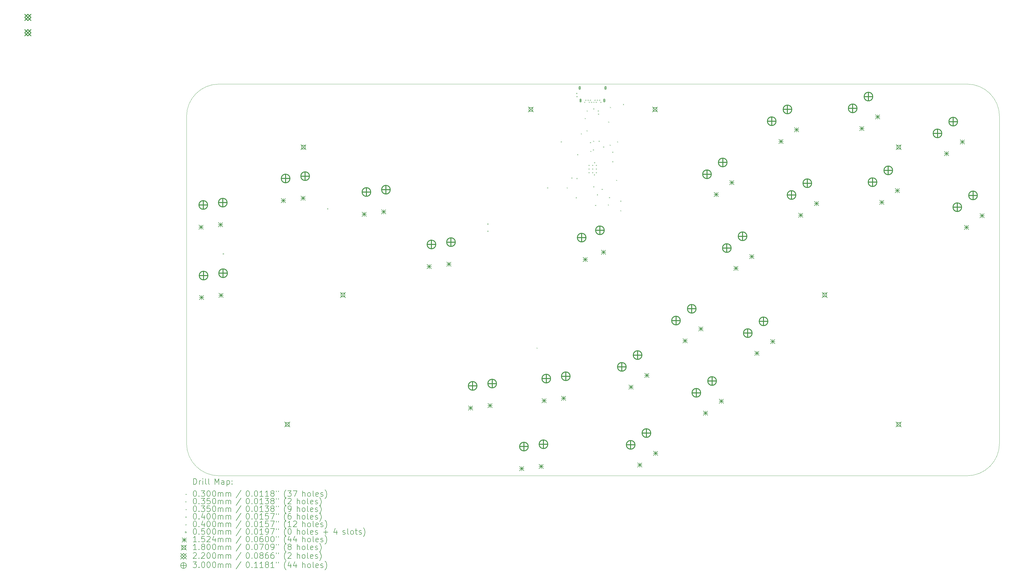
<source format=gbr>
%TF.GenerationSoftware,KiCad,Pcbnew,(7.0.0)*%
%TF.CreationDate,2023-04-19T14:41:37-07:00*%
%TF.ProjectId,OpenRectangle,4f70656e-5265-4637-9461-6e676c652e6b,rev?*%
%TF.SameCoordinates,Original*%
%TF.FileFunction,Drillmap*%
%TF.FilePolarity,Positive*%
%FSLAX45Y45*%
G04 Gerber Fmt 4.5, Leading zero omitted, Abs format (unit mm)*
G04 Created by KiCad (PCBNEW (7.0.0)) date 2023-04-19 14:41:37*
%MOMM*%
%LPD*%
G01*
G04 APERTURE LIST*
%ADD10C,0.100000*%
%ADD11C,0.200000*%
%ADD12C,0.030000*%
%ADD13C,0.035000*%
%ADD14C,0.040000*%
%ADD15C,0.050000*%
%ADD16C,0.152400*%
%ADD17C,0.180000*%
%ADD18C,0.220000*%
%ADD19C,0.300000*%
G04 APERTURE END LIST*
D10*
X6861000Y-16162000D02*
X32881000Y-16162000D01*
X32881000Y-2540000D02*
X6861000Y-2540000D01*
X6861000Y-2540000D02*
G75*
G03*
X5736000Y-3665000I0J-1125000D01*
G01*
X34006000Y-3665000D02*
G75*
G03*
X32881000Y-2540000I-1125000J0D01*
G01*
X5736000Y-3665000D02*
X5736000Y-15037000D01*
X34006000Y-3665000D02*
X34006000Y-15037000D01*
X5736000Y-15037000D02*
G75*
G03*
X6861000Y-16162000I1125000J0D01*
G01*
X32881000Y-16162000D02*
G75*
G03*
X34006000Y-15037000I0J1125000D01*
G01*
D11*
D12*
X17907000Y-11704000D02*
X17937000Y-11734000D01*
X17937000Y-11704000D02*
X17907000Y-11734000D01*
X18276109Y-6133109D02*
X18306109Y-6163109D01*
X18306109Y-6133109D02*
X18276109Y-6163109D01*
X18747750Y-4531500D02*
X18777750Y-4561500D01*
X18777750Y-4531500D02*
X18747750Y-4561500D01*
X18957950Y-6132960D02*
X18987950Y-6162960D01*
X18987950Y-6132960D02*
X18957950Y-6162960D01*
X19116275Y-5790402D02*
X19146275Y-5820402D01*
X19146275Y-5790402D02*
X19116275Y-5820402D01*
X19271500Y-6476202D02*
X19301500Y-6506202D01*
X19301500Y-6476202D02*
X19271500Y-6506202D01*
X19297000Y-5807000D02*
X19327000Y-5837000D01*
X19327000Y-5807000D02*
X19297000Y-5837000D01*
X19319475Y-4977602D02*
X19349475Y-5007602D01*
X19349475Y-4977602D02*
X19319475Y-5007602D01*
X19447000Y-4252000D02*
X19477000Y-4282000D01*
X19477000Y-4252000D02*
X19447000Y-4282000D01*
X19585000Y-3720000D02*
X19615000Y-3750000D01*
X19615000Y-3720000D02*
X19585000Y-3750000D01*
X19645000Y-4148000D02*
X19675000Y-4178000D01*
X19675000Y-4148000D02*
X19645000Y-4178000D01*
X19652000Y-3456000D02*
X19682000Y-3486000D01*
X19682000Y-3456000D02*
X19652000Y-3486000D01*
X19763975Y-4558502D02*
X19793975Y-4588502D01*
X19793975Y-4558502D02*
X19763975Y-4588502D01*
X19779500Y-4861725D02*
X19809500Y-4891725D01*
X19809500Y-4861725D02*
X19779500Y-4891725D01*
X19865575Y-4812502D02*
X19895575Y-4842502D01*
X19895575Y-4812502D02*
X19865575Y-4842502D01*
X19875100Y-4509289D02*
X19905100Y-4539289D01*
X19905100Y-4509289D02*
X19875100Y-4539289D01*
X19877800Y-3386000D02*
X19907800Y-3416000D01*
X19907800Y-3386000D02*
X19877800Y-3416000D01*
X19878275Y-6095202D02*
X19908275Y-6125202D01*
X19908275Y-6095202D02*
X19878275Y-6125202D01*
X19941775Y-6742902D02*
X19971775Y-6772902D01*
X19971775Y-6742902D02*
X19941775Y-6772902D01*
X20005275Y-6374602D02*
X20035275Y-6404602D01*
X20035275Y-6374602D02*
X20005275Y-6404602D01*
X20037000Y-3456000D02*
X20067000Y-3486000D01*
X20067000Y-3456000D02*
X20037000Y-3486000D01*
X20046000Y-3566000D02*
X20076000Y-3596000D01*
X20076000Y-3566000D02*
X20046000Y-3596000D01*
X20065600Y-4509289D02*
X20095600Y-4539289D01*
X20095600Y-4509289D02*
X20065600Y-4539289D01*
X20170375Y-6184102D02*
X20200375Y-6214102D01*
X20200375Y-6184102D02*
X20170375Y-6214102D01*
X20221175Y-4710902D02*
X20251175Y-4740902D01*
X20251175Y-4710902D02*
X20221175Y-4740902D01*
X20386274Y-6724000D02*
X20416274Y-6754000D01*
X20416274Y-6724000D02*
X20386274Y-6754000D01*
X20402000Y-3842000D02*
X20432000Y-3872000D01*
X20432000Y-3842000D02*
X20402000Y-3872000D01*
X20426274Y-6472000D02*
X20456274Y-6502000D01*
X20456274Y-6472000D02*
X20426274Y-6502000D01*
X20450000Y-4648500D02*
X20480000Y-4678500D01*
X20480000Y-4648500D02*
X20450000Y-4678500D01*
X20460000Y-3335050D02*
X20490000Y-3365050D01*
X20490000Y-3335050D02*
X20460000Y-3365050D01*
X20538675Y-4892000D02*
X20568675Y-4922000D01*
X20568675Y-4892000D02*
X20538675Y-4922000D01*
X20541000Y-5223000D02*
X20571000Y-5253000D01*
X20571000Y-5223000D02*
X20541000Y-5253000D01*
X20675200Y-5868189D02*
X20705200Y-5898189D01*
X20705200Y-5868189D02*
X20675200Y-5898189D01*
X20711000Y-4532500D02*
X20741000Y-4562500D01*
X20741000Y-4532500D02*
X20711000Y-4562500D01*
X20819050Y-6594000D02*
X20849050Y-6624000D01*
X20849050Y-6594000D02*
X20819050Y-6624000D01*
X20819391Y-6927391D02*
X20849391Y-6957391D01*
X20849391Y-6927391D02*
X20819391Y-6957391D01*
X20911159Y-3231841D02*
X20941159Y-3261841D01*
X20941159Y-3231841D02*
X20911159Y-3261841D01*
D13*
X19936175Y-5699450D02*
G75*
G03*
X19936175Y-5699450I-17500J0D01*
G01*
X19948875Y-5275725D02*
G75*
G03*
X19948875Y-5275725I-17500J0D01*
G01*
X19730500Y-5344500D02*
X19730500Y-5379500D01*
X19713000Y-5362000D02*
X19748000Y-5362000D01*
X19730500Y-5472000D02*
X19730500Y-5507000D01*
X19713000Y-5489500D02*
X19748000Y-5489500D01*
X19730500Y-5599500D02*
X19730500Y-5634500D01*
X19713000Y-5617000D02*
X19748000Y-5617000D01*
X19858000Y-5344500D02*
X19858000Y-5379500D01*
X19840500Y-5362000D02*
X19875500Y-5362000D01*
X19858000Y-5472000D02*
X19858000Y-5507000D01*
X19840500Y-5489500D02*
X19875500Y-5489500D01*
X19858000Y-5599500D02*
X19858000Y-5634500D01*
X19840500Y-5617000D02*
X19875500Y-5617000D01*
X19985500Y-5344500D02*
X19985500Y-5379500D01*
X19968000Y-5362000D02*
X20003000Y-5362000D01*
X19985500Y-5472000D02*
X19985500Y-5507000D01*
X19968000Y-5489500D02*
X20003000Y-5489500D01*
X19985500Y-5599500D02*
X19985500Y-5634500D01*
X19968000Y-5617000D02*
X20003000Y-5617000D01*
D14*
X7026142Y-8455142D02*
X7026142Y-8426858D01*
X6997858Y-8426858D01*
X6997858Y-8455142D01*
X7026142Y-8455142D01*
X10655142Y-6892142D02*
X10655142Y-6863858D01*
X10626858Y-6863858D01*
X10626858Y-6892142D01*
X10655142Y-6892142D01*
X16227142Y-7419142D02*
X16227142Y-7390858D01*
X16198858Y-7390858D01*
X16198858Y-7419142D01*
X16227142Y-7419142D01*
X16227142Y-7669142D02*
X16227142Y-7640858D01*
X16198858Y-7640858D01*
X16198858Y-7669142D01*
X16227142Y-7669142D01*
X19314142Y-2878142D02*
X19314142Y-2849858D01*
X19285858Y-2849858D01*
X19285858Y-2878142D01*
X19314142Y-2878142D01*
X19324142Y-2988142D02*
X19324142Y-2959858D01*
X19295858Y-2959858D01*
X19295858Y-2988142D01*
X19324142Y-2988142D01*
X19577850Y-3191000D02*
X19597850Y-3171000D01*
X19577850Y-3151000D01*
X19557850Y-3171000D01*
X19577850Y-3191000D01*
X19617850Y-3121000D02*
X19637850Y-3101000D01*
X19617850Y-3081000D01*
X19597850Y-3101000D01*
X19617850Y-3121000D01*
X19697850Y-3121000D02*
X19717850Y-3101000D01*
X19697850Y-3081000D01*
X19677850Y-3101000D01*
X19697850Y-3121000D01*
X19737850Y-3191000D02*
X19757850Y-3171000D01*
X19737850Y-3151000D01*
X19717850Y-3171000D01*
X19737850Y-3191000D01*
X19777850Y-3121000D02*
X19797850Y-3101000D01*
X19777850Y-3081000D01*
X19757850Y-3101000D01*
X19777850Y-3121000D01*
X19817850Y-3191000D02*
X19837850Y-3171000D01*
X19817850Y-3151000D01*
X19797850Y-3171000D01*
X19817850Y-3191000D01*
X19897850Y-3191000D02*
X19917850Y-3171000D01*
X19897850Y-3151000D01*
X19877850Y-3171000D01*
X19897850Y-3191000D01*
X19937850Y-3121000D02*
X19957850Y-3101000D01*
X19937850Y-3081000D01*
X19917850Y-3101000D01*
X19937850Y-3121000D01*
X19977850Y-3191000D02*
X19997850Y-3171000D01*
X19977850Y-3151000D01*
X19957850Y-3171000D01*
X19977850Y-3191000D01*
X20017850Y-3121000D02*
X20037850Y-3101000D01*
X20017850Y-3081000D01*
X19997850Y-3101000D01*
X20017850Y-3121000D01*
X20097850Y-3121000D02*
X20117850Y-3101000D01*
X20097850Y-3081000D01*
X20077850Y-3101000D01*
X20097850Y-3121000D01*
X20137850Y-3191000D02*
X20157850Y-3171000D01*
X20137850Y-3151000D01*
X20117850Y-3171000D01*
X20137850Y-3191000D01*
D15*
X19383850Y-2647000D02*
X19433850Y-2697000D01*
X19433850Y-2647000D02*
X19383850Y-2697000D01*
X19433850Y-2672000D02*
G75*
G03*
X19433850Y-2672000I-25000J0D01*
G01*
D11*
X19433850Y-2702000D02*
X19433850Y-2642000D01*
X19433850Y-2642000D02*
G75*
G03*
X19383850Y-2642000I-25000J0D01*
G01*
X19383850Y-2642000D02*
X19383850Y-2702000D01*
X19383850Y-2702000D02*
G75*
G03*
X19433850Y-2702000I25000J0D01*
G01*
D15*
X19412350Y-3086000D02*
X19462350Y-3136000D01*
X19462350Y-3086000D02*
X19412350Y-3136000D01*
X19462350Y-3111000D02*
G75*
G03*
X19462350Y-3111000I-25000J0D01*
G01*
D11*
X19462350Y-3141000D02*
X19462350Y-3081000D01*
X19462350Y-3081000D02*
G75*
G03*
X19412350Y-3081000I-25000J0D01*
G01*
X19412350Y-3081000D02*
X19412350Y-3141000D01*
X19412350Y-3141000D02*
G75*
G03*
X19462350Y-3141000I25000J0D01*
G01*
D15*
X20238350Y-3086000D02*
X20288350Y-3136000D01*
X20288350Y-3086000D02*
X20238350Y-3136000D01*
X20288350Y-3111000D02*
G75*
G03*
X20288350Y-3111000I-25000J0D01*
G01*
D11*
X20288350Y-3141000D02*
X20288350Y-3081000D01*
X20288350Y-3081000D02*
G75*
G03*
X20238350Y-3081000I-25000J0D01*
G01*
X20238350Y-3081000D02*
X20238350Y-3141000D01*
X20238350Y-3141000D02*
G75*
G03*
X20288350Y-3141000I25000J0D01*
G01*
D15*
X20281850Y-2647000D02*
X20331850Y-2697000D01*
X20331850Y-2647000D02*
X20281850Y-2697000D01*
X20331850Y-2672000D02*
G75*
G03*
X20331850Y-2672000I-25000J0D01*
G01*
D11*
X20331850Y-2702000D02*
X20331850Y-2642000D01*
X20331850Y-2642000D02*
G75*
G03*
X20281850Y-2642000I-25000J0D01*
G01*
X20281850Y-2642000D02*
X20281850Y-2702000D01*
X20281850Y-2702000D02*
G75*
G03*
X20331850Y-2702000I25000J0D01*
G01*
D16*
X6166572Y-7435962D02*
X6318972Y-7588362D01*
X6318972Y-7435962D02*
X6166572Y-7588362D01*
X6242772Y-7435962D02*
X6242772Y-7588362D01*
X6166572Y-7512162D02*
X6318972Y-7512162D01*
X6180907Y-9888966D02*
X6333307Y-10041366D01*
X6333307Y-9888966D02*
X6180907Y-10041366D01*
X6257107Y-9888966D02*
X6257107Y-10041366D01*
X6180907Y-9965166D02*
X6333307Y-9965166D01*
X6845675Y-7354967D02*
X6998075Y-7507367D01*
X6998075Y-7354967D02*
X6845675Y-7507367D01*
X6921875Y-7354967D02*
X6921875Y-7507367D01*
X6845675Y-7431167D02*
X6998075Y-7431167D01*
X6860010Y-9807970D02*
X7012410Y-9960370D01*
X7012410Y-9807970D02*
X6860010Y-9960370D01*
X6936210Y-9807970D02*
X6936210Y-9960370D01*
X6860010Y-9884170D02*
X7012410Y-9884170D01*
X9030386Y-6515508D02*
X9182786Y-6667908D01*
X9182786Y-6515508D02*
X9030386Y-6667908D01*
X9106586Y-6515508D02*
X9106586Y-6667908D01*
X9030386Y-6591708D02*
X9182786Y-6591708D01*
X9709489Y-6434513D02*
X9861889Y-6586913D01*
X9861889Y-6434513D02*
X9709489Y-6586913D01*
X9785689Y-6434513D02*
X9785689Y-6586913D01*
X9709489Y-6510713D02*
X9861889Y-6510713D01*
X11839919Y-6986104D02*
X11992319Y-7138504D01*
X11992319Y-6986104D02*
X11839919Y-7138504D01*
X11916119Y-6986104D02*
X11916119Y-7138504D01*
X11839919Y-7062304D02*
X11992319Y-7062304D01*
X12519022Y-6905109D02*
X12671422Y-7057509D01*
X12671422Y-6905109D02*
X12519022Y-7057509D01*
X12595222Y-6905109D02*
X12595222Y-7057509D01*
X12519022Y-6981309D02*
X12671422Y-6981309D01*
X14102128Y-8810057D02*
X14254528Y-8962457D01*
X14254528Y-8810057D02*
X14102128Y-8962457D01*
X14178328Y-8810057D02*
X14178328Y-8962457D01*
X14102128Y-8886257D02*
X14254528Y-8886257D01*
X14781231Y-8729062D02*
X14933631Y-8881462D01*
X14933631Y-8729062D02*
X14781231Y-8881462D01*
X14857431Y-8729062D02*
X14857431Y-8881462D01*
X14781231Y-8805262D02*
X14933631Y-8805262D01*
X15534744Y-13729112D02*
X15687144Y-13881512D01*
X15687144Y-13729112D02*
X15534744Y-13881512D01*
X15610944Y-13729112D02*
X15610944Y-13881512D01*
X15534744Y-13805312D02*
X15687144Y-13805312D01*
X16213847Y-13648117D02*
X16366247Y-13800517D01*
X16366247Y-13648117D02*
X16213847Y-13800517D01*
X16290047Y-13648117D02*
X16290047Y-13800517D01*
X16213847Y-13724317D02*
X16366247Y-13724317D01*
X17318105Y-15839489D02*
X17470505Y-15991889D01*
X17470505Y-15839489D02*
X17318105Y-15991889D01*
X17394305Y-15839489D02*
X17394305Y-15991889D01*
X17318105Y-15915689D02*
X17470505Y-15915689D01*
X17997208Y-15758494D02*
X18149608Y-15910894D01*
X18149608Y-15758494D02*
X17997208Y-15910894D01*
X18073408Y-15758494D02*
X18073408Y-15910894D01*
X17997208Y-15834694D02*
X18149608Y-15834694D01*
X18094285Y-13475270D02*
X18246685Y-13627670D01*
X18246685Y-13475270D02*
X18094285Y-13627670D01*
X18170485Y-13475270D02*
X18170485Y-13627670D01*
X18094285Y-13551470D02*
X18246685Y-13551470D01*
X18773387Y-13394275D02*
X18925787Y-13546675D01*
X18925787Y-13394275D02*
X18773387Y-13546675D01*
X18849587Y-13394275D02*
X18849587Y-13546675D01*
X18773387Y-13470475D02*
X18925787Y-13470475D01*
X19527650Y-8564487D02*
X19680050Y-8716887D01*
X19680050Y-8564487D02*
X19527650Y-8716887D01*
X19603850Y-8564487D02*
X19603850Y-8716887D01*
X19527650Y-8640687D02*
X19680050Y-8640687D01*
X20162650Y-8310487D02*
X20315050Y-8462887D01*
X20315050Y-8310487D02*
X20162650Y-8462887D01*
X20238850Y-8310487D02*
X20238850Y-8462887D01*
X20162650Y-8386687D02*
X20315050Y-8386687D01*
X21117553Y-13001574D02*
X21269953Y-13153974D01*
X21269953Y-13001574D02*
X21117553Y-13153974D01*
X21193753Y-13001574D02*
X21193753Y-13153974D01*
X21117553Y-13077774D02*
X21269953Y-13077774D01*
X21424680Y-15713814D02*
X21577080Y-15866214D01*
X21577080Y-15713814D02*
X21424680Y-15866214D01*
X21500880Y-15713814D02*
X21500880Y-15866214D01*
X21424680Y-15790014D02*
X21577080Y-15790014D01*
X21665176Y-12591879D02*
X21817576Y-12744279D01*
X21817576Y-12591879D02*
X21665176Y-12744279D01*
X21741376Y-12591879D02*
X21741376Y-12744279D01*
X21665176Y-12668079D02*
X21817576Y-12668079D01*
X21972303Y-15304119D02*
X22124703Y-15456519D01*
X22124703Y-15304119D02*
X21972303Y-15456519D01*
X22048503Y-15304119D02*
X22048503Y-15456519D01*
X21972303Y-15380319D02*
X22124703Y-15380319D01*
X23000791Y-11391126D02*
X23153191Y-11543526D01*
X23153191Y-11391126D02*
X23000791Y-11543526D01*
X23076991Y-11391126D02*
X23076991Y-11543526D01*
X23000791Y-11467326D02*
X23153191Y-11467326D01*
X23548414Y-10981431D02*
X23700814Y-11133831D01*
X23700814Y-10981431D02*
X23548414Y-11133831D01*
X23624614Y-10981431D02*
X23624614Y-11133831D01*
X23548414Y-11057631D02*
X23700814Y-11057631D01*
X23707919Y-13903366D02*
X23860319Y-14055766D01*
X23860319Y-13903366D02*
X23707919Y-14055766D01*
X23784119Y-13903366D02*
X23784119Y-14055766D01*
X23707919Y-13979566D02*
X23860319Y-13979566D01*
X24078658Y-6302743D02*
X24231058Y-6455143D01*
X24231058Y-6302743D02*
X24078658Y-6455143D01*
X24154858Y-6302743D02*
X24154858Y-6455143D01*
X24078658Y-6378943D02*
X24231058Y-6378943D01*
X24255541Y-13493671D02*
X24407941Y-13646071D01*
X24407941Y-13493671D02*
X24255541Y-13646071D01*
X24331741Y-13493671D02*
X24331741Y-13646071D01*
X24255541Y-13569871D02*
X24407941Y-13569871D01*
X24626281Y-5893048D02*
X24778681Y-6045448D01*
X24778681Y-5893048D02*
X24626281Y-6045448D01*
X24702481Y-5893048D02*
X24702481Y-6045448D01*
X24626281Y-5969248D02*
X24778681Y-5969248D01*
X24768232Y-8869568D02*
X24920632Y-9021968D01*
X24920632Y-8869568D02*
X24768232Y-9021968D01*
X24844432Y-8869568D02*
X24844432Y-9021968D01*
X24768232Y-8945768D02*
X24920632Y-8945768D01*
X25315854Y-8459872D02*
X25468254Y-8612272D01*
X25468254Y-8459872D02*
X25315854Y-8612272D01*
X25392054Y-8459872D02*
X25392054Y-8612272D01*
X25315854Y-8536072D02*
X25468254Y-8536072D01*
X25497447Y-11827985D02*
X25649847Y-11980385D01*
X25649847Y-11827985D02*
X25497447Y-11980385D01*
X25573647Y-11827985D02*
X25573647Y-11980385D01*
X25497447Y-11904185D02*
X25649847Y-11904185D01*
X26045070Y-11418290D02*
X26197470Y-11570690D01*
X26197470Y-11418290D02*
X26045070Y-11570690D01*
X26121270Y-11418290D02*
X26121270Y-11570690D01*
X26045070Y-11494490D02*
X26197470Y-11494490D01*
X26329621Y-4457682D02*
X26482021Y-4610082D01*
X26482021Y-4457682D02*
X26329621Y-4610082D01*
X26405821Y-4457682D02*
X26405821Y-4610082D01*
X26329621Y-4533882D02*
X26482021Y-4533882D01*
X26877244Y-4047987D02*
X27029644Y-4200387D01*
X27029644Y-4047987D02*
X26877244Y-4200387D01*
X26953444Y-4047987D02*
X26953444Y-4200387D01*
X26877244Y-4124187D02*
X27029644Y-4124187D01*
X27019220Y-7024603D02*
X27171620Y-7177003D01*
X27171620Y-7024603D02*
X27019220Y-7177003D01*
X27095420Y-7024603D02*
X27095420Y-7177003D01*
X27019220Y-7100803D02*
X27171620Y-7100803D01*
X27566843Y-6614908D02*
X27719243Y-6767308D01*
X27719243Y-6614908D02*
X27566843Y-6767308D01*
X27643043Y-6614908D02*
X27643043Y-6767308D01*
X27566843Y-6691108D02*
X27719243Y-6691108D01*
X29145502Y-4011164D02*
X29297902Y-4163564D01*
X29297902Y-4011164D02*
X29145502Y-4163564D01*
X29221702Y-4011164D02*
X29221702Y-4163564D01*
X29145502Y-4087364D02*
X29297902Y-4087364D01*
X29693125Y-3601468D02*
X29845525Y-3753868D01*
X29845525Y-3601468D02*
X29693125Y-3753868D01*
X29769325Y-3601468D02*
X29769325Y-3753868D01*
X29693125Y-3677668D02*
X29845525Y-3677668D01*
X29835102Y-6578085D02*
X29987502Y-6730485D01*
X29987502Y-6578085D02*
X29835102Y-6730485D01*
X29911302Y-6578085D02*
X29911302Y-6730485D01*
X29835102Y-6654285D02*
X29987502Y-6654285D01*
X30382724Y-6168390D02*
X30535124Y-6320790D01*
X30535124Y-6168390D02*
X30382724Y-6320790D01*
X30458924Y-6168390D02*
X30458924Y-6320790D01*
X30382724Y-6244590D02*
X30535124Y-6244590D01*
X32093492Y-4881421D02*
X32245892Y-5033821D01*
X32245892Y-4881421D02*
X32093492Y-5033821D01*
X32169692Y-4881421D02*
X32169692Y-5033821D01*
X32093492Y-4957621D02*
X32245892Y-4957621D01*
X32641115Y-4471726D02*
X32793515Y-4624126D01*
X32793515Y-4471726D02*
X32641115Y-4624126D01*
X32717315Y-4471726D02*
X32717315Y-4624126D01*
X32641115Y-4547926D02*
X32793515Y-4547926D01*
X32783091Y-7448342D02*
X32935491Y-7600742D01*
X32935491Y-7448342D02*
X32783091Y-7600742D01*
X32859291Y-7448342D02*
X32859291Y-7600742D01*
X32783091Y-7524542D02*
X32935491Y-7524542D01*
X33330714Y-7038647D02*
X33483114Y-7191047D01*
X33483114Y-7038647D02*
X33330714Y-7191047D01*
X33406914Y-7038647D02*
X33406914Y-7191047D01*
X33330714Y-7114847D02*
X33483114Y-7114847D01*
D17*
X9149500Y-14290000D02*
X9329500Y-14470000D01*
X9329500Y-14290000D02*
X9149500Y-14470000D01*
X9303140Y-14443640D02*
X9303140Y-14316360D01*
X9175860Y-14316360D01*
X9175860Y-14443640D01*
X9303140Y-14443640D01*
X9710000Y-4641338D02*
X9890000Y-4821338D01*
X9890000Y-4641338D02*
X9710000Y-4821338D01*
X9863640Y-4794979D02*
X9863640Y-4667698D01*
X9736360Y-4667698D01*
X9736360Y-4794979D01*
X9863640Y-4794979D01*
X11086500Y-9786000D02*
X11266500Y-9966000D01*
X11266500Y-9786000D02*
X11086500Y-9966000D01*
X11240140Y-9939640D02*
X11240140Y-9812360D01*
X11112860Y-9812360D01*
X11112860Y-9939640D01*
X11240140Y-9939640D01*
X17620000Y-3334000D02*
X17800000Y-3514000D01*
X17800000Y-3334000D02*
X17620000Y-3514000D01*
X17773640Y-3487640D02*
X17773640Y-3360360D01*
X17646360Y-3360360D01*
X17646360Y-3487640D01*
X17773640Y-3487640D01*
X21939000Y-3334000D02*
X22119000Y-3514000D01*
X22119000Y-3334000D02*
X21939000Y-3514000D01*
X22092640Y-3487640D02*
X22092640Y-3360360D01*
X21965360Y-3360360D01*
X21965360Y-3487640D01*
X22092640Y-3487640D01*
X27837500Y-9786000D02*
X28017500Y-9966000D01*
X28017500Y-9786000D02*
X27837500Y-9966000D01*
X27991140Y-9939640D02*
X27991140Y-9812360D01*
X27863860Y-9812360D01*
X27863860Y-9939640D01*
X27991140Y-9939640D01*
X30409500Y-14290000D02*
X30589500Y-14470000D01*
X30589500Y-14290000D02*
X30409500Y-14470000D01*
X30563140Y-14443640D02*
X30563140Y-14316360D01*
X30435860Y-14316360D01*
X30435860Y-14443640D01*
X30563140Y-14443640D01*
X30416000Y-4641338D02*
X30596000Y-4821338D01*
X30596000Y-4641338D02*
X30416000Y-4821338D01*
X30569640Y-4794979D02*
X30569640Y-4667698D01*
X30442360Y-4667698D01*
X30442360Y-4794979D01*
X30569640Y-4794979D01*
D18*
X107500Y-107500D02*
X327500Y-327500D01*
X327500Y-107500D02*
X107500Y-327500D01*
X217500Y-327500D02*
X327500Y-217500D01*
X217500Y-107500D01*
X107500Y-217500D01*
X217500Y-327500D01*
X107500Y-642500D02*
X327500Y-862500D01*
X327500Y-642500D02*
X107500Y-862500D01*
X217500Y-862500D02*
X327500Y-752500D01*
X217500Y-642500D01*
X107500Y-752500D01*
X217500Y-862500D01*
D19*
X6317320Y-6593257D02*
X6317320Y-6893257D01*
X6167320Y-6743257D02*
X6467320Y-6743257D01*
X6467320Y-6743257D02*
G75*
G03*
X6467320Y-6743257I-150000J0D01*
G01*
X6327897Y-9048995D02*
X6327897Y-9348995D01*
X6177897Y-9198995D02*
X6477897Y-9198995D01*
X6477897Y-9198995D02*
G75*
G03*
X6477897Y-9198995I-150000J0D01*
G01*
X6996423Y-6512262D02*
X6996423Y-6812262D01*
X6846423Y-6662262D02*
X7146423Y-6662262D01*
X7146423Y-6662262D02*
G75*
G03*
X7146423Y-6662262I-150000J0D01*
G01*
X7007000Y-8968000D02*
X7007000Y-9268000D01*
X6857000Y-9118000D02*
X7157000Y-9118000D01*
X7157000Y-9118000D02*
G75*
G03*
X7157000Y-9118000I-150000J0D01*
G01*
X9181133Y-5672803D02*
X9181133Y-5972803D01*
X9031133Y-5822803D02*
X9331133Y-5822803D01*
X9331133Y-5822803D02*
G75*
G03*
X9331133Y-5822803I-150000J0D01*
G01*
X9860236Y-5591808D02*
X9860236Y-5891808D01*
X9710236Y-5741808D02*
X10010236Y-5741808D01*
X10010236Y-5741808D02*
G75*
G03*
X10010236Y-5741808I-150000J0D01*
G01*
X11990666Y-6143399D02*
X11990666Y-6443399D01*
X11840666Y-6293399D02*
X12140666Y-6293399D01*
X12140666Y-6293399D02*
G75*
G03*
X12140666Y-6293399I-150000J0D01*
G01*
X12669769Y-6062403D02*
X12669769Y-6362403D01*
X12519769Y-6212403D02*
X12819769Y-6212403D01*
X12819769Y-6212403D02*
G75*
G03*
X12819769Y-6212403I-150000J0D01*
G01*
X14252876Y-7967351D02*
X14252876Y-8267351D01*
X14102876Y-8117351D02*
X14402876Y-8117351D01*
X14402876Y-8117351D02*
G75*
G03*
X14402876Y-8117351I-150000J0D01*
G01*
X14931979Y-7886356D02*
X14931979Y-8186356D01*
X14781979Y-8036356D02*
X15081979Y-8036356D01*
X15081979Y-8036356D02*
G75*
G03*
X15081979Y-8036356I-150000J0D01*
G01*
X15685492Y-12886406D02*
X15685492Y-13186406D01*
X15535492Y-13036406D02*
X15835492Y-13036406D01*
X15835492Y-13036406D02*
G75*
G03*
X15835492Y-13036406I-150000J0D01*
G01*
X16364595Y-12805411D02*
X16364595Y-13105411D01*
X16214595Y-12955411D02*
X16514595Y-12955411D01*
X16514595Y-12955411D02*
G75*
G03*
X16514595Y-12955411I-150000J0D01*
G01*
X17468853Y-14996783D02*
X17468853Y-15296783D01*
X17318853Y-15146783D02*
X17618853Y-15146783D01*
X17618853Y-15146783D02*
G75*
G03*
X17618853Y-15146783I-150000J0D01*
G01*
X18147956Y-14915788D02*
X18147956Y-15215788D01*
X17997956Y-15065788D02*
X18297956Y-15065788D01*
X18297956Y-15065788D02*
G75*
G03*
X18297956Y-15065788I-150000J0D01*
G01*
X18245587Y-12632475D02*
X18245587Y-12932475D01*
X18095587Y-12782475D02*
X18395587Y-12782475D01*
X18395587Y-12782475D02*
G75*
G03*
X18395587Y-12782475I-150000J0D01*
G01*
X18924690Y-12551480D02*
X18924690Y-12851480D01*
X18774690Y-12701480D02*
X19074690Y-12701480D01*
X19074690Y-12701480D02*
G75*
G03*
X19074690Y-12701480I-150000J0D01*
G01*
X19476850Y-7728687D02*
X19476850Y-8028687D01*
X19326850Y-7878687D02*
X19626850Y-7878687D01*
X19626850Y-7878687D02*
G75*
G03*
X19626850Y-7878687I-150000J0D01*
G01*
X20111850Y-7474687D02*
X20111850Y-7774687D01*
X19961850Y-7624687D02*
X20261850Y-7624687D01*
X20261850Y-7624687D02*
G75*
G03*
X20261850Y-7624687I-150000J0D01*
G01*
X20873860Y-12224609D02*
X20873860Y-12524609D01*
X20723860Y-12374609D02*
X21023860Y-12374609D01*
X21023860Y-12374609D02*
G75*
G03*
X21023860Y-12374609I-150000J0D01*
G01*
X21180988Y-14936848D02*
X21180988Y-15236848D01*
X21030988Y-15086848D02*
X21330988Y-15086848D01*
X21330988Y-15086848D02*
G75*
G03*
X21330988Y-15086848I-150000J0D01*
G01*
X21421483Y-11814913D02*
X21421483Y-12114913D01*
X21271483Y-11964913D02*
X21571483Y-11964913D01*
X21571483Y-11964913D02*
G75*
G03*
X21571483Y-11964913I-150000J0D01*
G01*
X21728611Y-14527153D02*
X21728611Y-14827153D01*
X21578611Y-14677153D02*
X21878611Y-14677153D01*
X21878611Y-14677153D02*
G75*
G03*
X21878611Y-14677153I-150000J0D01*
G01*
X22757099Y-10614161D02*
X22757099Y-10914161D01*
X22607099Y-10764161D02*
X22907099Y-10764161D01*
X22907099Y-10764161D02*
G75*
G03*
X22907099Y-10764161I-150000J0D01*
G01*
X23304722Y-10204466D02*
X23304722Y-10504466D01*
X23154722Y-10354466D02*
X23454722Y-10354466D01*
X23454722Y-10354466D02*
G75*
G03*
X23454722Y-10354466I-150000J0D01*
G01*
X23464226Y-13126401D02*
X23464226Y-13426401D01*
X23314226Y-13276401D02*
X23614226Y-13276401D01*
X23614226Y-13276401D02*
G75*
G03*
X23614226Y-13276401I-150000J0D01*
G01*
X23834965Y-5525778D02*
X23834965Y-5825778D01*
X23684965Y-5675778D02*
X23984965Y-5675778D01*
X23984965Y-5675778D02*
G75*
G03*
X23984965Y-5675778I-150000J0D01*
G01*
X24011849Y-12716705D02*
X24011849Y-13016705D01*
X23861849Y-12866705D02*
X24161849Y-12866705D01*
X24161849Y-12866705D02*
G75*
G03*
X24161849Y-12866705I-150000J0D01*
G01*
X24382588Y-5116082D02*
X24382588Y-5416082D01*
X24232588Y-5266082D02*
X24532588Y-5266082D01*
X24532588Y-5266082D02*
G75*
G03*
X24532588Y-5266082I-150000J0D01*
G01*
X24524539Y-8092602D02*
X24524539Y-8392602D01*
X24374539Y-8242602D02*
X24674539Y-8242602D01*
X24674539Y-8242602D02*
G75*
G03*
X24674539Y-8242602I-150000J0D01*
G01*
X25072162Y-7682907D02*
X25072162Y-7982907D01*
X24922162Y-7832907D02*
X25222162Y-7832907D01*
X25222162Y-7832907D02*
G75*
G03*
X25222162Y-7832907I-150000J0D01*
G01*
X25253754Y-11051020D02*
X25253754Y-11351020D01*
X25103754Y-11201020D02*
X25403754Y-11201020D01*
X25403754Y-11201020D02*
G75*
G03*
X25403754Y-11201020I-150000J0D01*
G01*
X25801377Y-10641324D02*
X25801377Y-10941324D01*
X25651377Y-10791324D02*
X25951377Y-10791324D01*
X25951377Y-10791324D02*
G75*
G03*
X25951377Y-10791324I-150000J0D01*
G01*
X26085928Y-3680717D02*
X26085928Y-3980717D01*
X25935928Y-3830717D02*
X26235928Y-3830717D01*
X26235928Y-3830717D02*
G75*
G03*
X26235928Y-3830717I-150000J0D01*
G01*
X26633551Y-3271021D02*
X26633551Y-3571021D01*
X26483551Y-3421021D02*
X26783551Y-3421021D01*
X26783551Y-3421021D02*
G75*
G03*
X26783551Y-3421021I-150000J0D01*
G01*
X26775527Y-6247638D02*
X26775527Y-6547638D01*
X26625527Y-6397638D02*
X26925527Y-6397638D01*
X26925527Y-6397638D02*
G75*
G03*
X26925527Y-6397638I-150000J0D01*
G01*
X27323150Y-5837942D02*
X27323150Y-6137942D01*
X27173150Y-5987942D02*
X27473150Y-5987942D01*
X27473150Y-5987942D02*
G75*
G03*
X27473150Y-5987942I-150000J0D01*
G01*
X28901809Y-3234198D02*
X28901809Y-3534198D01*
X28751809Y-3384198D02*
X29051809Y-3384198D01*
X29051809Y-3384198D02*
G75*
G03*
X29051809Y-3384198I-150000J0D01*
G01*
X29449432Y-2824503D02*
X29449432Y-3124503D01*
X29299432Y-2974503D02*
X29599432Y-2974503D01*
X29599432Y-2974503D02*
G75*
G03*
X29599432Y-2974503I-150000J0D01*
G01*
X29591409Y-5801119D02*
X29591409Y-6101119D01*
X29441409Y-5951119D02*
X29741409Y-5951119D01*
X29741409Y-5951119D02*
G75*
G03*
X29741409Y-5951119I-150000J0D01*
G01*
X30139032Y-5391424D02*
X30139032Y-5691424D01*
X29989032Y-5541424D02*
X30289032Y-5541424D01*
X30289032Y-5541424D02*
G75*
G03*
X30289032Y-5541424I-150000J0D01*
G01*
X31849799Y-4104456D02*
X31849799Y-4404456D01*
X31699799Y-4254456D02*
X31999799Y-4254456D01*
X31999799Y-4254456D02*
G75*
G03*
X31999799Y-4254456I-150000J0D01*
G01*
X32397422Y-3694760D02*
X32397422Y-3994760D01*
X32247422Y-3844760D02*
X32547422Y-3844760D01*
X32547422Y-3844760D02*
G75*
G03*
X32547422Y-3844760I-150000J0D01*
G01*
X32539398Y-6671377D02*
X32539398Y-6971377D01*
X32389398Y-6821377D02*
X32689398Y-6821377D01*
X32689398Y-6821377D02*
G75*
G03*
X32689398Y-6821377I-150000J0D01*
G01*
X33087021Y-6261681D02*
X33087021Y-6561681D01*
X32937021Y-6411681D02*
X33237021Y-6411681D01*
X33237021Y-6411681D02*
G75*
G03*
X33237021Y-6411681I-150000J0D01*
G01*
D11*
X5978619Y-16460476D02*
X5978619Y-16260476D01*
X5978619Y-16260476D02*
X6026238Y-16260476D01*
X6026238Y-16260476D02*
X6054809Y-16270000D01*
X6054809Y-16270000D02*
X6073857Y-16289048D01*
X6073857Y-16289048D02*
X6083381Y-16308095D01*
X6083381Y-16308095D02*
X6092905Y-16346190D01*
X6092905Y-16346190D02*
X6092905Y-16374762D01*
X6092905Y-16374762D02*
X6083381Y-16412857D01*
X6083381Y-16412857D02*
X6073857Y-16431905D01*
X6073857Y-16431905D02*
X6054809Y-16450952D01*
X6054809Y-16450952D02*
X6026238Y-16460476D01*
X6026238Y-16460476D02*
X5978619Y-16460476D01*
X6178619Y-16460476D02*
X6178619Y-16327143D01*
X6178619Y-16365238D02*
X6188143Y-16346190D01*
X6188143Y-16346190D02*
X6197667Y-16336667D01*
X6197667Y-16336667D02*
X6216714Y-16327143D01*
X6216714Y-16327143D02*
X6235762Y-16327143D01*
X6302428Y-16460476D02*
X6302428Y-16327143D01*
X6302428Y-16260476D02*
X6292905Y-16270000D01*
X6292905Y-16270000D02*
X6302428Y-16279524D01*
X6302428Y-16279524D02*
X6311952Y-16270000D01*
X6311952Y-16270000D02*
X6302428Y-16260476D01*
X6302428Y-16260476D02*
X6302428Y-16279524D01*
X6426238Y-16460476D02*
X6407190Y-16450952D01*
X6407190Y-16450952D02*
X6397667Y-16431905D01*
X6397667Y-16431905D02*
X6397667Y-16260476D01*
X6531000Y-16460476D02*
X6511952Y-16450952D01*
X6511952Y-16450952D02*
X6502428Y-16431905D01*
X6502428Y-16431905D02*
X6502428Y-16260476D01*
X6727190Y-16460476D02*
X6727190Y-16260476D01*
X6727190Y-16260476D02*
X6793857Y-16403333D01*
X6793857Y-16403333D02*
X6860524Y-16260476D01*
X6860524Y-16260476D02*
X6860524Y-16460476D01*
X7041476Y-16460476D02*
X7041476Y-16355714D01*
X7041476Y-16355714D02*
X7031952Y-16336667D01*
X7031952Y-16336667D02*
X7012905Y-16327143D01*
X7012905Y-16327143D02*
X6974809Y-16327143D01*
X6974809Y-16327143D02*
X6955762Y-16336667D01*
X7041476Y-16450952D02*
X7022428Y-16460476D01*
X7022428Y-16460476D02*
X6974809Y-16460476D01*
X6974809Y-16460476D02*
X6955762Y-16450952D01*
X6955762Y-16450952D02*
X6946238Y-16431905D01*
X6946238Y-16431905D02*
X6946238Y-16412857D01*
X6946238Y-16412857D02*
X6955762Y-16393809D01*
X6955762Y-16393809D02*
X6974809Y-16384286D01*
X6974809Y-16384286D02*
X7022428Y-16384286D01*
X7022428Y-16384286D02*
X7041476Y-16374762D01*
X7136714Y-16327143D02*
X7136714Y-16527143D01*
X7136714Y-16336667D02*
X7155762Y-16327143D01*
X7155762Y-16327143D02*
X7193857Y-16327143D01*
X7193857Y-16327143D02*
X7212905Y-16336667D01*
X7212905Y-16336667D02*
X7222428Y-16346190D01*
X7222428Y-16346190D02*
X7231952Y-16365238D01*
X7231952Y-16365238D02*
X7231952Y-16422381D01*
X7231952Y-16422381D02*
X7222428Y-16441428D01*
X7222428Y-16441428D02*
X7212905Y-16450952D01*
X7212905Y-16450952D02*
X7193857Y-16460476D01*
X7193857Y-16460476D02*
X7155762Y-16460476D01*
X7155762Y-16460476D02*
X7136714Y-16450952D01*
X7317667Y-16441428D02*
X7327190Y-16450952D01*
X7327190Y-16450952D02*
X7317667Y-16460476D01*
X7317667Y-16460476D02*
X7308143Y-16450952D01*
X7308143Y-16450952D02*
X7317667Y-16441428D01*
X7317667Y-16441428D02*
X7317667Y-16460476D01*
X7317667Y-16336667D02*
X7327190Y-16346190D01*
X7327190Y-16346190D02*
X7317667Y-16355714D01*
X7317667Y-16355714D02*
X7308143Y-16346190D01*
X7308143Y-16346190D02*
X7317667Y-16336667D01*
X7317667Y-16336667D02*
X7317667Y-16355714D01*
D12*
X5701000Y-16792000D02*
X5731000Y-16822000D01*
X5731000Y-16792000D02*
X5701000Y-16822000D01*
D11*
X6016714Y-16680476D02*
X6035762Y-16680476D01*
X6035762Y-16680476D02*
X6054809Y-16690000D01*
X6054809Y-16690000D02*
X6064333Y-16699524D01*
X6064333Y-16699524D02*
X6073857Y-16718571D01*
X6073857Y-16718571D02*
X6083381Y-16756667D01*
X6083381Y-16756667D02*
X6083381Y-16804286D01*
X6083381Y-16804286D02*
X6073857Y-16842381D01*
X6073857Y-16842381D02*
X6064333Y-16861429D01*
X6064333Y-16861429D02*
X6054809Y-16870952D01*
X6054809Y-16870952D02*
X6035762Y-16880476D01*
X6035762Y-16880476D02*
X6016714Y-16880476D01*
X6016714Y-16880476D02*
X5997667Y-16870952D01*
X5997667Y-16870952D02*
X5988143Y-16861429D01*
X5988143Y-16861429D02*
X5978619Y-16842381D01*
X5978619Y-16842381D02*
X5969095Y-16804286D01*
X5969095Y-16804286D02*
X5969095Y-16756667D01*
X5969095Y-16756667D02*
X5978619Y-16718571D01*
X5978619Y-16718571D02*
X5988143Y-16699524D01*
X5988143Y-16699524D02*
X5997667Y-16690000D01*
X5997667Y-16690000D02*
X6016714Y-16680476D01*
X6169095Y-16861429D02*
X6178619Y-16870952D01*
X6178619Y-16870952D02*
X6169095Y-16880476D01*
X6169095Y-16880476D02*
X6159571Y-16870952D01*
X6159571Y-16870952D02*
X6169095Y-16861429D01*
X6169095Y-16861429D02*
X6169095Y-16880476D01*
X6245286Y-16680476D02*
X6369095Y-16680476D01*
X6369095Y-16680476D02*
X6302428Y-16756667D01*
X6302428Y-16756667D02*
X6331000Y-16756667D01*
X6331000Y-16756667D02*
X6350048Y-16766190D01*
X6350048Y-16766190D02*
X6359571Y-16775714D01*
X6359571Y-16775714D02*
X6369095Y-16794762D01*
X6369095Y-16794762D02*
X6369095Y-16842381D01*
X6369095Y-16842381D02*
X6359571Y-16861429D01*
X6359571Y-16861429D02*
X6350048Y-16870952D01*
X6350048Y-16870952D02*
X6331000Y-16880476D01*
X6331000Y-16880476D02*
X6273857Y-16880476D01*
X6273857Y-16880476D02*
X6254809Y-16870952D01*
X6254809Y-16870952D02*
X6245286Y-16861429D01*
X6492905Y-16680476D02*
X6511952Y-16680476D01*
X6511952Y-16680476D02*
X6531000Y-16690000D01*
X6531000Y-16690000D02*
X6540524Y-16699524D01*
X6540524Y-16699524D02*
X6550048Y-16718571D01*
X6550048Y-16718571D02*
X6559571Y-16756667D01*
X6559571Y-16756667D02*
X6559571Y-16804286D01*
X6559571Y-16804286D02*
X6550048Y-16842381D01*
X6550048Y-16842381D02*
X6540524Y-16861429D01*
X6540524Y-16861429D02*
X6531000Y-16870952D01*
X6531000Y-16870952D02*
X6511952Y-16880476D01*
X6511952Y-16880476D02*
X6492905Y-16880476D01*
X6492905Y-16880476D02*
X6473857Y-16870952D01*
X6473857Y-16870952D02*
X6464333Y-16861429D01*
X6464333Y-16861429D02*
X6454809Y-16842381D01*
X6454809Y-16842381D02*
X6445286Y-16804286D01*
X6445286Y-16804286D02*
X6445286Y-16756667D01*
X6445286Y-16756667D02*
X6454809Y-16718571D01*
X6454809Y-16718571D02*
X6464333Y-16699524D01*
X6464333Y-16699524D02*
X6473857Y-16690000D01*
X6473857Y-16690000D02*
X6492905Y-16680476D01*
X6683381Y-16680476D02*
X6702429Y-16680476D01*
X6702429Y-16680476D02*
X6721476Y-16690000D01*
X6721476Y-16690000D02*
X6731000Y-16699524D01*
X6731000Y-16699524D02*
X6740524Y-16718571D01*
X6740524Y-16718571D02*
X6750048Y-16756667D01*
X6750048Y-16756667D02*
X6750048Y-16804286D01*
X6750048Y-16804286D02*
X6740524Y-16842381D01*
X6740524Y-16842381D02*
X6731000Y-16861429D01*
X6731000Y-16861429D02*
X6721476Y-16870952D01*
X6721476Y-16870952D02*
X6702429Y-16880476D01*
X6702429Y-16880476D02*
X6683381Y-16880476D01*
X6683381Y-16880476D02*
X6664333Y-16870952D01*
X6664333Y-16870952D02*
X6654809Y-16861429D01*
X6654809Y-16861429D02*
X6645286Y-16842381D01*
X6645286Y-16842381D02*
X6635762Y-16804286D01*
X6635762Y-16804286D02*
X6635762Y-16756667D01*
X6635762Y-16756667D02*
X6645286Y-16718571D01*
X6645286Y-16718571D02*
X6654809Y-16699524D01*
X6654809Y-16699524D02*
X6664333Y-16690000D01*
X6664333Y-16690000D02*
X6683381Y-16680476D01*
X6835762Y-16880476D02*
X6835762Y-16747143D01*
X6835762Y-16766190D02*
X6845286Y-16756667D01*
X6845286Y-16756667D02*
X6864333Y-16747143D01*
X6864333Y-16747143D02*
X6892905Y-16747143D01*
X6892905Y-16747143D02*
X6911952Y-16756667D01*
X6911952Y-16756667D02*
X6921476Y-16775714D01*
X6921476Y-16775714D02*
X6921476Y-16880476D01*
X6921476Y-16775714D02*
X6931000Y-16756667D01*
X6931000Y-16756667D02*
X6950048Y-16747143D01*
X6950048Y-16747143D02*
X6978619Y-16747143D01*
X6978619Y-16747143D02*
X6997667Y-16756667D01*
X6997667Y-16756667D02*
X7007190Y-16775714D01*
X7007190Y-16775714D02*
X7007190Y-16880476D01*
X7102429Y-16880476D02*
X7102429Y-16747143D01*
X7102429Y-16766190D02*
X7111952Y-16756667D01*
X7111952Y-16756667D02*
X7131000Y-16747143D01*
X7131000Y-16747143D02*
X7159571Y-16747143D01*
X7159571Y-16747143D02*
X7178619Y-16756667D01*
X7178619Y-16756667D02*
X7188143Y-16775714D01*
X7188143Y-16775714D02*
X7188143Y-16880476D01*
X7188143Y-16775714D02*
X7197667Y-16756667D01*
X7197667Y-16756667D02*
X7216714Y-16747143D01*
X7216714Y-16747143D02*
X7245286Y-16747143D01*
X7245286Y-16747143D02*
X7264333Y-16756667D01*
X7264333Y-16756667D02*
X7273857Y-16775714D01*
X7273857Y-16775714D02*
X7273857Y-16880476D01*
X7631952Y-16670952D02*
X7460524Y-16928095D01*
X7856714Y-16680476D02*
X7875762Y-16680476D01*
X7875762Y-16680476D02*
X7894810Y-16690000D01*
X7894810Y-16690000D02*
X7904333Y-16699524D01*
X7904333Y-16699524D02*
X7913857Y-16718571D01*
X7913857Y-16718571D02*
X7923381Y-16756667D01*
X7923381Y-16756667D02*
X7923381Y-16804286D01*
X7923381Y-16804286D02*
X7913857Y-16842381D01*
X7913857Y-16842381D02*
X7904333Y-16861429D01*
X7904333Y-16861429D02*
X7894810Y-16870952D01*
X7894810Y-16870952D02*
X7875762Y-16880476D01*
X7875762Y-16880476D02*
X7856714Y-16880476D01*
X7856714Y-16880476D02*
X7837667Y-16870952D01*
X7837667Y-16870952D02*
X7828143Y-16861429D01*
X7828143Y-16861429D02*
X7818619Y-16842381D01*
X7818619Y-16842381D02*
X7809095Y-16804286D01*
X7809095Y-16804286D02*
X7809095Y-16756667D01*
X7809095Y-16756667D02*
X7818619Y-16718571D01*
X7818619Y-16718571D02*
X7828143Y-16699524D01*
X7828143Y-16699524D02*
X7837667Y-16690000D01*
X7837667Y-16690000D02*
X7856714Y-16680476D01*
X8009095Y-16861429D02*
X8018619Y-16870952D01*
X8018619Y-16870952D02*
X8009095Y-16880476D01*
X8009095Y-16880476D02*
X7999571Y-16870952D01*
X7999571Y-16870952D02*
X8009095Y-16861429D01*
X8009095Y-16861429D02*
X8009095Y-16880476D01*
X8142429Y-16680476D02*
X8161476Y-16680476D01*
X8161476Y-16680476D02*
X8180524Y-16690000D01*
X8180524Y-16690000D02*
X8190048Y-16699524D01*
X8190048Y-16699524D02*
X8199571Y-16718571D01*
X8199571Y-16718571D02*
X8209095Y-16756667D01*
X8209095Y-16756667D02*
X8209095Y-16804286D01*
X8209095Y-16804286D02*
X8199571Y-16842381D01*
X8199571Y-16842381D02*
X8190048Y-16861429D01*
X8190048Y-16861429D02*
X8180524Y-16870952D01*
X8180524Y-16870952D02*
X8161476Y-16880476D01*
X8161476Y-16880476D02*
X8142429Y-16880476D01*
X8142429Y-16880476D02*
X8123381Y-16870952D01*
X8123381Y-16870952D02*
X8113857Y-16861429D01*
X8113857Y-16861429D02*
X8104333Y-16842381D01*
X8104333Y-16842381D02*
X8094810Y-16804286D01*
X8094810Y-16804286D02*
X8094810Y-16756667D01*
X8094810Y-16756667D02*
X8104333Y-16718571D01*
X8104333Y-16718571D02*
X8113857Y-16699524D01*
X8113857Y-16699524D02*
X8123381Y-16690000D01*
X8123381Y-16690000D02*
X8142429Y-16680476D01*
X8399572Y-16880476D02*
X8285286Y-16880476D01*
X8342429Y-16880476D02*
X8342429Y-16680476D01*
X8342429Y-16680476D02*
X8323381Y-16709048D01*
X8323381Y-16709048D02*
X8304333Y-16728095D01*
X8304333Y-16728095D02*
X8285286Y-16737619D01*
X8590048Y-16880476D02*
X8475762Y-16880476D01*
X8532905Y-16880476D02*
X8532905Y-16680476D01*
X8532905Y-16680476D02*
X8513857Y-16709048D01*
X8513857Y-16709048D02*
X8494810Y-16728095D01*
X8494810Y-16728095D02*
X8475762Y-16737619D01*
X8704333Y-16766190D02*
X8685286Y-16756667D01*
X8685286Y-16756667D02*
X8675762Y-16747143D01*
X8675762Y-16747143D02*
X8666238Y-16728095D01*
X8666238Y-16728095D02*
X8666238Y-16718571D01*
X8666238Y-16718571D02*
X8675762Y-16699524D01*
X8675762Y-16699524D02*
X8685286Y-16690000D01*
X8685286Y-16690000D02*
X8704333Y-16680476D01*
X8704333Y-16680476D02*
X8742429Y-16680476D01*
X8742429Y-16680476D02*
X8761476Y-16690000D01*
X8761476Y-16690000D02*
X8771000Y-16699524D01*
X8771000Y-16699524D02*
X8780524Y-16718571D01*
X8780524Y-16718571D02*
X8780524Y-16728095D01*
X8780524Y-16728095D02*
X8771000Y-16747143D01*
X8771000Y-16747143D02*
X8761476Y-16756667D01*
X8761476Y-16756667D02*
X8742429Y-16766190D01*
X8742429Y-16766190D02*
X8704333Y-16766190D01*
X8704333Y-16766190D02*
X8685286Y-16775714D01*
X8685286Y-16775714D02*
X8675762Y-16785238D01*
X8675762Y-16785238D02*
X8666238Y-16804286D01*
X8666238Y-16804286D02*
X8666238Y-16842381D01*
X8666238Y-16842381D02*
X8675762Y-16861429D01*
X8675762Y-16861429D02*
X8685286Y-16870952D01*
X8685286Y-16870952D02*
X8704333Y-16880476D01*
X8704333Y-16880476D02*
X8742429Y-16880476D01*
X8742429Y-16880476D02*
X8761476Y-16870952D01*
X8761476Y-16870952D02*
X8771000Y-16861429D01*
X8771000Y-16861429D02*
X8780524Y-16842381D01*
X8780524Y-16842381D02*
X8780524Y-16804286D01*
X8780524Y-16804286D02*
X8771000Y-16785238D01*
X8771000Y-16785238D02*
X8761476Y-16775714D01*
X8761476Y-16775714D02*
X8742429Y-16766190D01*
X8856714Y-16680476D02*
X8856714Y-16718571D01*
X8932905Y-16680476D02*
X8932905Y-16718571D01*
X9195762Y-16956667D02*
X9186238Y-16947143D01*
X9186238Y-16947143D02*
X9167191Y-16918571D01*
X9167191Y-16918571D02*
X9157667Y-16899524D01*
X9157667Y-16899524D02*
X9148143Y-16870952D01*
X9148143Y-16870952D02*
X9138619Y-16823333D01*
X9138619Y-16823333D02*
X9138619Y-16785238D01*
X9138619Y-16785238D02*
X9148143Y-16737619D01*
X9148143Y-16737619D02*
X9157667Y-16709048D01*
X9157667Y-16709048D02*
X9167191Y-16690000D01*
X9167191Y-16690000D02*
X9186238Y-16661428D01*
X9186238Y-16661428D02*
X9195762Y-16651905D01*
X9252905Y-16680476D02*
X9376714Y-16680476D01*
X9376714Y-16680476D02*
X9310048Y-16756667D01*
X9310048Y-16756667D02*
X9338619Y-16756667D01*
X9338619Y-16756667D02*
X9357667Y-16766190D01*
X9357667Y-16766190D02*
X9367191Y-16775714D01*
X9367191Y-16775714D02*
X9376714Y-16794762D01*
X9376714Y-16794762D02*
X9376714Y-16842381D01*
X9376714Y-16842381D02*
X9367191Y-16861429D01*
X9367191Y-16861429D02*
X9357667Y-16870952D01*
X9357667Y-16870952D02*
X9338619Y-16880476D01*
X9338619Y-16880476D02*
X9281476Y-16880476D01*
X9281476Y-16880476D02*
X9262429Y-16870952D01*
X9262429Y-16870952D02*
X9252905Y-16861429D01*
X9443381Y-16680476D02*
X9576714Y-16680476D01*
X9576714Y-16680476D02*
X9491000Y-16880476D01*
X9772905Y-16880476D02*
X9772905Y-16680476D01*
X9858619Y-16880476D02*
X9858619Y-16775714D01*
X9858619Y-16775714D02*
X9849095Y-16756667D01*
X9849095Y-16756667D02*
X9830048Y-16747143D01*
X9830048Y-16747143D02*
X9801476Y-16747143D01*
X9801476Y-16747143D02*
X9782429Y-16756667D01*
X9782429Y-16756667D02*
X9772905Y-16766190D01*
X9982429Y-16880476D02*
X9963381Y-16870952D01*
X9963381Y-16870952D02*
X9953857Y-16861429D01*
X9953857Y-16861429D02*
X9944334Y-16842381D01*
X9944334Y-16842381D02*
X9944334Y-16785238D01*
X9944334Y-16785238D02*
X9953857Y-16766190D01*
X9953857Y-16766190D02*
X9963381Y-16756667D01*
X9963381Y-16756667D02*
X9982429Y-16747143D01*
X9982429Y-16747143D02*
X10011000Y-16747143D01*
X10011000Y-16747143D02*
X10030048Y-16756667D01*
X10030048Y-16756667D02*
X10039572Y-16766190D01*
X10039572Y-16766190D02*
X10049095Y-16785238D01*
X10049095Y-16785238D02*
X10049095Y-16842381D01*
X10049095Y-16842381D02*
X10039572Y-16861429D01*
X10039572Y-16861429D02*
X10030048Y-16870952D01*
X10030048Y-16870952D02*
X10011000Y-16880476D01*
X10011000Y-16880476D02*
X9982429Y-16880476D01*
X10163381Y-16880476D02*
X10144334Y-16870952D01*
X10144334Y-16870952D02*
X10134810Y-16851905D01*
X10134810Y-16851905D02*
X10134810Y-16680476D01*
X10315762Y-16870952D02*
X10296715Y-16880476D01*
X10296715Y-16880476D02*
X10258619Y-16880476D01*
X10258619Y-16880476D02*
X10239572Y-16870952D01*
X10239572Y-16870952D02*
X10230048Y-16851905D01*
X10230048Y-16851905D02*
X10230048Y-16775714D01*
X10230048Y-16775714D02*
X10239572Y-16756667D01*
X10239572Y-16756667D02*
X10258619Y-16747143D01*
X10258619Y-16747143D02*
X10296715Y-16747143D01*
X10296715Y-16747143D02*
X10315762Y-16756667D01*
X10315762Y-16756667D02*
X10325286Y-16775714D01*
X10325286Y-16775714D02*
X10325286Y-16794762D01*
X10325286Y-16794762D02*
X10230048Y-16813810D01*
X10401476Y-16870952D02*
X10420524Y-16880476D01*
X10420524Y-16880476D02*
X10458619Y-16880476D01*
X10458619Y-16880476D02*
X10477667Y-16870952D01*
X10477667Y-16870952D02*
X10487191Y-16851905D01*
X10487191Y-16851905D02*
X10487191Y-16842381D01*
X10487191Y-16842381D02*
X10477667Y-16823333D01*
X10477667Y-16823333D02*
X10458619Y-16813810D01*
X10458619Y-16813810D02*
X10430048Y-16813810D01*
X10430048Y-16813810D02*
X10411000Y-16804286D01*
X10411000Y-16804286D02*
X10401476Y-16785238D01*
X10401476Y-16785238D02*
X10401476Y-16775714D01*
X10401476Y-16775714D02*
X10411000Y-16756667D01*
X10411000Y-16756667D02*
X10430048Y-16747143D01*
X10430048Y-16747143D02*
X10458619Y-16747143D01*
X10458619Y-16747143D02*
X10477667Y-16756667D01*
X10553857Y-16956667D02*
X10563381Y-16947143D01*
X10563381Y-16947143D02*
X10582429Y-16918571D01*
X10582429Y-16918571D02*
X10591953Y-16899524D01*
X10591953Y-16899524D02*
X10601476Y-16870952D01*
X10601476Y-16870952D02*
X10611000Y-16823333D01*
X10611000Y-16823333D02*
X10611000Y-16785238D01*
X10611000Y-16785238D02*
X10601476Y-16737619D01*
X10601476Y-16737619D02*
X10591953Y-16709048D01*
X10591953Y-16709048D02*
X10582429Y-16690000D01*
X10582429Y-16690000D02*
X10563381Y-16661428D01*
X10563381Y-16661428D02*
X10553857Y-16651905D01*
D13*
X5731000Y-17071000D02*
G75*
G03*
X5731000Y-17071000I-17500J0D01*
G01*
D11*
X6016714Y-16944476D02*
X6035762Y-16944476D01*
X6035762Y-16944476D02*
X6054809Y-16954000D01*
X6054809Y-16954000D02*
X6064333Y-16963524D01*
X6064333Y-16963524D02*
X6073857Y-16982571D01*
X6073857Y-16982571D02*
X6083381Y-17020667D01*
X6083381Y-17020667D02*
X6083381Y-17068286D01*
X6083381Y-17068286D02*
X6073857Y-17106381D01*
X6073857Y-17106381D02*
X6064333Y-17125429D01*
X6064333Y-17125429D02*
X6054809Y-17134952D01*
X6054809Y-17134952D02*
X6035762Y-17144476D01*
X6035762Y-17144476D02*
X6016714Y-17144476D01*
X6016714Y-17144476D02*
X5997667Y-17134952D01*
X5997667Y-17134952D02*
X5988143Y-17125429D01*
X5988143Y-17125429D02*
X5978619Y-17106381D01*
X5978619Y-17106381D02*
X5969095Y-17068286D01*
X5969095Y-17068286D02*
X5969095Y-17020667D01*
X5969095Y-17020667D02*
X5978619Y-16982571D01*
X5978619Y-16982571D02*
X5988143Y-16963524D01*
X5988143Y-16963524D02*
X5997667Y-16954000D01*
X5997667Y-16954000D02*
X6016714Y-16944476D01*
X6169095Y-17125429D02*
X6178619Y-17134952D01*
X6178619Y-17134952D02*
X6169095Y-17144476D01*
X6169095Y-17144476D02*
X6159571Y-17134952D01*
X6159571Y-17134952D02*
X6169095Y-17125429D01*
X6169095Y-17125429D02*
X6169095Y-17144476D01*
X6245286Y-16944476D02*
X6369095Y-16944476D01*
X6369095Y-16944476D02*
X6302428Y-17020667D01*
X6302428Y-17020667D02*
X6331000Y-17020667D01*
X6331000Y-17020667D02*
X6350048Y-17030190D01*
X6350048Y-17030190D02*
X6359571Y-17039714D01*
X6359571Y-17039714D02*
X6369095Y-17058762D01*
X6369095Y-17058762D02*
X6369095Y-17106381D01*
X6369095Y-17106381D02*
X6359571Y-17125429D01*
X6359571Y-17125429D02*
X6350048Y-17134952D01*
X6350048Y-17134952D02*
X6331000Y-17144476D01*
X6331000Y-17144476D02*
X6273857Y-17144476D01*
X6273857Y-17144476D02*
X6254809Y-17134952D01*
X6254809Y-17134952D02*
X6245286Y-17125429D01*
X6550048Y-16944476D02*
X6454809Y-16944476D01*
X6454809Y-16944476D02*
X6445286Y-17039714D01*
X6445286Y-17039714D02*
X6454809Y-17030190D01*
X6454809Y-17030190D02*
X6473857Y-17020667D01*
X6473857Y-17020667D02*
X6521476Y-17020667D01*
X6521476Y-17020667D02*
X6540524Y-17030190D01*
X6540524Y-17030190D02*
X6550048Y-17039714D01*
X6550048Y-17039714D02*
X6559571Y-17058762D01*
X6559571Y-17058762D02*
X6559571Y-17106381D01*
X6559571Y-17106381D02*
X6550048Y-17125429D01*
X6550048Y-17125429D02*
X6540524Y-17134952D01*
X6540524Y-17134952D02*
X6521476Y-17144476D01*
X6521476Y-17144476D02*
X6473857Y-17144476D01*
X6473857Y-17144476D02*
X6454809Y-17134952D01*
X6454809Y-17134952D02*
X6445286Y-17125429D01*
X6683381Y-16944476D02*
X6702429Y-16944476D01*
X6702429Y-16944476D02*
X6721476Y-16954000D01*
X6721476Y-16954000D02*
X6731000Y-16963524D01*
X6731000Y-16963524D02*
X6740524Y-16982571D01*
X6740524Y-16982571D02*
X6750048Y-17020667D01*
X6750048Y-17020667D02*
X6750048Y-17068286D01*
X6750048Y-17068286D02*
X6740524Y-17106381D01*
X6740524Y-17106381D02*
X6731000Y-17125429D01*
X6731000Y-17125429D02*
X6721476Y-17134952D01*
X6721476Y-17134952D02*
X6702429Y-17144476D01*
X6702429Y-17144476D02*
X6683381Y-17144476D01*
X6683381Y-17144476D02*
X6664333Y-17134952D01*
X6664333Y-17134952D02*
X6654809Y-17125429D01*
X6654809Y-17125429D02*
X6645286Y-17106381D01*
X6645286Y-17106381D02*
X6635762Y-17068286D01*
X6635762Y-17068286D02*
X6635762Y-17020667D01*
X6635762Y-17020667D02*
X6645286Y-16982571D01*
X6645286Y-16982571D02*
X6654809Y-16963524D01*
X6654809Y-16963524D02*
X6664333Y-16954000D01*
X6664333Y-16954000D02*
X6683381Y-16944476D01*
X6835762Y-17144476D02*
X6835762Y-17011143D01*
X6835762Y-17030190D02*
X6845286Y-17020667D01*
X6845286Y-17020667D02*
X6864333Y-17011143D01*
X6864333Y-17011143D02*
X6892905Y-17011143D01*
X6892905Y-17011143D02*
X6911952Y-17020667D01*
X6911952Y-17020667D02*
X6921476Y-17039714D01*
X6921476Y-17039714D02*
X6921476Y-17144476D01*
X6921476Y-17039714D02*
X6931000Y-17020667D01*
X6931000Y-17020667D02*
X6950048Y-17011143D01*
X6950048Y-17011143D02*
X6978619Y-17011143D01*
X6978619Y-17011143D02*
X6997667Y-17020667D01*
X6997667Y-17020667D02*
X7007190Y-17039714D01*
X7007190Y-17039714D02*
X7007190Y-17144476D01*
X7102429Y-17144476D02*
X7102429Y-17011143D01*
X7102429Y-17030190D02*
X7111952Y-17020667D01*
X7111952Y-17020667D02*
X7131000Y-17011143D01*
X7131000Y-17011143D02*
X7159571Y-17011143D01*
X7159571Y-17011143D02*
X7178619Y-17020667D01*
X7178619Y-17020667D02*
X7188143Y-17039714D01*
X7188143Y-17039714D02*
X7188143Y-17144476D01*
X7188143Y-17039714D02*
X7197667Y-17020667D01*
X7197667Y-17020667D02*
X7216714Y-17011143D01*
X7216714Y-17011143D02*
X7245286Y-17011143D01*
X7245286Y-17011143D02*
X7264333Y-17020667D01*
X7264333Y-17020667D02*
X7273857Y-17039714D01*
X7273857Y-17039714D02*
X7273857Y-17144476D01*
X7631952Y-16934952D02*
X7460524Y-17192095D01*
X7856714Y-16944476D02*
X7875762Y-16944476D01*
X7875762Y-16944476D02*
X7894810Y-16954000D01*
X7894810Y-16954000D02*
X7904333Y-16963524D01*
X7904333Y-16963524D02*
X7913857Y-16982571D01*
X7913857Y-16982571D02*
X7923381Y-17020667D01*
X7923381Y-17020667D02*
X7923381Y-17068286D01*
X7923381Y-17068286D02*
X7913857Y-17106381D01*
X7913857Y-17106381D02*
X7904333Y-17125429D01*
X7904333Y-17125429D02*
X7894810Y-17134952D01*
X7894810Y-17134952D02*
X7875762Y-17144476D01*
X7875762Y-17144476D02*
X7856714Y-17144476D01*
X7856714Y-17144476D02*
X7837667Y-17134952D01*
X7837667Y-17134952D02*
X7828143Y-17125429D01*
X7828143Y-17125429D02*
X7818619Y-17106381D01*
X7818619Y-17106381D02*
X7809095Y-17068286D01*
X7809095Y-17068286D02*
X7809095Y-17020667D01*
X7809095Y-17020667D02*
X7818619Y-16982571D01*
X7818619Y-16982571D02*
X7828143Y-16963524D01*
X7828143Y-16963524D02*
X7837667Y-16954000D01*
X7837667Y-16954000D02*
X7856714Y-16944476D01*
X8009095Y-17125429D02*
X8018619Y-17134952D01*
X8018619Y-17134952D02*
X8009095Y-17144476D01*
X8009095Y-17144476D02*
X7999571Y-17134952D01*
X7999571Y-17134952D02*
X8009095Y-17125429D01*
X8009095Y-17125429D02*
X8009095Y-17144476D01*
X8142429Y-16944476D02*
X8161476Y-16944476D01*
X8161476Y-16944476D02*
X8180524Y-16954000D01*
X8180524Y-16954000D02*
X8190048Y-16963524D01*
X8190048Y-16963524D02*
X8199571Y-16982571D01*
X8199571Y-16982571D02*
X8209095Y-17020667D01*
X8209095Y-17020667D02*
X8209095Y-17068286D01*
X8209095Y-17068286D02*
X8199571Y-17106381D01*
X8199571Y-17106381D02*
X8190048Y-17125429D01*
X8190048Y-17125429D02*
X8180524Y-17134952D01*
X8180524Y-17134952D02*
X8161476Y-17144476D01*
X8161476Y-17144476D02*
X8142429Y-17144476D01*
X8142429Y-17144476D02*
X8123381Y-17134952D01*
X8123381Y-17134952D02*
X8113857Y-17125429D01*
X8113857Y-17125429D02*
X8104333Y-17106381D01*
X8104333Y-17106381D02*
X8094810Y-17068286D01*
X8094810Y-17068286D02*
X8094810Y-17020667D01*
X8094810Y-17020667D02*
X8104333Y-16982571D01*
X8104333Y-16982571D02*
X8113857Y-16963524D01*
X8113857Y-16963524D02*
X8123381Y-16954000D01*
X8123381Y-16954000D02*
X8142429Y-16944476D01*
X8399572Y-17144476D02*
X8285286Y-17144476D01*
X8342429Y-17144476D02*
X8342429Y-16944476D01*
X8342429Y-16944476D02*
X8323381Y-16973048D01*
X8323381Y-16973048D02*
X8304333Y-16992095D01*
X8304333Y-16992095D02*
X8285286Y-17001619D01*
X8466238Y-16944476D02*
X8590048Y-16944476D01*
X8590048Y-16944476D02*
X8523381Y-17020667D01*
X8523381Y-17020667D02*
X8551953Y-17020667D01*
X8551953Y-17020667D02*
X8571000Y-17030190D01*
X8571000Y-17030190D02*
X8580524Y-17039714D01*
X8580524Y-17039714D02*
X8590048Y-17058762D01*
X8590048Y-17058762D02*
X8590048Y-17106381D01*
X8590048Y-17106381D02*
X8580524Y-17125429D01*
X8580524Y-17125429D02*
X8571000Y-17134952D01*
X8571000Y-17134952D02*
X8551953Y-17144476D01*
X8551953Y-17144476D02*
X8494810Y-17144476D01*
X8494810Y-17144476D02*
X8475762Y-17134952D01*
X8475762Y-17134952D02*
X8466238Y-17125429D01*
X8704333Y-17030190D02*
X8685286Y-17020667D01*
X8685286Y-17020667D02*
X8675762Y-17011143D01*
X8675762Y-17011143D02*
X8666238Y-16992095D01*
X8666238Y-16992095D02*
X8666238Y-16982571D01*
X8666238Y-16982571D02*
X8675762Y-16963524D01*
X8675762Y-16963524D02*
X8685286Y-16954000D01*
X8685286Y-16954000D02*
X8704333Y-16944476D01*
X8704333Y-16944476D02*
X8742429Y-16944476D01*
X8742429Y-16944476D02*
X8761476Y-16954000D01*
X8761476Y-16954000D02*
X8771000Y-16963524D01*
X8771000Y-16963524D02*
X8780524Y-16982571D01*
X8780524Y-16982571D02*
X8780524Y-16992095D01*
X8780524Y-16992095D02*
X8771000Y-17011143D01*
X8771000Y-17011143D02*
X8761476Y-17020667D01*
X8761476Y-17020667D02*
X8742429Y-17030190D01*
X8742429Y-17030190D02*
X8704333Y-17030190D01*
X8704333Y-17030190D02*
X8685286Y-17039714D01*
X8685286Y-17039714D02*
X8675762Y-17049238D01*
X8675762Y-17049238D02*
X8666238Y-17068286D01*
X8666238Y-17068286D02*
X8666238Y-17106381D01*
X8666238Y-17106381D02*
X8675762Y-17125429D01*
X8675762Y-17125429D02*
X8685286Y-17134952D01*
X8685286Y-17134952D02*
X8704333Y-17144476D01*
X8704333Y-17144476D02*
X8742429Y-17144476D01*
X8742429Y-17144476D02*
X8761476Y-17134952D01*
X8761476Y-17134952D02*
X8771000Y-17125429D01*
X8771000Y-17125429D02*
X8780524Y-17106381D01*
X8780524Y-17106381D02*
X8780524Y-17068286D01*
X8780524Y-17068286D02*
X8771000Y-17049238D01*
X8771000Y-17049238D02*
X8761476Y-17039714D01*
X8761476Y-17039714D02*
X8742429Y-17030190D01*
X8856714Y-16944476D02*
X8856714Y-16982571D01*
X8932905Y-16944476D02*
X8932905Y-16982571D01*
X9195762Y-17220667D02*
X9186238Y-17211143D01*
X9186238Y-17211143D02*
X9167191Y-17182571D01*
X9167191Y-17182571D02*
X9157667Y-17163524D01*
X9157667Y-17163524D02*
X9148143Y-17134952D01*
X9148143Y-17134952D02*
X9138619Y-17087333D01*
X9138619Y-17087333D02*
X9138619Y-17049238D01*
X9138619Y-17049238D02*
X9148143Y-17001619D01*
X9148143Y-17001619D02*
X9157667Y-16973048D01*
X9157667Y-16973048D02*
X9167191Y-16954000D01*
X9167191Y-16954000D02*
X9186238Y-16925429D01*
X9186238Y-16925429D02*
X9195762Y-16915905D01*
X9262429Y-16963524D02*
X9271953Y-16954000D01*
X9271953Y-16954000D02*
X9291000Y-16944476D01*
X9291000Y-16944476D02*
X9338619Y-16944476D01*
X9338619Y-16944476D02*
X9357667Y-16954000D01*
X9357667Y-16954000D02*
X9367191Y-16963524D01*
X9367191Y-16963524D02*
X9376714Y-16982571D01*
X9376714Y-16982571D02*
X9376714Y-17001619D01*
X9376714Y-17001619D02*
X9367191Y-17030190D01*
X9367191Y-17030190D02*
X9252905Y-17144476D01*
X9252905Y-17144476D02*
X9376714Y-17144476D01*
X9582429Y-17144476D02*
X9582429Y-16944476D01*
X9668143Y-17144476D02*
X9668143Y-17039714D01*
X9668143Y-17039714D02*
X9658619Y-17020667D01*
X9658619Y-17020667D02*
X9639572Y-17011143D01*
X9639572Y-17011143D02*
X9611000Y-17011143D01*
X9611000Y-17011143D02*
X9591953Y-17020667D01*
X9591953Y-17020667D02*
X9582429Y-17030190D01*
X9791953Y-17144476D02*
X9772905Y-17134952D01*
X9772905Y-17134952D02*
X9763381Y-17125429D01*
X9763381Y-17125429D02*
X9753857Y-17106381D01*
X9753857Y-17106381D02*
X9753857Y-17049238D01*
X9753857Y-17049238D02*
X9763381Y-17030190D01*
X9763381Y-17030190D02*
X9772905Y-17020667D01*
X9772905Y-17020667D02*
X9791953Y-17011143D01*
X9791953Y-17011143D02*
X9820524Y-17011143D01*
X9820524Y-17011143D02*
X9839572Y-17020667D01*
X9839572Y-17020667D02*
X9849095Y-17030190D01*
X9849095Y-17030190D02*
X9858619Y-17049238D01*
X9858619Y-17049238D02*
X9858619Y-17106381D01*
X9858619Y-17106381D02*
X9849095Y-17125429D01*
X9849095Y-17125429D02*
X9839572Y-17134952D01*
X9839572Y-17134952D02*
X9820524Y-17144476D01*
X9820524Y-17144476D02*
X9791953Y-17144476D01*
X9972905Y-17144476D02*
X9953857Y-17134952D01*
X9953857Y-17134952D02*
X9944334Y-17115905D01*
X9944334Y-17115905D02*
X9944334Y-16944476D01*
X10125286Y-17134952D02*
X10106238Y-17144476D01*
X10106238Y-17144476D02*
X10068143Y-17144476D01*
X10068143Y-17144476D02*
X10049095Y-17134952D01*
X10049095Y-17134952D02*
X10039572Y-17115905D01*
X10039572Y-17115905D02*
X10039572Y-17039714D01*
X10039572Y-17039714D02*
X10049095Y-17020667D01*
X10049095Y-17020667D02*
X10068143Y-17011143D01*
X10068143Y-17011143D02*
X10106238Y-17011143D01*
X10106238Y-17011143D02*
X10125286Y-17020667D01*
X10125286Y-17020667D02*
X10134810Y-17039714D01*
X10134810Y-17039714D02*
X10134810Y-17058762D01*
X10134810Y-17058762D02*
X10039572Y-17077810D01*
X10211000Y-17134952D02*
X10230048Y-17144476D01*
X10230048Y-17144476D02*
X10268143Y-17144476D01*
X10268143Y-17144476D02*
X10287191Y-17134952D01*
X10287191Y-17134952D02*
X10296715Y-17115905D01*
X10296715Y-17115905D02*
X10296715Y-17106381D01*
X10296715Y-17106381D02*
X10287191Y-17087333D01*
X10287191Y-17087333D02*
X10268143Y-17077810D01*
X10268143Y-17077810D02*
X10239572Y-17077810D01*
X10239572Y-17077810D02*
X10220524Y-17068286D01*
X10220524Y-17068286D02*
X10211000Y-17049238D01*
X10211000Y-17049238D02*
X10211000Y-17039714D01*
X10211000Y-17039714D02*
X10220524Y-17020667D01*
X10220524Y-17020667D02*
X10239572Y-17011143D01*
X10239572Y-17011143D02*
X10268143Y-17011143D01*
X10268143Y-17011143D02*
X10287191Y-17020667D01*
X10363381Y-17220667D02*
X10372905Y-17211143D01*
X10372905Y-17211143D02*
X10391953Y-17182571D01*
X10391953Y-17182571D02*
X10401476Y-17163524D01*
X10401476Y-17163524D02*
X10411000Y-17134952D01*
X10411000Y-17134952D02*
X10420524Y-17087333D01*
X10420524Y-17087333D02*
X10420524Y-17049238D01*
X10420524Y-17049238D02*
X10411000Y-17001619D01*
X10411000Y-17001619D02*
X10401476Y-16973048D01*
X10401476Y-16973048D02*
X10391953Y-16954000D01*
X10391953Y-16954000D02*
X10372905Y-16925429D01*
X10372905Y-16925429D02*
X10363381Y-16915905D01*
D13*
X5713500Y-17317500D02*
X5713500Y-17352500D01*
X5696000Y-17335000D02*
X5731000Y-17335000D01*
D11*
X6016714Y-17208476D02*
X6035762Y-17208476D01*
X6035762Y-17208476D02*
X6054809Y-17218000D01*
X6054809Y-17218000D02*
X6064333Y-17227524D01*
X6064333Y-17227524D02*
X6073857Y-17246571D01*
X6073857Y-17246571D02*
X6083381Y-17284667D01*
X6083381Y-17284667D02*
X6083381Y-17332286D01*
X6083381Y-17332286D02*
X6073857Y-17370381D01*
X6073857Y-17370381D02*
X6064333Y-17389429D01*
X6064333Y-17389429D02*
X6054809Y-17398952D01*
X6054809Y-17398952D02*
X6035762Y-17408476D01*
X6035762Y-17408476D02*
X6016714Y-17408476D01*
X6016714Y-17408476D02*
X5997667Y-17398952D01*
X5997667Y-17398952D02*
X5988143Y-17389429D01*
X5988143Y-17389429D02*
X5978619Y-17370381D01*
X5978619Y-17370381D02*
X5969095Y-17332286D01*
X5969095Y-17332286D02*
X5969095Y-17284667D01*
X5969095Y-17284667D02*
X5978619Y-17246571D01*
X5978619Y-17246571D02*
X5988143Y-17227524D01*
X5988143Y-17227524D02*
X5997667Y-17218000D01*
X5997667Y-17218000D02*
X6016714Y-17208476D01*
X6169095Y-17389429D02*
X6178619Y-17398952D01*
X6178619Y-17398952D02*
X6169095Y-17408476D01*
X6169095Y-17408476D02*
X6159571Y-17398952D01*
X6159571Y-17398952D02*
X6169095Y-17389429D01*
X6169095Y-17389429D02*
X6169095Y-17408476D01*
X6245286Y-17208476D02*
X6369095Y-17208476D01*
X6369095Y-17208476D02*
X6302428Y-17284667D01*
X6302428Y-17284667D02*
X6331000Y-17284667D01*
X6331000Y-17284667D02*
X6350048Y-17294190D01*
X6350048Y-17294190D02*
X6359571Y-17303714D01*
X6359571Y-17303714D02*
X6369095Y-17322762D01*
X6369095Y-17322762D02*
X6369095Y-17370381D01*
X6369095Y-17370381D02*
X6359571Y-17389429D01*
X6359571Y-17389429D02*
X6350048Y-17398952D01*
X6350048Y-17398952D02*
X6331000Y-17408476D01*
X6331000Y-17408476D02*
X6273857Y-17408476D01*
X6273857Y-17408476D02*
X6254809Y-17398952D01*
X6254809Y-17398952D02*
X6245286Y-17389429D01*
X6550048Y-17208476D02*
X6454809Y-17208476D01*
X6454809Y-17208476D02*
X6445286Y-17303714D01*
X6445286Y-17303714D02*
X6454809Y-17294190D01*
X6454809Y-17294190D02*
X6473857Y-17284667D01*
X6473857Y-17284667D02*
X6521476Y-17284667D01*
X6521476Y-17284667D02*
X6540524Y-17294190D01*
X6540524Y-17294190D02*
X6550048Y-17303714D01*
X6550048Y-17303714D02*
X6559571Y-17322762D01*
X6559571Y-17322762D02*
X6559571Y-17370381D01*
X6559571Y-17370381D02*
X6550048Y-17389429D01*
X6550048Y-17389429D02*
X6540524Y-17398952D01*
X6540524Y-17398952D02*
X6521476Y-17408476D01*
X6521476Y-17408476D02*
X6473857Y-17408476D01*
X6473857Y-17408476D02*
X6454809Y-17398952D01*
X6454809Y-17398952D02*
X6445286Y-17389429D01*
X6683381Y-17208476D02*
X6702429Y-17208476D01*
X6702429Y-17208476D02*
X6721476Y-17218000D01*
X6721476Y-17218000D02*
X6731000Y-17227524D01*
X6731000Y-17227524D02*
X6740524Y-17246571D01*
X6740524Y-17246571D02*
X6750048Y-17284667D01*
X6750048Y-17284667D02*
X6750048Y-17332286D01*
X6750048Y-17332286D02*
X6740524Y-17370381D01*
X6740524Y-17370381D02*
X6731000Y-17389429D01*
X6731000Y-17389429D02*
X6721476Y-17398952D01*
X6721476Y-17398952D02*
X6702429Y-17408476D01*
X6702429Y-17408476D02*
X6683381Y-17408476D01*
X6683381Y-17408476D02*
X6664333Y-17398952D01*
X6664333Y-17398952D02*
X6654809Y-17389429D01*
X6654809Y-17389429D02*
X6645286Y-17370381D01*
X6645286Y-17370381D02*
X6635762Y-17332286D01*
X6635762Y-17332286D02*
X6635762Y-17284667D01*
X6635762Y-17284667D02*
X6645286Y-17246571D01*
X6645286Y-17246571D02*
X6654809Y-17227524D01*
X6654809Y-17227524D02*
X6664333Y-17218000D01*
X6664333Y-17218000D02*
X6683381Y-17208476D01*
X6835762Y-17408476D02*
X6835762Y-17275143D01*
X6835762Y-17294190D02*
X6845286Y-17284667D01*
X6845286Y-17284667D02*
X6864333Y-17275143D01*
X6864333Y-17275143D02*
X6892905Y-17275143D01*
X6892905Y-17275143D02*
X6911952Y-17284667D01*
X6911952Y-17284667D02*
X6921476Y-17303714D01*
X6921476Y-17303714D02*
X6921476Y-17408476D01*
X6921476Y-17303714D02*
X6931000Y-17284667D01*
X6931000Y-17284667D02*
X6950048Y-17275143D01*
X6950048Y-17275143D02*
X6978619Y-17275143D01*
X6978619Y-17275143D02*
X6997667Y-17284667D01*
X6997667Y-17284667D02*
X7007190Y-17303714D01*
X7007190Y-17303714D02*
X7007190Y-17408476D01*
X7102429Y-17408476D02*
X7102429Y-17275143D01*
X7102429Y-17294190D02*
X7111952Y-17284667D01*
X7111952Y-17284667D02*
X7131000Y-17275143D01*
X7131000Y-17275143D02*
X7159571Y-17275143D01*
X7159571Y-17275143D02*
X7178619Y-17284667D01*
X7178619Y-17284667D02*
X7188143Y-17303714D01*
X7188143Y-17303714D02*
X7188143Y-17408476D01*
X7188143Y-17303714D02*
X7197667Y-17284667D01*
X7197667Y-17284667D02*
X7216714Y-17275143D01*
X7216714Y-17275143D02*
X7245286Y-17275143D01*
X7245286Y-17275143D02*
X7264333Y-17284667D01*
X7264333Y-17284667D02*
X7273857Y-17303714D01*
X7273857Y-17303714D02*
X7273857Y-17408476D01*
X7631952Y-17198952D02*
X7460524Y-17456095D01*
X7856714Y-17208476D02*
X7875762Y-17208476D01*
X7875762Y-17208476D02*
X7894810Y-17218000D01*
X7894810Y-17218000D02*
X7904333Y-17227524D01*
X7904333Y-17227524D02*
X7913857Y-17246571D01*
X7913857Y-17246571D02*
X7923381Y-17284667D01*
X7923381Y-17284667D02*
X7923381Y-17332286D01*
X7923381Y-17332286D02*
X7913857Y-17370381D01*
X7913857Y-17370381D02*
X7904333Y-17389429D01*
X7904333Y-17389429D02*
X7894810Y-17398952D01*
X7894810Y-17398952D02*
X7875762Y-17408476D01*
X7875762Y-17408476D02*
X7856714Y-17408476D01*
X7856714Y-17408476D02*
X7837667Y-17398952D01*
X7837667Y-17398952D02*
X7828143Y-17389429D01*
X7828143Y-17389429D02*
X7818619Y-17370381D01*
X7818619Y-17370381D02*
X7809095Y-17332286D01*
X7809095Y-17332286D02*
X7809095Y-17284667D01*
X7809095Y-17284667D02*
X7818619Y-17246571D01*
X7818619Y-17246571D02*
X7828143Y-17227524D01*
X7828143Y-17227524D02*
X7837667Y-17218000D01*
X7837667Y-17218000D02*
X7856714Y-17208476D01*
X8009095Y-17389429D02*
X8018619Y-17398952D01*
X8018619Y-17398952D02*
X8009095Y-17408476D01*
X8009095Y-17408476D02*
X7999571Y-17398952D01*
X7999571Y-17398952D02*
X8009095Y-17389429D01*
X8009095Y-17389429D02*
X8009095Y-17408476D01*
X8142429Y-17208476D02*
X8161476Y-17208476D01*
X8161476Y-17208476D02*
X8180524Y-17218000D01*
X8180524Y-17218000D02*
X8190048Y-17227524D01*
X8190048Y-17227524D02*
X8199571Y-17246571D01*
X8199571Y-17246571D02*
X8209095Y-17284667D01*
X8209095Y-17284667D02*
X8209095Y-17332286D01*
X8209095Y-17332286D02*
X8199571Y-17370381D01*
X8199571Y-17370381D02*
X8190048Y-17389429D01*
X8190048Y-17389429D02*
X8180524Y-17398952D01*
X8180524Y-17398952D02*
X8161476Y-17408476D01*
X8161476Y-17408476D02*
X8142429Y-17408476D01*
X8142429Y-17408476D02*
X8123381Y-17398952D01*
X8123381Y-17398952D02*
X8113857Y-17389429D01*
X8113857Y-17389429D02*
X8104333Y-17370381D01*
X8104333Y-17370381D02*
X8094810Y-17332286D01*
X8094810Y-17332286D02*
X8094810Y-17284667D01*
X8094810Y-17284667D02*
X8104333Y-17246571D01*
X8104333Y-17246571D02*
X8113857Y-17227524D01*
X8113857Y-17227524D02*
X8123381Y-17218000D01*
X8123381Y-17218000D02*
X8142429Y-17208476D01*
X8399572Y-17408476D02*
X8285286Y-17408476D01*
X8342429Y-17408476D02*
X8342429Y-17208476D01*
X8342429Y-17208476D02*
X8323381Y-17237048D01*
X8323381Y-17237048D02*
X8304333Y-17256095D01*
X8304333Y-17256095D02*
X8285286Y-17265619D01*
X8466238Y-17208476D02*
X8590048Y-17208476D01*
X8590048Y-17208476D02*
X8523381Y-17284667D01*
X8523381Y-17284667D02*
X8551953Y-17284667D01*
X8551953Y-17284667D02*
X8571000Y-17294190D01*
X8571000Y-17294190D02*
X8580524Y-17303714D01*
X8580524Y-17303714D02*
X8590048Y-17322762D01*
X8590048Y-17322762D02*
X8590048Y-17370381D01*
X8590048Y-17370381D02*
X8580524Y-17389429D01*
X8580524Y-17389429D02*
X8571000Y-17398952D01*
X8571000Y-17398952D02*
X8551953Y-17408476D01*
X8551953Y-17408476D02*
X8494810Y-17408476D01*
X8494810Y-17408476D02*
X8475762Y-17398952D01*
X8475762Y-17398952D02*
X8466238Y-17389429D01*
X8704333Y-17294190D02*
X8685286Y-17284667D01*
X8685286Y-17284667D02*
X8675762Y-17275143D01*
X8675762Y-17275143D02*
X8666238Y-17256095D01*
X8666238Y-17256095D02*
X8666238Y-17246571D01*
X8666238Y-17246571D02*
X8675762Y-17227524D01*
X8675762Y-17227524D02*
X8685286Y-17218000D01*
X8685286Y-17218000D02*
X8704333Y-17208476D01*
X8704333Y-17208476D02*
X8742429Y-17208476D01*
X8742429Y-17208476D02*
X8761476Y-17218000D01*
X8761476Y-17218000D02*
X8771000Y-17227524D01*
X8771000Y-17227524D02*
X8780524Y-17246571D01*
X8780524Y-17246571D02*
X8780524Y-17256095D01*
X8780524Y-17256095D02*
X8771000Y-17275143D01*
X8771000Y-17275143D02*
X8761476Y-17284667D01*
X8761476Y-17284667D02*
X8742429Y-17294190D01*
X8742429Y-17294190D02*
X8704333Y-17294190D01*
X8704333Y-17294190D02*
X8685286Y-17303714D01*
X8685286Y-17303714D02*
X8675762Y-17313238D01*
X8675762Y-17313238D02*
X8666238Y-17332286D01*
X8666238Y-17332286D02*
X8666238Y-17370381D01*
X8666238Y-17370381D02*
X8675762Y-17389429D01*
X8675762Y-17389429D02*
X8685286Y-17398952D01*
X8685286Y-17398952D02*
X8704333Y-17408476D01*
X8704333Y-17408476D02*
X8742429Y-17408476D01*
X8742429Y-17408476D02*
X8761476Y-17398952D01*
X8761476Y-17398952D02*
X8771000Y-17389429D01*
X8771000Y-17389429D02*
X8780524Y-17370381D01*
X8780524Y-17370381D02*
X8780524Y-17332286D01*
X8780524Y-17332286D02*
X8771000Y-17313238D01*
X8771000Y-17313238D02*
X8761476Y-17303714D01*
X8761476Y-17303714D02*
X8742429Y-17294190D01*
X8856714Y-17208476D02*
X8856714Y-17246571D01*
X8932905Y-17208476D02*
X8932905Y-17246571D01*
X9195762Y-17484667D02*
X9186238Y-17475143D01*
X9186238Y-17475143D02*
X9167191Y-17446571D01*
X9167191Y-17446571D02*
X9157667Y-17427524D01*
X9157667Y-17427524D02*
X9148143Y-17398952D01*
X9148143Y-17398952D02*
X9138619Y-17351333D01*
X9138619Y-17351333D02*
X9138619Y-17313238D01*
X9138619Y-17313238D02*
X9148143Y-17265619D01*
X9148143Y-17265619D02*
X9157667Y-17237048D01*
X9157667Y-17237048D02*
X9167191Y-17218000D01*
X9167191Y-17218000D02*
X9186238Y-17189429D01*
X9186238Y-17189429D02*
X9195762Y-17179905D01*
X9281476Y-17408476D02*
X9319572Y-17408476D01*
X9319572Y-17408476D02*
X9338619Y-17398952D01*
X9338619Y-17398952D02*
X9348143Y-17389429D01*
X9348143Y-17389429D02*
X9367191Y-17360857D01*
X9367191Y-17360857D02*
X9376714Y-17322762D01*
X9376714Y-17322762D02*
X9376714Y-17246571D01*
X9376714Y-17246571D02*
X9367191Y-17227524D01*
X9367191Y-17227524D02*
X9357667Y-17218000D01*
X9357667Y-17218000D02*
X9338619Y-17208476D01*
X9338619Y-17208476D02*
X9300524Y-17208476D01*
X9300524Y-17208476D02*
X9281476Y-17218000D01*
X9281476Y-17218000D02*
X9271953Y-17227524D01*
X9271953Y-17227524D02*
X9262429Y-17246571D01*
X9262429Y-17246571D02*
X9262429Y-17294190D01*
X9262429Y-17294190D02*
X9271953Y-17313238D01*
X9271953Y-17313238D02*
X9281476Y-17322762D01*
X9281476Y-17322762D02*
X9300524Y-17332286D01*
X9300524Y-17332286D02*
X9338619Y-17332286D01*
X9338619Y-17332286D02*
X9357667Y-17322762D01*
X9357667Y-17322762D02*
X9367191Y-17313238D01*
X9367191Y-17313238D02*
X9376714Y-17294190D01*
X9582429Y-17408476D02*
X9582429Y-17208476D01*
X9668143Y-17408476D02*
X9668143Y-17303714D01*
X9668143Y-17303714D02*
X9658619Y-17284667D01*
X9658619Y-17284667D02*
X9639572Y-17275143D01*
X9639572Y-17275143D02*
X9611000Y-17275143D01*
X9611000Y-17275143D02*
X9591953Y-17284667D01*
X9591953Y-17284667D02*
X9582429Y-17294190D01*
X9791953Y-17408476D02*
X9772905Y-17398952D01*
X9772905Y-17398952D02*
X9763381Y-17389429D01*
X9763381Y-17389429D02*
X9753857Y-17370381D01*
X9753857Y-17370381D02*
X9753857Y-17313238D01*
X9753857Y-17313238D02*
X9763381Y-17294190D01*
X9763381Y-17294190D02*
X9772905Y-17284667D01*
X9772905Y-17284667D02*
X9791953Y-17275143D01*
X9791953Y-17275143D02*
X9820524Y-17275143D01*
X9820524Y-17275143D02*
X9839572Y-17284667D01*
X9839572Y-17284667D02*
X9849095Y-17294190D01*
X9849095Y-17294190D02*
X9858619Y-17313238D01*
X9858619Y-17313238D02*
X9858619Y-17370381D01*
X9858619Y-17370381D02*
X9849095Y-17389429D01*
X9849095Y-17389429D02*
X9839572Y-17398952D01*
X9839572Y-17398952D02*
X9820524Y-17408476D01*
X9820524Y-17408476D02*
X9791953Y-17408476D01*
X9972905Y-17408476D02*
X9953857Y-17398952D01*
X9953857Y-17398952D02*
X9944334Y-17379905D01*
X9944334Y-17379905D02*
X9944334Y-17208476D01*
X10125286Y-17398952D02*
X10106238Y-17408476D01*
X10106238Y-17408476D02*
X10068143Y-17408476D01*
X10068143Y-17408476D02*
X10049095Y-17398952D01*
X10049095Y-17398952D02*
X10039572Y-17379905D01*
X10039572Y-17379905D02*
X10039572Y-17303714D01*
X10039572Y-17303714D02*
X10049095Y-17284667D01*
X10049095Y-17284667D02*
X10068143Y-17275143D01*
X10068143Y-17275143D02*
X10106238Y-17275143D01*
X10106238Y-17275143D02*
X10125286Y-17284667D01*
X10125286Y-17284667D02*
X10134810Y-17303714D01*
X10134810Y-17303714D02*
X10134810Y-17322762D01*
X10134810Y-17322762D02*
X10039572Y-17341810D01*
X10211000Y-17398952D02*
X10230048Y-17408476D01*
X10230048Y-17408476D02*
X10268143Y-17408476D01*
X10268143Y-17408476D02*
X10287191Y-17398952D01*
X10287191Y-17398952D02*
X10296715Y-17379905D01*
X10296715Y-17379905D02*
X10296715Y-17370381D01*
X10296715Y-17370381D02*
X10287191Y-17351333D01*
X10287191Y-17351333D02*
X10268143Y-17341810D01*
X10268143Y-17341810D02*
X10239572Y-17341810D01*
X10239572Y-17341810D02*
X10220524Y-17332286D01*
X10220524Y-17332286D02*
X10211000Y-17313238D01*
X10211000Y-17313238D02*
X10211000Y-17303714D01*
X10211000Y-17303714D02*
X10220524Y-17284667D01*
X10220524Y-17284667D02*
X10239572Y-17275143D01*
X10239572Y-17275143D02*
X10268143Y-17275143D01*
X10268143Y-17275143D02*
X10287191Y-17284667D01*
X10363381Y-17484667D02*
X10372905Y-17475143D01*
X10372905Y-17475143D02*
X10391953Y-17446571D01*
X10391953Y-17446571D02*
X10401476Y-17427524D01*
X10401476Y-17427524D02*
X10411000Y-17398952D01*
X10411000Y-17398952D02*
X10420524Y-17351333D01*
X10420524Y-17351333D02*
X10420524Y-17313238D01*
X10420524Y-17313238D02*
X10411000Y-17265619D01*
X10411000Y-17265619D02*
X10401476Y-17237048D01*
X10401476Y-17237048D02*
X10391953Y-17218000D01*
X10391953Y-17218000D02*
X10372905Y-17189429D01*
X10372905Y-17189429D02*
X10363381Y-17179905D01*
D14*
X5725142Y-17613142D02*
X5725142Y-17584858D01*
X5696858Y-17584858D01*
X5696858Y-17613142D01*
X5725142Y-17613142D01*
D11*
X6016714Y-17472476D02*
X6035762Y-17472476D01*
X6035762Y-17472476D02*
X6054809Y-17482000D01*
X6054809Y-17482000D02*
X6064333Y-17491524D01*
X6064333Y-17491524D02*
X6073857Y-17510571D01*
X6073857Y-17510571D02*
X6083381Y-17548667D01*
X6083381Y-17548667D02*
X6083381Y-17596286D01*
X6083381Y-17596286D02*
X6073857Y-17634381D01*
X6073857Y-17634381D02*
X6064333Y-17653429D01*
X6064333Y-17653429D02*
X6054809Y-17662952D01*
X6054809Y-17662952D02*
X6035762Y-17672476D01*
X6035762Y-17672476D02*
X6016714Y-17672476D01*
X6016714Y-17672476D02*
X5997667Y-17662952D01*
X5997667Y-17662952D02*
X5988143Y-17653429D01*
X5988143Y-17653429D02*
X5978619Y-17634381D01*
X5978619Y-17634381D02*
X5969095Y-17596286D01*
X5969095Y-17596286D02*
X5969095Y-17548667D01*
X5969095Y-17548667D02*
X5978619Y-17510571D01*
X5978619Y-17510571D02*
X5988143Y-17491524D01*
X5988143Y-17491524D02*
X5997667Y-17482000D01*
X5997667Y-17482000D02*
X6016714Y-17472476D01*
X6169095Y-17653429D02*
X6178619Y-17662952D01*
X6178619Y-17662952D02*
X6169095Y-17672476D01*
X6169095Y-17672476D02*
X6159571Y-17662952D01*
X6159571Y-17662952D02*
X6169095Y-17653429D01*
X6169095Y-17653429D02*
X6169095Y-17672476D01*
X6350048Y-17539143D02*
X6350048Y-17672476D01*
X6302428Y-17462952D02*
X6254809Y-17605810D01*
X6254809Y-17605810D02*
X6378619Y-17605810D01*
X6492905Y-17472476D02*
X6511952Y-17472476D01*
X6511952Y-17472476D02*
X6531000Y-17482000D01*
X6531000Y-17482000D02*
X6540524Y-17491524D01*
X6540524Y-17491524D02*
X6550048Y-17510571D01*
X6550048Y-17510571D02*
X6559571Y-17548667D01*
X6559571Y-17548667D02*
X6559571Y-17596286D01*
X6559571Y-17596286D02*
X6550048Y-17634381D01*
X6550048Y-17634381D02*
X6540524Y-17653429D01*
X6540524Y-17653429D02*
X6531000Y-17662952D01*
X6531000Y-17662952D02*
X6511952Y-17672476D01*
X6511952Y-17672476D02*
X6492905Y-17672476D01*
X6492905Y-17672476D02*
X6473857Y-17662952D01*
X6473857Y-17662952D02*
X6464333Y-17653429D01*
X6464333Y-17653429D02*
X6454809Y-17634381D01*
X6454809Y-17634381D02*
X6445286Y-17596286D01*
X6445286Y-17596286D02*
X6445286Y-17548667D01*
X6445286Y-17548667D02*
X6454809Y-17510571D01*
X6454809Y-17510571D02*
X6464333Y-17491524D01*
X6464333Y-17491524D02*
X6473857Y-17482000D01*
X6473857Y-17482000D02*
X6492905Y-17472476D01*
X6683381Y-17472476D02*
X6702429Y-17472476D01*
X6702429Y-17472476D02*
X6721476Y-17482000D01*
X6721476Y-17482000D02*
X6731000Y-17491524D01*
X6731000Y-17491524D02*
X6740524Y-17510571D01*
X6740524Y-17510571D02*
X6750048Y-17548667D01*
X6750048Y-17548667D02*
X6750048Y-17596286D01*
X6750048Y-17596286D02*
X6740524Y-17634381D01*
X6740524Y-17634381D02*
X6731000Y-17653429D01*
X6731000Y-17653429D02*
X6721476Y-17662952D01*
X6721476Y-17662952D02*
X6702429Y-17672476D01*
X6702429Y-17672476D02*
X6683381Y-17672476D01*
X6683381Y-17672476D02*
X6664333Y-17662952D01*
X6664333Y-17662952D02*
X6654809Y-17653429D01*
X6654809Y-17653429D02*
X6645286Y-17634381D01*
X6645286Y-17634381D02*
X6635762Y-17596286D01*
X6635762Y-17596286D02*
X6635762Y-17548667D01*
X6635762Y-17548667D02*
X6645286Y-17510571D01*
X6645286Y-17510571D02*
X6654809Y-17491524D01*
X6654809Y-17491524D02*
X6664333Y-17482000D01*
X6664333Y-17482000D02*
X6683381Y-17472476D01*
X6835762Y-17672476D02*
X6835762Y-17539143D01*
X6835762Y-17558190D02*
X6845286Y-17548667D01*
X6845286Y-17548667D02*
X6864333Y-17539143D01*
X6864333Y-17539143D02*
X6892905Y-17539143D01*
X6892905Y-17539143D02*
X6911952Y-17548667D01*
X6911952Y-17548667D02*
X6921476Y-17567714D01*
X6921476Y-17567714D02*
X6921476Y-17672476D01*
X6921476Y-17567714D02*
X6931000Y-17548667D01*
X6931000Y-17548667D02*
X6950048Y-17539143D01*
X6950048Y-17539143D02*
X6978619Y-17539143D01*
X6978619Y-17539143D02*
X6997667Y-17548667D01*
X6997667Y-17548667D02*
X7007190Y-17567714D01*
X7007190Y-17567714D02*
X7007190Y-17672476D01*
X7102429Y-17672476D02*
X7102429Y-17539143D01*
X7102429Y-17558190D02*
X7111952Y-17548667D01*
X7111952Y-17548667D02*
X7131000Y-17539143D01*
X7131000Y-17539143D02*
X7159571Y-17539143D01*
X7159571Y-17539143D02*
X7178619Y-17548667D01*
X7178619Y-17548667D02*
X7188143Y-17567714D01*
X7188143Y-17567714D02*
X7188143Y-17672476D01*
X7188143Y-17567714D02*
X7197667Y-17548667D01*
X7197667Y-17548667D02*
X7216714Y-17539143D01*
X7216714Y-17539143D02*
X7245286Y-17539143D01*
X7245286Y-17539143D02*
X7264333Y-17548667D01*
X7264333Y-17548667D02*
X7273857Y-17567714D01*
X7273857Y-17567714D02*
X7273857Y-17672476D01*
X7631952Y-17462952D02*
X7460524Y-17720095D01*
X7856714Y-17472476D02*
X7875762Y-17472476D01*
X7875762Y-17472476D02*
X7894810Y-17482000D01*
X7894810Y-17482000D02*
X7904333Y-17491524D01*
X7904333Y-17491524D02*
X7913857Y-17510571D01*
X7913857Y-17510571D02*
X7923381Y-17548667D01*
X7923381Y-17548667D02*
X7923381Y-17596286D01*
X7923381Y-17596286D02*
X7913857Y-17634381D01*
X7913857Y-17634381D02*
X7904333Y-17653429D01*
X7904333Y-17653429D02*
X7894810Y-17662952D01*
X7894810Y-17662952D02*
X7875762Y-17672476D01*
X7875762Y-17672476D02*
X7856714Y-17672476D01*
X7856714Y-17672476D02*
X7837667Y-17662952D01*
X7837667Y-17662952D02*
X7828143Y-17653429D01*
X7828143Y-17653429D02*
X7818619Y-17634381D01*
X7818619Y-17634381D02*
X7809095Y-17596286D01*
X7809095Y-17596286D02*
X7809095Y-17548667D01*
X7809095Y-17548667D02*
X7818619Y-17510571D01*
X7818619Y-17510571D02*
X7828143Y-17491524D01*
X7828143Y-17491524D02*
X7837667Y-17482000D01*
X7837667Y-17482000D02*
X7856714Y-17472476D01*
X8009095Y-17653429D02*
X8018619Y-17662952D01*
X8018619Y-17662952D02*
X8009095Y-17672476D01*
X8009095Y-17672476D02*
X7999571Y-17662952D01*
X7999571Y-17662952D02*
X8009095Y-17653429D01*
X8009095Y-17653429D02*
X8009095Y-17672476D01*
X8142429Y-17472476D02*
X8161476Y-17472476D01*
X8161476Y-17472476D02*
X8180524Y-17482000D01*
X8180524Y-17482000D02*
X8190048Y-17491524D01*
X8190048Y-17491524D02*
X8199571Y-17510571D01*
X8199571Y-17510571D02*
X8209095Y-17548667D01*
X8209095Y-17548667D02*
X8209095Y-17596286D01*
X8209095Y-17596286D02*
X8199571Y-17634381D01*
X8199571Y-17634381D02*
X8190048Y-17653429D01*
X8190048Y-17653429D02*
X8180524Y-17662952D01*
X8180524Y-17662952D02*
X8161476Y-17672476D01*
X8161476Y-17672476D02*
X8142429Y-17672476D01*
X8142429Y-17672476D02*
X8123381Y-17662952D01*
X8123381Y-17662952D02*
X8113857Y-17653429D01*
X8113857Y-17653429D02*
X8104333Y-17634381D01*
X8104333Y-17634381D02*
X8094810Y-17596286D01*
X8094810Y-17596286D02*
X8094810Y-17548667D01*
X8094810Y-17548667D02*
X8104333Y-17510571D01*
X8104333Y-17510571D02*
X8113857Y-17491524D01*
X8113857Y-17491524D02*
X8123381Y-17482000D01*
X8123381Y-17482000D02*
X8142429Y-17472476D01*
X8399572Y-17672476D02*
X8285286Y-17672476D01*
X8342429Y-17672476D02*
X8342429Y-17472476D01*
X8342429Y-17472476D02*
X8323381Y-17501048D01*
X8323381Y-17501048D02*
X8304333Y-17520095D01*
X8304333Y-17520095D02*
X8285286Y-17529619D01*
X8580524Y-17472476D02*
X8485286Y-17472476D01*
X8485286Y-17472476D02*
X8475762Y-17567714D01*
X8475762Y-17567714D02*
X8485286Y-17558190D01*
X8485286Y-17558190D02*
X8504333Y-17548667D01*
X8504333Y-17548667D02*
X8551953Y-17548667D01*
X8551953Y-17548667D02*
X8571000Y-17558190D01*
X8571000Y-17558190D02*
X8580524Y-17567714D01*
X8580524Y-17567714D02*
X8590048Y-17586762D01*
X8590048Y-17586762D02*
X8590048Y-17634381D01*
X8590048Y-17634381D02*
X8580524Y-17653429D01*
X8580524Y-17653429D02*
X8571000Y-17662952D01*
X8571000Y-17662952D02*
X8551953Y-17672476D01*
X8551953Y-17672476D02*
X8504333Y-17672476D01*
X8504333Y-17672476D02*
X8485286Y-17662952D01*
X8485286Y-17662952D02*
X8475762Y-17653429D01*
X8656714Y-17472476D02*
X8790048Y-17472476D01*
X8790048Y-17472476D02*
X8704333Y-17672476D01*
X8856714Y-17472476D02*
X8856714Y-17510571D01*
X8932905Y-17472476D02*
X8932905Y-17510571D01*
X9195762Y-17748667D02*
X9186238Y-17739143D01*
X9186238Y-17739143D02*
X9167191Y-17710571D01*
X9167191Y-17710571D02*
X9157667Y-17691524D01*
X9157667Y-17691524D02*
X9148143Y-17662952D01*
X9148143Y-17662952D02*
X9138619Y-17615333D01*
X9138619Y-17615333D02*
X9138619Y-17577238D01*
X9138619Y-17577238D02*
X9148143Y-17529619D01*
X9148143Y-17529619D02*
X9157667Y-17501048D01*
X9157667Y-17501048D02*
X9167191Y-17482000D01*
X9167191Y-17482000D02*
X9186238Y-17453429D01*
X9186238Y-17453429D02*
X9195762Y-17443905D01*
X9357667Y-17472476D02*
X9319572Y-17472476D01*
X9319572Y-17472476D02*
X9300524Y-17482000D01*
X9300524Y-17482000D02*
X9291000Y-17491524D01*
X9291000Y-17491524D02*
X9271953Y-17520095D01*
X9271953Y-17520095D02*
X9262429Y-17558190D01*
X9262429Y-17558190D02*
X9262429Y-17634381D01*
X9262429Y-17634381D02*
X9271953Y-17653429D01*
X9271953Y-17653429D02*
X9281476Y-17662952D01*
X9281476Y-17662952D02*
X9300524Y-17672476D01*
X9300524Y-17672476D02*
X9338619Y-17672476D01*
X9338619Y-17672476D02*
X9357667Y-17662952D01*
X9357667Y-17662952D02*
X9367191Y-17653429D01*
X9367191Y-17653429D02*
X9376714Y-17634381D01*
X9376714Y-17634381D02*
X9376714Y-17586762D01*
X9376714Y-17586762D02*
X9367191Y-17567714D01*
X9367191Y-17567714D02*
X9357667Y-17558190D01*
X9357667Y-17558190D02*
X9338619Y-17548667D01*
X9338619Y-17548667D02*
X9300524Y-17548667D01*
X9300524Y-17548667D02*
X9281476Y-17558190D01*
X9281476Y-17558190D02*
X9271953Y-17567714D01*
X9271953Y-17567714D02*
X9262429Y-17586762D01*
X9582429Y-17672476D02*
X9582429Y-17472476D01*
X9668143Y-17672476D02*
X9668143Y-17567714D01*
X9668143Y-17567714D02*
X9658619Y-17548667D01*
X9658619Y-17548667D02*
X9639572Y-17539143D01*
X9639572Y-17539143D02*
X9611000Y-17539143D01*
X9611000Y-17539143D02*
X9591953Y-17548667D01*
X9591953Y-17548667D02*
X9582429Y-17558190D01*
X9791953Y-17672476D02*
X9772905Y-17662952D01*
X9772905Y-17662952D02*
X9763381Y-17653429D01*
X9763381Y-17653429D02*
X9753857Y-17634381D01*
X9753857Y-17634381D02*
X9753857Y-17577238D01*
X9753857Y-17577238D02*
X9763381Y-17558190D01*
X9763381Y-17558190D02*
X9772905Y-17548667D01*
X9772905Y-17548667D02*
X9791953Y-17539143D01*
X9791953Y-17539143D02*
X9820524Y-17539143D01*
X9820524Y-17539143D02*
X9839572Y-17548667D01*
X9839572Y-17548667D02*
X9849095Y-17558190D01*
X9849095Y-17558190D02*
X9858619Y-17577238D01*
X9858619Y-17577238D02*
X9858619Y-17634381D01*
X9858619Y-17634381D02*
X9849095Y-17653429D01*
X9849095Y-17653429D02*
X9839572Y-17662952D01*
X9839572Y-17662952D02*
X9820524Y-17672476D01*
X9820524Y-17672476D02*
X9791953Y-17672476D01*
X9972905Y-17672476D02*
X9953857Y-17662952D01*
X9953857Y-17662952D02*
X9944334Y-17643905D01*
X9944334Y-17643905D02*
X9944334Y-17472476D01*
X10125286Y-17662952D02*
X10106238Y-17672476D01*
X10106238Y-17672476D02*
X10068143Y-17672476D01*
X10068143Y-17672476D02*
X10049095Y-17662952D01*
X10049095Y-17662952D02*
X10039572Y-17643905D01*
X10039572Y-17643905D02*
X10039572Y-17567714D01*
X10039572Y-17567714D02*
X10049095Y-17548667D01*
X10049095Y-17548667D02*
X10068143Y-17539143D01*
X10068143Y-17539143D02*
X10106238Y-17539143D01*
X10106238Y-17539143D02*
X10125286Y-17548667D01*
X10125286Y-17548667D02*
X10134810Y-17567714D01*
X10134810Y-17567714D02*
X10134810Y-17586762D01*
X10134810Y-17586762D02*
X10039572Y-17605810D01*
X10211000Y-17662952D02*
X10230048Y-17672476D01*
X10230048Y-17672476D02*
X10268143Y-17672476D01*
X10268143Y-17672476D02*
X10287191Y-17662952D01*
X10287191Y-17662952D02*
X10296715Y-17643905D01*
X10296715Y-17643905D02*
X10296715Y-17634381D01*
X10296715Y-17634381D02*
X10287191Y-17615333D01*
X10287191Y-17615333D02*
X10268143Y-17605810D01*
X10268143Y-17605810D02*
X10239572Y-17605810D01*
X10239572Y-17605810D02*
X10220524Y-17596286D01*
X10220524Y-17596286D02*
X10211000Y-17577238D01*
X10211000Y-17577238D02*
X10211000Y-17567714D01*
X10211000Y-17567714D02*
X10220524Y-17548667D01*
X10220524Y-17548667D02*
X10239572Y-17539143D01*
X10239572Y-17539143D02*
X10268143Y-17539143D01*
X10268143Y-17539143D02*
X10287191Y-17548667D01*
X10363381Y-17748667D02*
X10372905Y-17739143D01*
X10372905Y-17739143D02*
X10391953Y-17710571D01*
X10391953Y-17710571D02*
X10401476Y-17691524D01*
X10401476Y-17691524D02*
X10411000Y-17662952D01*
X10411000Y-17662952D02*
X10420524Y-17615333D01*
X10420524Y-17615333D02*
X10420524Y-17577238D01*
X10420524Y-17577238D02*
X10411000Y-17529619D01*
X10411000Y-17529619D02*
X10401476Y-17501048D01*
X10401476Y-17501048D02*
X10391953Y-17482000D01*
X10391953Y-17482000D02*
X10372905Y-17453429D01*
X10372905Y-17453429D02*
X10363381Y-17443905D01*
D14*
X5711000Y-17883000D02*
X5731000Y-17863000D01*
X5711000Y-17843000D01*
X5691000Y-17863000D01*
X5711000Y-17883000D01*
D11*
X6016714Y-17736476D02*
X6035762Y-17736476D01*
X6035762Y-17736476D02*
X6054809Y-17746000D01*
X6054809Y-17746000D02*
X6064333Y-17755524D01*
X6064333Y-17755524D02*
X6073857Y-17774571D01*
X6073857Y-17774571D02*
X6083381Y-17812667D01*
X6083381Y-17812667D02*
X6083381Y-17860286D01*
X6083381Y-17860286D02*
X6073857Y-17898381D01*
X6073857Y-17898381D02*
X6064333Y-17917429D01*
X6064333Y-17917429D02*
X6054809Y-17926952D01*
X6054809Y-17926952D02*
X6035762Y-17936476D01*
X6035762Y-17936476D02*
X6016714Y-17936476D01*
X6016714Y-17936476D02*
X5997667Y-17926952D01*
X5997667Y-17926952D02*
X5988143Y-17917429D01*
X5988143Y-17917429D02*
X5978619Y-17898381D01*
X5978619Y-17898381D02*
X5969095Y-17860286D01*
X5969095Y-17860286D02*
X5969095Y-17812667D01*
X5969095Y-17812667D02*
X5978619Y-17774571D01*
X5978619Y-17774571D02*
X5988143Y-17755524D01*
X5988143Y-17755524D02*
X5997667Y-17746000D01*
X5997667Y-17746000D02*
X6016714Y-17736476D01*
X6169095Y-17917429D02*
X6178619Y-17926952D01*
X6178619Y-17926952D02*
X6169095Y-17936476D01*
X6169095Y-17936476D02*
X6159571Y-17926952D01*
X6159571Y-17926952D02*
X6169095Y-17917429D01*
X6169095Y-17917429D02*
X6169095Y-17936476D01*
X6350048Y-17803143D02*
X6350048Y-17936476D01*
X6302428Y-17726952D02*
X6254809Y-17869810D01*
X6254809Y-17869810D02*
X6378619Y-17869810D01*
X6492905Y-17736476D02*
X6511952Y-17736476D01*
X6511952Y-17736476D02*
X6531000Y-17746000D01*
X6531000Y-17746000D02*
X6540524Y-17755524D01*
X6540524Y-17755524D02*
X6550048Y-17774571D01*
X6550048Y-17774571D02*
X6559571Y-17812667D01*
X6559571Y-17812667D02*
X6559571Y-17860286D01*
X6559571Y-17860286D02*
X6550048Y-17898381D01*
X6550048Y-17898381D02*
X6540524Y-17917429D01*
X6540524Y-17917429D02*
X6531000Y-17926952D01*
X6531000Y-17926952D02*
X6511952Y-17936476D01*
X6511952Y-17936476D02*
X6492905Y-17936476D01*
X6492905Y-17936476D02*
X6473857Y-17926952D01*
X6473857Y-17926952D02*
X6464333Y-17917429D01*
X6464333Y-17917429D02*
X6454809Y-17898381D01*
X6454809Y-17898381D02*
X6445286Y-17860286D01*
X6445286Y-17860286D02*
X6445286Y-17812667D01*
X6445286Y-17812667D02*
X6454809Y-17774571D01*
X6454809Y-17774571D02*
X6464333Y-17755524D01*
X6464333Y-17755524D02*
X6473857Y-17746000D01*
X6473857Y-17746000D02*
X6492905Y-17736476D01*
X6683381Y-17736476D02*
X6702429Y-17736476D01*
X6702429Y-17736476D02*
X6721476Y-17746000D01*
X6721476Y-17746000D02*
X6731000Y-17755524D01*
X6731000Y-17755524D02*
X6740524Y-17774571D01*
X6740524Y-17774571D02*
X6750048Y-17812667D01*
X6750048Y-17812667D02*
X6750048Y-17860286D01*
X6750048Y-17860286D02*
X6740524Y-17898381D01*
X6740524Y-17898381D02*
X6731000Y-17917429D01*
X6731000Y-17917429D02*
X6721476Y-17926952D01*
X6721476Y-17926952D02*
X6702429Y-17936476D01*
X6702429Y-17936476D02*
X6683381Y-17936476D01*
X6683381Y-17936476D02*
X6664333Y-17926952D01*
X6664333Y-17926952D02*
X6654809Y-17917429D01*
X6654809Y-17917429D02*
X6645286Y-17898381D01*
X6645286Y-17898381D02*
X6635762Y-17860286D01*
X6635762Y-17860286D02*
X6635762Y-17812667D01*
X6635762Y-17812667D02*
X6645286Y-17774571D01*
X6645286Y-17774571D02*
X6654809Y-17755524D01*
X6654809Y-17755524D02*
X6664333Y-17746000D01*
X6664333Y-17746000D02*
X6683381Y-17736476D01*
X6835762Y-17936476D02*
X6835762Y-17803143D01*
X6835762Y-17822190D02*
X6845286Y-17812667D01*
X6845286Y-17812667D02*
X6864333Y-17803143D01*
X6864333Y-17803143D02*
X6892905Y-17803143D01*
X6892905Y-17803143D02*
X6911952Y-17812667D01*
X6911952Y-17812667D02*
X6921476Y-17831714D01*
X6921476Y-17831714D02*
X6921476Y-17936476D01*
X6921476Y-17831714D02*
X6931000Y-17812667D01*
X6931000Y-17812667D02*
X6950048Y-17803143D01*
X6950048Y-17803143D02*
X6978619Y-17803143D01*
X6978619Y-17803143D02*
X6997667Y-17812667D01*
X6997667Y-17812667D02*
X7007190Y-17831714D01*
X7007190Y-17831714D02*
X7007190Y-17936476D01*
X7102429Y-17936476D02*
X7102429Y-17803143D01*
X7102429Y-17822190D02*
X7111952Y-17812667D01*
X7111952Y-17812667D02*
X7131000Y-17803143D01*
X7131000Y-17803143D02*
X7159571Y-17803143D01*
X7159571Y-17803143D02*
X7178619Y-17812667D01*
X7178619Y-17812667D02*
X7188143Y-17831714D01*
X7188143Y-17831714D02*
X7188143Y-17936476D01*
X7188143Y-17831714D02*
X7197667Y-17812667D01*
X7197667Y-17812667D02*
X7216714Y-17803143D01*
X7216714Y-17803143D02*
X7245286Y-17803143D01*
X7245286Y-17803143D02*
X7264333Y-17812667D01*
X7264333Y-17812667D02*
X7273857Y-17831714D01*
X7273857Y-17831714D02*
X7273857Y-17936476D01*
X7631952Y-17726952D02*
X7460524Y-17984095D01*
X7856714Y-17736476D02*
X7875762Y-17736476D01*
X7875762Y-17736476D02*
X7894810Y-17746000D01*
X7894810Y-17746000D02*
X7904333Y-17755524D01*
X7904333Y-17755524D02*
X7913857Y-17774571D01*
X7913857Y-17774571D02*
X7923381Y-17812667D01*
X7923381Y-17812667D02*
X7923381Y-17860286D01*
X7923381Y-17860286D02*
X7913857Y-17898381D01*
X7913857Y-17898381D02*
X7904333Y-17917429D01*
X7904333Y-17917429D02*
X7894810Y-17926952D01*
X7894810Y-17926952D02*
X7875762Y-17936476D01*
X7875762Y-17936476D02*
X7856714Y-17936476D01*
X7856714Y-17936476D02*
X7837667Y-17926952D01*
X7837667Y-17926952D02*
X7828143Y-17917429D01*
X7828143Y-17917429D02*
X7818619Y-17898381D01*
X7818619Y-17898381D02*
X7809095Y-17860286D01*
X7809095Y-17860286D02*
X7809095Y-17812667D01*
X7809095Y-17812667D02*
X7818619Y-17774571D01*
X7818619Y-17774571D02*
X7828143Y-17755524D01*
X7828143Y-17755524D02*
X7837667Y-17746000D01*
X7837667Y-17746000D02*
X7856714Y-17736476D01*
X8009095Y-17917429D02*
X8018619Y-17926952D01*
X8018619Y-17926952D02*
X8009095Y-17936476D01*
X8009095Y-17936476D02*
X7999571Y-17926952D01*
X7999571Y-17926952D02*
X8009095Y-17917429D01*
X8009095Y-17917429D02*
X8009095Y-17936476D01*
X8142429Y-17736476D02*
X8161476Y-17736476D01*
X8161476Y-17736476D02*
X8180524Y-17746000D01*
X8180524Y-17746000D02*
X8190048Y-17755524D01*
X8190048Y-17755524D02*
X8199571Y-17774571D01*
X8199571Y-17774571D02*
X8209095Y-17812667D01*
X8209095Y-17812667D02*
X8209095Y-17860286D01*
X8209095Y-17860286D02*
X8199571Y-17898381D01*
X8199571Y-17898381D02*
X8190048Y-17917429D01*
X8190048Y-17917429D02*
X8180524Y-17926952D01*
X8180524Y-17926952D02*
X8161476Y-17936476D01*
X8161476Y-17936476D02*
X8142429Y-17936476D01*
X8142429Y-17936476D02*
X8123381Y-17926952D01*
X8123381Y-17926952D02*
X8113857Y-17917429D01*
X8113857Y-17917429D02*
X8104333Y-17898381D01*
X8104333Y-17898381D02*
X8094810Y-17860286D01*
X8094810Y-17860286D02*
X8094810Y-17812667D01*
X8094810Y-17812667D02*
X8104333Y-17774571D01*
X8104333Y-17774571D02*
X8113857Y-17755524D01*
X8113857Y-17755524D02*
X8123381Y-17746000D01*
X8123381Y-17746000D02*
X8142429Y-17736476D01*
X8399572Y-17936476D02*
X8285286Y-17936476D01*
X8342429Y-17936476D02*
X8342429Y-17736476D01*
X8342429Y-17736476D02*
X8323381Y-17765048D01*
X8323381Y-17765048D02*
X8304333Y-17784095D01*
X8304333Y-17784095D02*
X8285286Y-17793619D01*
X8580524Y-17736476D02*
X8485286Y-17736476D01*
X8485286Y-17736476D02*
X8475762Y-17831714D01*
X8475762Y-17831714D02*
X8485286Y-17822190D01*
X8485286Y-17822190D02*
X8504333Y-17812667D01*
X8504333Y-17812667D02*
X8551953Y-17812667D01*
X8551953Y-17812667D02*
X8571000Y-17822190D01*
X8571000Y-17822190D02*
X8580524Y-17831714D01*
X8580524Y-17831714D02*
X8590048Y-17850762D01*
X8590048Y-17850762D02*
X8590048Y-17898381D01*
X8590048Y-17898381D02*
X8580524Y-17917429D01*
X8580524Y-17917429D02*
X8571000Y-17926952D01*
X8571000Y-17926952D02*
X8551953Y-17936476D01*
X8551953Y-17936476D02*
X8504333Y-17936476D01*
X8504333Y-17936476D02*
X8485286Y-17926952D01*
X8485286Y-17926952D02*
X8475762Y-17917429D01*
X8656714Y-17736476D02*
X8790048Y-17736476D01*
X8790048Y-17736476D02*
X8704333Y-17936476D01*
X8856714Y-17736476D02*
X8856714Y-17774571D01*
X8932905Y-17736476D02*
X8932905Y-17774571D01*
X9195762Y-18012667D02*
X9186238Y-18003143D01*
X9186238Y-18003143D02*
X9167191Y-17974571D01*
X9167191Y-17974571D02*
X9157667Y-17955524D01*
X9157667Y-17955524D02*
X9148143Y-17926952D01*
X9148143Y-17926952D02*
X9138619Y-17879333D01*
X9138619Y-17879333D02*
X9138619Y-17841238D01*
X9138619Y-17841238D02*
X9148143Y-17793619D01*
X9148143Y-17793619D02*
X9157667Y-17765048D01*
X9157667Y-17765048D02*
X9167191Y-17746000D01*
X9167191Y-17746000D02*
X9186238Y-17717429D01*
X9186238Y-17717429D02*
X9195762Y-17707905D01*
X9376714Y-17936476D02*
X9262429Y-17936476D01*
X9319572Y-17936476D02*
X9319572Y-17736476D01*
X9319572Y-17736476D02*
X9300524Y-17765048D01*
X9300524Y-17765048D02*
X9281476Y-17784095D01*
X9281476Y-17784095D02*
X9262429Y-17793619D01*
X9452905Y-17755524D02*
X9462429Y-17746000D01*
X9462429Y-17746000D02*
X9481476Y-17736476D01*
X9481476Y-17736476D02*
X9529095Y-17736476D01*
X9529095Y-17736476D02*
X9548143Y-17746000D01*
X9548143Y-17746000D02*
X9557667Y-17755524D01*
X9557667Y-17755524D02*
X9567191Y-17774571D01*
X9567191Y-17774571D02*
X9567191Y-17793619D01*
X9567191Y-17793619D02*
X9557667Y-17822190D01*
X9557667Y-17822190D02*
X9443381Y-17936476D01*
X9443381Y-17936476D02*
X9567191Y-17936476D01*
X9772905Y-17936476D02*
X9772905Y-17736476D01*
X9858619Y-17936476D02*
X9858619Y-17831714D01*
X9858619Y-17831714D02*
X9849095Y-17812667D01*
X9849095Y-17812667D02*
X9830048Y-17803143D01*
X9830048Y-17803143D02*
X9801476Y-17803143D01*
X9801476Y-17803143D02*
X9782429Y-17812667D01*
X9782429Y-17812667D02*
X9772905Y-17822190D01*
X9982429Y-17936476D02*
X9963381Y-17926952D01*
X9963381Y-17926952D02*
X9953857Y-17917429D01*
X9953857Y-17917429D02*
X9944334Y-17898381D01*
X9944334Y-17898381D02*
X9944334Y-17841238D01*
X9944334Y-17841238D02*
X9953857Y-17822190D01*
X9953857Y-17822190D02*
X9963381Y-17812667D01*
X9963381Y-17812667D02*
X9982429Y-17803143D01*
X9982429Y-17803143D02*
X10011000Y-17803143D01*
X10011000Y-17803143D02*
X10030048Y-17812667D01*
X10030048Y-17812667D02*
X10039572Y-17822190D01*
X10039572Y-17822190D02*
X10049095Y-17841238D01*
X10049095Y-17841238D02*
X10049095Y-17898381D01*
X10049095Y-17898381D02*
X10039572Y-17917429D01*
X10039572Y-17917429D02*
X10030048Y-17926952D01*
X10030048Y-17926952D02*
X10011000Y-17936476D01*
X10011000Y-17936476D02*
X9982429Y-17936476D01*
X10163381Y-17936476D02*
X10144334Y-17926952D01*
X10144334Y-17926952D02*
X10134810Y-17907905D01*
X10134810Y-17907905D02*
X10134810Y-17736476D01*
X10315762Y-17926952D02*
X10296715Y-17936476D01*
X10296715Y-17936476D02*
X10258619Y-17936476D01*
X10258619Y-17936476D02*
X10239572Y-17926952D01*
X10239572Y-17926952D02*
X10230048Y-17907905D01*
X10230048Y-17907905D02*
X10230048Y-17831714D01*
X10230048Y-17831714D02*
X10239572Y-17812667D01*
X10239572Y-17812667D02*
X10258619Y-17803143D01*
X10258619Y-17803143D02*
X10296715Y-17803143D01*
X10296715Y-17803143D02*
X10315762Y-17812667D01*
X10315762Y-17812667D02*
X10325286Y-17831714D01*
X10325286Y-17831714D02*
X10325286Y-17850762D01*
X10325286Y-17850762D02*
X10230048Y-17869810D01*
X10401476Y-17926952D02*
X10420524Y-17936476D01*
X10420524Y-17936476D02*
X10458619Y-17936476D01*
X10458619Y-17936476D02*
X10477667Y-17926952D01*
X10477667Y-17926952D02*
X10487191Y-17907905D01*
X10487191Y-17907905D02*
X10487191Y-17898381D01*
X10487191Y-17898381D02*
X10477667Y-17879333D01*
X10477667Y-17879333D02*
X10458619Y-17869810D01*
X10458619Y-17869810D02*
X10430048Y-17869810D01*
X10430048Y-17869810D02*
X10411000Y-17860286D01*
X10411000Y-17860286D02*
X10401476Y-17841238D01*
X10401476Y-17841238D02*
X10401476Y-17831714D01*
X10401476Y-17831714D02*
X10411000Y-17812667D01*
X10411000Y-17812667D02*
X10430048Y-17803143D01*
X10430048Y-17803143D02*
X10458619Y-17803143D01*
X10458619Y-17803143D02*
X10477667Y-17812667D01*
X10553857Y-18012667D02*
X10563381Y-18003143D01*
X10563381Y-18003143D02*
X10582429Y-17974571D01*
X10582429Y-17974571D02*
X10591953Y-17955524D01*
X10591953Y-17955524D02*
X10601476Y-17926952D01*
X10601476Y-17926952D02*
X10611000Y-17879333D01*
X10611000Y-17879333D02*
X10611000Y-17841238D01*
X10611000Y-17841238D02*
X10601476Y-17793619D01*
X10601476Y-17793619D02*
X10591953Y-17765048D01*
X10591953Y-17765048D02*
X10582429Y-17746000D01*
X10582429Y-17746000D02*
X10563381Y-17717429D01*
X10563381Y-17717429D02*
X10553857Y-17707905D01*
D15*
X5681000Y-18102000D02*
X5731000Y-18152000D01*
X5731000Y-18102000D02*
X5681000Y-18152000D01*
X5731000Y-18127000D02*
G75*
G03*
X5731000Y-18127000I-25000J0D01*
G01*
D11*
X6016714Y-18000476D02*
X6035762Y-18000476D01*
X6035762Y-18000476D02*
X6054809Y-18010000D01*
X6054809Y-18010000D02*
X6064333Y-18019524D01*
X6064333Y-18019524D02*
X6073857Y-18038571D01*
X6073857Y-18038571D02*
X6083381Y-18076667D01*
X6083381Y-18076667D02*
X6083381Y-18124286D01*
X6083381Y-18124286D02*
X6073857Y-18162381D01*
X6073857Y-18162381D02*
X6064333Y-18181429D01*
X6064333Y-18181429D02*
X6054809Y-18190952D01*
X6054809Y-18190952D02*
X6035762Y-18200476D01*
X6035762Y-18200476D02*
X6016714Y-18200476D01*
X6016714Y-18200476D02*
X5997667Y-18190952D01*
X5997667Y-18190952D02*
X5988143Y-18181429D01*
X5988143Y-18181429D02*
X5978619Y-18162381D01*
X5978619Y-18162381D02*
X5969095Y-18124286D01*
X5969095Y-18124286D02*
X5969095Y-18076667D01*
X5969095Y-18076667D02*
X5978619Y-18038571D01*
X5978619Y-18038571D02*
X5988143Y-18019524D01*
X5988143Y-18019524D02*
X5997667Y-18010000D01*
X5997667Y-18010000D02*
X6016714Y-18000476D01*
X6169095Y-18181429D02*
X6178619Y-18190952D01*
X6178619Y-18190952D02*
X6169095Y-18200476D01*
X6169095Y-18200476D02*
X6159571Y-18190952D01*
X6159571Y-18190952D02*
X6169095Y-18181429D01*
X6169095Y-18181429D02*
X6169095Y-18200476D01*
X6359571Y-18000476D02*
X6264333Y-18000476D01*
X6264333Y-18000476D02*
X6254809Y-18095714D01*
X6254809Y-18095714D02*
X6264333Y-18086190D01*
X6264333Y-18086190D02*
X6283381Y-18076667D01*
X6283381Y-18076667D02*
X6331000Y-18076667D01*
X6331000Y-18076667D02*
X6350048Y-18086190D01*
X6350048Y-18086190D02*
X6359571Y-18095714D01*
X6359571Y-18095714D02*
X6369095Y-18114762D01*
X6369095Y-18114762D02*
X6369095Y-18162381D01*
X6369095Y-18162381D02*
X6359571Y-18181429D01*
X6359571Y-18181429D02*
X6350048Y-18190952D01*
X6350048Y-18190952D02*
X6331000Y-18200476D01*
X6331000Y-18200476D02*
X6283381Y-18200476D01*
X6283381Y-18200476D02*
X6264333Y-18190952D01*
X6264333Y-18190952D02*
X6254809Y-18181429D01*
X6492905Y-18000476D02*
X6511952Y-18000476D01*
X6511952Y-18000476D02*
X6531000Y-18010000D01*
X6531000Y-18010000D02*
X6540524Y-18019524D01*
X6540524Y-18019524D02*
X6550048Y-18038571D01*
X6550048Y-18038571D02*
X6559571Y-18076667D01*
X6559571Y-18076667D02*
X6559571Y-18124286D01*
X6559571Y-18124286D02*
X6550048Y-18162381D01*
X6550048Y-18162381D02*
X6540524Y-18181429D01*
X6540524Y-18181429D02*
X6531000Y-18190952D01*
X6531000Y-18190952D02*
X6511952Y-18200476D01*
X6511952Y-18200476D02*
X6492905Y-18200476D01*
X6492905Y-18200476D02*
X6473857Y-18190952D01*
X6473857Y-18190952D02*
X6464333Y-18181429D01*
X6464333Y-18181429D02*
X6454809Y-18162381D01*
X6454809Y-18162381D02*
X6445286Y-18124286D01*
X6445286Y-18124286D02*
X6445286Y-18076667D01*
X6445286Y-18076667D02*
X6454809Y-18038571D01*
X6454809Y-18038571D02*
X6464333Y-18019524D01*
X6464333Y-18019524D02*
X6473857Y-18010000D01*
X6473857Y-18010000D02*
X6492905Y-18000476D01*
X6683381Y-18000476D02*
X6702429Y-18000476D01*
X6702429Y-18000476D02*
X6721476Y-18010000D01*
X6721476Y-18010000D02*
X6731000Y-18019524D01*
X6731000Y-18019524D02*
X6740524Y-18038571D01*
X6740524Y-18038571D02*
X6750048Y-18076667D01*
X6750048Y-18076667D02*
X6750048Y-18124286D01*
X6750048Y-18124286D02*
X6740524Y-18162381D01*
X6740524Y-18162381D02*
X6731000Y-18181429D01*
X6731000Y-18181429D02*
X6721476Y-18190952D01*
X6721476Y-18190952D02*
X6702429Y-18200476D01*
X6702429Y-18200476D02*
X6683381Y-18200476D01*
X6683381Y-18200476D02*
X6664333Y-18190952D01*
X6664333Y-18190952D02*
X6654809Y-18181429D01*
X6654809Y-18181429D02*
X6645286Y-18162381D01*
X6645286Y-18162381D02*
X6635762Y-18124286D01*
X6635762Y-18124286D02*
X6635762Y-18076667D01*
X6635762Y-18076667D02*
X6645286Y-18038571D01*
X6645286Y-18038571D02*
X6654809Y-18019524D01*
X6654809Y-18019524D02*
X6664333Y-18010000D01*
X6664333Y-18010000D02*
X6683381Y-18000476D01*
X6835762Y-18200476D02*
X6835762Y-18067143D01*
X6835762Y-18086190D02*
X6845286Y-18076667D01*
X6845286Y-18076667D02*
X6864333Y-18067143D01*
X6864333Y-18067143D02*
X6892905Y-18067143D01*
X6892905Y-18067143D02*
X6911952Y-18076667D01*
X6911952Y-18076667D02*
X6921476Y-18095714D01*
X6921476Y-18095714D02*
X6921476Y-18200476D01*
X6921476Y-18095714D02*
X6931000Y-18076667D01*
X6931000Y-18076667D02*
X6950048Y-18067143D01*
X6950048Y-18067143D02*
X6978619Y-18067143D01*
X6978619Y-18067143D02*
X6997667Y-18076667D01*
X6997667Y-18076667D02*
X7007190Y-18095714D01*
X7007190Y-18095714D02*
X7007190Y-18200476D01*
X7102429Y-18200476D02*
X7102429Y-18067143D01*
X7102429Y-18086190D02*
X7111952Y-18076667D01*
X7111952Y-18076667D02*
X7131000Y-18067143D01*
X7131000Y-18067143D02*
X7159571Y-18067143D01*
X7159571Y-18067143D02*
X7178619Y-18076667D01*
X7178619Y-18076667D02*
X7188143Y-18095714D01*
X7188143Y-18095714D02*
X7188143Y-18200476D01*
X7188143Y-18095714D02*
X7197667Y-18076667D01*
X7197667Y-18076667D02*
X7216714Y-18067143D01*
X7216714Y-18067143D02*
X7245286Y-18067143D01*
X7245286Y-18067143D02*
X7264333Y-18076667D01*
X7264333Y-18076667D02*
X7273857Y-18095714D01*
X7273857Y-18095714D02*
X7273857Y-18200476D01*
X7631952Y-17990952D02*
X7460524Y-18248095D01*
X7856714Y-18000476D02*
X7875762Y-18000476D01*
X7875762Y-18000476D02*
X7894810Y-18010000D01*
X7894810Y-18010000D02*
X7904333Y-18019524D01*
X7904333Y-18019524D02*
X7913857Y-18038571D01*
X7913857Y-18038571D02*
X7923381Y-18076667D01*
X7923381Y-18076667D02*
X7923381Y-18124286D01*
X7923381Y-18124286D02*
X7913857Y-18162381D01*
X7913857Y-18162381D02*
X7904333Y-18181429D01*
X7904333Y-18181429D02*
X7894810Y-18190952D01*
X7894810Y-18190952D02*
X7875762Y-18200476D01*
X7875762Y-18200476D02*
X7856714Y-18200476D01*
X7856714Y-18200476D02*
X7837667Y-18190952D01*
X7837667Y-18190952D02*
X7828143Y-18181429D01*
X7828143Y-18181429D02*
X7818619Y-18162381D01*
X7818619Y-18162381D02*
X7809095Y-18124286D01*
X7809095Y-18124286D02*
X7809095Y-18076667D01*
X7809095Y-18076667D02*
X7818619Y-18038571D01*
X7818619Y-18038571D02*
X7828143Y-18019524D01*
X7828143Y-18019524D02*
X7837667Y-18010000D01*
X7837667Y-18010000D02*
X7856714Y-18000476D01*
X8009095Y-18181429D02*
X8018619Y-18190952D01*
X8018619Y-18190952D02*
X8009095Y-18200476D01*
X8009095Y-18200476D02*
X7999571Y-18190952D01*
X7999571Y-18190952D02*
X8009095Y-18181429D01*
X8009095Y-18181429D02*
X8009095Y-18200476D01*
X8142429Y-18000476D02*
X8161476Y-18000476D01*
X8161476Y-18000476D02*
X8180524Y-18010000D01*
X8180524Y-18010000D02*
X8190048Y-18019524D01*
X8190048Y-18019524D02*
X8199571Y-18038571D01*
X8199571Y-18038571D02*
X8209095Y-18076667D01*
X8209095Y-18076667D02*
X8209095Y-18124286D01*
X8209095Y-18124286D02*
X8199571Y-18162381D01*
X8199571Y-18162381D02*
X8190048Y-18181429D01*
X8190048Y-18181429D02*
X8180524Y-18190952D01*
X8180524Y-18190952D02*
X8161476Y-18200476D01*
X8161476Y-18200476D02*
X8142429Y-18200476D01*
X8142429Y-18200476D02*
X8123381Y-18190952D01*
X8123381Y-18190952D02*
X8113857Y-18181429D01*
X8113857Y-18181429D02*
X8104333Y-18162381D01*
X8104333Y-18162381D02*
X8094810Y-18124286D01*
X8094810Y-18124286D02*
X8094810Y-18076667D01*
X8094810Y-18076667D02*
X8104333Y-18038571D01*
X8104333Y-18038571D02*
X8113857Y-18019524D01*
X8113857Y-18019524D02*
X8123381Y-18010000D01*
X8123381Y-18010000D02*
X8142429Y-18000476D01*
X8399572Y-18200476D02*
X8285286Y-18200476D01*
X8342429Y-18200476D02*
X8342429Y-18000476D01*
X8342429Y-18000476D02*
X8323381Y-18029048D01*
X8323381Y-18029048D02*
X8304333Y-18048095D01*
X8304333Y-18048095D02*
X8285286Y-18057619D01*
X8494810Y-18200476D02*
X8532905Y-18200476D01*
X8532905Y-18200476D02*
X8551953Y-18190952D01*
X8551953Y-18190952D02*
X8561476Y-18181429D01*
X8561476Y-18181429D02*
X8580524Y-18152857D01*
X8580524Y-18152857D02*
X8590048Y-18114762D01*
X8590048Y-18114762D02*
X8590048Y-18038571D01*
X8590048Y-18038571D02*
X8580524Y-18019524D01*
X8580524Y-18019524D02*
X8571000Y-18010000D01*
X8571000Y-18010000D02*
X8551953Y-18000476D01*
X8551953Y-18000476D02*
X8513857Y-18000476D01*
X8513857Y-18000476D02*
X8494810Y-18010000D01*
X8494810Y-18010000D02*
X8485286Y-18019524D01*
X8485286Y-18019524D02*
X8475762Y-18038571D01*
X8475762Y-18038571D02*
X8475762Y-18086190D01*
X8475762Y-18086190D02*
X8485286Y-18105238D01*
X8485286Y-18105238D02*
X8494810Y-18114762D01*
X8494810Y-18114762D02*
X8513857Y-18124286D01*
X8513857Y-18124286D02*
X8551953Y-18124286D01*
X8551953Y-18124286D02*
X8571000Y-18114762D01*
X8571000Y-18114762D02*
X8580524Y-18105238D01*
X8580524Y-18105238D02*
X8590048Y-18086190D01*
X8656714Y-18000476D02*
X8790048Y-18000476D01*
X8790048Y-18000476D02*
X8704333Y-18200476D01*
X8856714Y-18000476D02*
X8856714Y-18038571D01*
X8932905Y-18000476D02*
X8932905Y-18038571D01*
X9195762Y-18276667D02*
X9186238Y-18267143D01*
X9186238Y-18267143D02*
X9167191Y-18238571D01*
X9167191Y-18238571D02*
X9157667Y-18219524D01*
X9157667Y-18219524D02*
X9148143Y-18190952D01*
X9148143Y-18190952D02*
X9138619Y-18143333D01*
X9138619Y-18143333D02*
X9138619Y-18105238D01*
X9138619Y-18105238D02*
X9148143Y-18057619D01*
X9148143Y-18057619D02*
X9157667Y-18029048D01*
X9157667Y-18029048D02*
X9167191Y-18010000D01*
X9167191Y-18010000D02*
X9186238Y-17981429D01*
X9186238Y-17981429D02*
X9195762Y-17971905D01*
X9310048Y-18000476D02*
X9329095Y-18000476D01*
X9329095Y-18000476D02*
X9348143Y-18010000D01*
X9348143Y-18010000D02*
X9357667Y-18019524D01*
X9357667Y-18019524D02*
X9367191Y-18038571D01*
X9367191Y-18038571D02*
X9376714Y-18076667D01*
X9376714Y-18076667D02*
X9376714Y-18124286D01*
X9376714Y-18124286D02*
X9367191Y-18162381D01*
X9367191Y-18162381D02*
X9357667Y-18181429D01*
X9357667Y-18181429D02*
X9348143Y-18190952D01*
X9348143Y-18190952D02*
X9329095Y-18200476D01*
X9329095Y-18200476D02*
X9310048Y-18200476D01*
X9310048Y-18200476D02*
X9291000Y-18190952D01*
X9291000Y-18190952D02*
X9281476Y-18181429D01*
X9281476Y-18181429D02*
X9271953Y-18162381D01*
X9271953Y-18162381D02*
X9262429Y-18124286D01*
X9262429Y-18124286D02*
X9262429Y-18076667D01*
X9262429Y-18076667D02*
X9271953Y-18038571D01*
X9271953Y-18038571D02*
X9281476Y-18019524D01*
X9281476Y-18019524D02*
X9291000Y-18010000D01*
X9291000Y-18010000D02*
X9310048Y-18000476D01*
X9582429Y-18200476D02*
X9582429Y-18000476D01*
X9668143Y-18200476D02*
X9668143Y-18095714D01*
X9668143Y-18095714D02*
X9658619Y-18076667D01*
X9658619Y-18076667D02*
X9639572Y-18067143D01*
X9639572Y-18067143D02*
X9611000Y-18067143D01*
X9611000Y-18067143D02*
X9591953Y-18076667D01*
X9591953Y-18076667D02*
X9582429Y-18086190D01*
X9791953Y-18200476D02*
X9772905Y-18190952D01*
X9772905Y-18190952D02*
X9763381Y-18181429D01*
X9763381Y-18181429D02*
X9753857Y-18162381D01*
X9753857Y-18162381D02*
X9753857Y-18105238D01*
X9753857Y-18105238D02*
X9763381Y-18086190D01*
X9763381Y-18086190D02*
X9772905Y-18076667D01*
X9772905Y-18076667D02*
X9791953Y-18067143D01*
X9791953Y-18067143D02*
X9820524Y-18067143D01*
X9820524Y-18067143D02*
X9839572Y-18076667D01*
X9839572Y-18076667D02*
X9849095Y-18086190D01*
X9849095Y-18086190D02*
X9858619Y-18105238D01*
X9858619Y-18105238D02*
X9858619Y-18162381D01*
X9858619Y-18162381D02*
X9849095Y-18181429D01*
X9849095Y-18181429D02*
X9839572Y-18190952D01*
X9839572Y-18190952D02*
X9820524Y-18200476D01*
X9820524Y-18200476D02*
X9791953Y-18200476D01*
X9972905Y-18200476D02*
X9953857Y-18190952D01*
X9953857Y-18190952D02*
X9944334Y-18171905D01*
X9944334Y-18171905D02*
X9944334Y-18000476D01*
X10125286Y-18190952D02*
X10106238Y-18200476D01*
X10106238Y-18200476D02*
X10068143Y-18200476D01*
X10068143Y-18200476D02*
X10049095Y-18190952D01*
X10049095Y-18190952D02*
X10039572Y-18171905D01*
X10039572Y-18171905D02*
X10039572Y-18095714D01*
X10039572Y-18095714D02*
X10049095Y-18076667D01*
X10049095Y-18076667D02*
X10068143Y-18067143D01*
X10068143Y-18067143D02*
X10106238Y-18067143D01*
X10106238Y-18067143D02*
X10125286Y-18076667D01*
X10125286Y-18076667D02*
X10134810Y-18095714D01*
X10134810Y-18095714D02*
X10134810Y-18114762D01*
X10134810Y-18114762D02*
X10039572Y-18133810D01*
X10211000Y-18190952D02*
X10230048Y-18200476D01*
X10230048Y-18200476D02*
X10268143Y-18200476D01*
X10268143Y-18200476D02*
X10287191Y-18190952D01*
X10287191Y-18190952D02*
X10296715Y-18171905D01*
X10296715Y-18171905D02*
X10296715Y-18162381D01*
X10296715Y-18162381D02*
X10287191Y-18143333D01*
X10287191Y-18143333D02*
X10268143Y-18133810D01*
X10268143Y-18133810D02*
X10239572Y-18133810D01*
X10239572Y-18133810D02*
X10220524Y-18124286D01*
X10220524Y-18124286D02*
X10211000Y-18105238D01*
X10211000Y-18105238D02*
X10211000Y-18095714D01*
X10211000Y-18095714D02*
X10220524Y-18076667D01*
X10220524Y-18076667D02*
X10239572Y-18067143D01*
X10239572Y-18067143D02*
X10268143Y-18067143D01*
X10268143Y-18067143D02*
X10287191Y-18076667D01*
X10502429Y-18124286D02*
X10654810Y-18124286D01*
X10578619Y-18200476D02*
X10578619Y-18048095D01*
X10955762Y-18067143D02*
X10955762Y-18200476D01*
X10908143Y-17990952D02*
X10860524Y-18133810D01*
X10860524Y-18133810D02*
X10984334Y-18133810D01*
X11171000Y-18190952D02*
X11190048Y-18200476D01*
X11190048Y-18200476D02*
X11228143Y-18200476D01*
X11228143Y-18200476D02*
X11247191Y-18190952D01*
X11247191Y-18190952D02*
X11256714Y-18171905D01*
X11256714Y-18171905D02*
X11256714Y-18162381D01*
X11256714Y-18162381D02*
X11247191Y-18143333D01*
X11247191Y-18143333D02*
X11228143Y-18133810D01*
X11228143Y-18133810D02*
X11199572Y-18133810D01*
X11199572Y-18133810D02*
X11180524Y-18124286D01*
X11180524Y-18124286D02*
X11171000Y-18105238D01*
X11171000Y-18105238D02*
X11171000Y-18095714D01*
X11171000Y-18095714D02*
X11180524Y-18076667D01*
X11180524Y-18076667D02*
X11199572Y-18067143D01*
X11199572Y-18067143D02*
X11228143Y-18067143D01*
X11228143Y-18067143D02*
X11247191Y-18076667D01*
X11371000Y-18200476D02*
X11351953Y-18190952D01*
X11351953Y-18190952D02*
X11342429Y-18171905D01*
X11342429Y-18171905D02*
X11342429Y-18000476D01*
X11475762Y-18200476D02*
X11456714Y-18190952D01*
X11456714Y-18190952D02*
X11447191Y-18181429D01*
X11447191Y-18181429D02*
X11437667Y-18162381D01*
X11437667Y-18162381D02*
X11437667Y-18105238D01*
X11437667Y-18105238D02*
X11447191Y-18086190D01*
X11447191Y-18086190D02*
X11456714Y-18076667D01*
X11456714Y-18076667D02*
X11475762Y-18067143D01*
X11475762Y-18067143D02*
X11504334Y-18067143D01*
X11504334Y-18067143D02*
X11523381Y-18076667D01*
X11523381Y-18076667D02*
X11532905Y-18086190D01*
X11532905Y-18086190D02*
X11542429Y-18105238D01*
X11542429Y-18105238D02*
X11542429Y-18162381D01*
X11542429Y-18162381D02*
X11532905Y-18181429D01*
X11532905Y-18181429D02*
X11523381Y-18190952D01*
X11523381Y-18190952D02*
X11504334Y-18200476D01*
X11504334Y-18200476D02*
X11475762Y-18200476D01*
X11599572Y-18067143D02*
X11675762Y-18067143D01*
X11628143Y-18000476D02*
X11628143Y-18171905D01*
X11628143Y-18171905D02*
X11637667Y-18190952D01*
X11637667Y-18190952D02*
X11656714Y-18200476D01*
X11656714Y-18200476D02*
X11675762Y-18200476D01*
X11732905Y-18190952D02*
X11751953Y-18200476D01*
X11751953Y-18200476D02*
X11790048Y-18200476D01*
X11790048Y-18200476D02*
X11809095Y-18190952D01*
X11809095Y-18190952D02*
X11818619Y-18171905D01*
X11818619Y-18171905D02*
X11818619Y-18162381D01*
X11818619Y-18162381D02*
X11809095Y-18143333D01*
X11809095Y-18143333D02*
X11790048Y-18133810D01*
X11790048Y-18133810D02*
X11761476Y-18133810D01*
X11761476Y-18133810D02*
X11742429Y-18124286D01*
X11742429Y-18124286D02*
X11732905Y-18105238D01*
X11732905Y-18105238D02*
X11732905Y-18095714D01*
X11732905Y-18095714D02*
X11742429Y-18076667D01*
X11742429Y-18076667D02*
X11761476Y-18067143D01*
X11761476Y-18067143D02*
X11790048Y-18067143D01*
X11790048Y-18067143D02*
X11809095Y-18076667D01*
X11885286Y-18276667D02*
X11894810Y-18267143D01*
X11894810Y-18267143D02*
X11913857Y-18238571D01*
X11913857Y-18238571D02*
X11923381Y-18219524D01*
X11923381Y-18219524D02*
X11932905Y-18190952D01*
X11932905Y-18190952D02*
X11942429Y-18143333D01*
X11942429Y-18143333D02*
X11942429Y-18105238D01*
X11942429Y-18105238D02*
X11932905Y-18057619D01*
X11932905Y-18057619D02*
X11923381Y-18029048D01*
X11923381Y-18029048D02*
X11913857Y-18010000D01*
X11913857Y-18010000D02*
X11894810Y-17981429D01*
X11894810Y-17981429D02*
X11885286Y-17971905D01*
D16*
X5578600Y-18314800D02*
X5731000Y-18467200D01*
X5731000Y-18314800D02*
X5578600Y-18467200D01*
X5654800Y-18314800D02*
X5654800Y-18467200D01*
X5578600Y-18391000D02*
X5731000Y-18391000D01*
D11*
X6083381Y-18464476D02*
X5969095Y-18464476D01*
X6026238Y-18464476D02*
X6026238Y-18264476D01*
X6026238Y-18264476D02*
X6007190Y-18293048D01*
X6007190Y-18293048D02*
X5988143Y-18312095D01*
X5988143Y-18312095D02*
X5969095Y-18321619D01*
X6169095Y-18445429D02*
X6178619Y-18454952D01*
X6178619Y-18454952D02*
X6169095Y-18464476D01*
X6169095Y-18464476D02*
X6159571Y-18454952D01*
X6159571Y-18454952D02*
X6169095Y-18445429D01*
X6169095Y-18445429D02*
X6169095Y-18464476D01*
X6359571Y-18264476D02*
X6264333Y-18264476D01*
X6264333Y-18264476D02*
X6254809Y-18359714D01*
X6254809Y-18359714D02*
X6264333Y-18350190D01*
X6264333Y-18350190D02*
X6283381Y-18340667D01*
X6283381Y-18340667D02*
X6331000Y-18340667D01*
X6331000Y-18340667D02*
X6350048Y-18350190D01*
X6350048Y-18350190D02*
X6359571Y-18359714D01*
X6359571Y-18359714D02*
X6369095Y-18378762D01*
X6369095Y-18378762D02*
X6369095Y-18426381D01*
X6369095Y-18426381D02*
X6359571Y-18445429D01*
X6359571Y-18445429D02*
X6350048Y-18454952D01*
X6350048Y-18454952D02*
X6331000Y-18464476D01*
X6331000Y-18464476D02*
X6283381Y-18464476D01*
X6283381Y-18464476D02*
X6264333Y-18454952D01*
X6264333Y-18454952D02*
X6254809Y-18445429D01*
X6445286Y-18283524D02*
X6454809Y-18274000D01*
X6454809Y-18274000D02*
X6473857Y-18264476D01*
X6473857Y-18264476D02*
X6521476Y-18264476D01*
X6521476Y-18264476D02*
X6540524Y-18274000D01*
X6540524Y-18274000D02*
X6550048Y-18283524D01*
X6550048Y-18283524D02*
X6559571Y-18302571D01*
X6559571Y-18302571D02*
X6559571Y-18321619D01*
X6559571Y-18321619D02*
X6550048Y-18350190D01*
X6550048Y-18350190D02*
X6435762Y-18464476D01*
X6435762Y-18464476D02*
X6559571Y-18464476D01*
X6731000Y-18331143D02*
X6731000Y-18464476D01*
X6683381Y-18254952D02*
X6635762Y-18397810D01*
X6635762Y-18397810D02*
X6759571Y-18397810D01*
X6835762Y-18464476D02*
X6835762Y-18331143D01*
X6835762Y-18350190D02*
X6845286Y-18340667D01*
X6845286Y-18340667D02*
X6864333Y-18331143D01*
X6864333Y-18331143D02*
X6892905Y-18331143D01*
X6892905Y-18331143D02*
X6911952Y-18340667D01*
X6911952Y-18340667D02*
X6921476Y-18359714D01*
X6921476Y-18359714D02*
X6921476Y-18464476D01*
X6921476Y-18359714D02*
X6931000Y-18340667D01*
X6931000Y-18340667D02*
X6950048Y-18331143D01*
X6950048Y-18331143D02*
X6978619Y-18331143D01*
X6978619Y-18331143D02*
X6997667Y-18340667D01*
X6997667Y-18340667D02*
X7007190Y-18359714D01*
X7007190Y-18359714D02*
X7007190Y-18464476D01*
X7102429Y-18464476D02*
X7102429Y-18331143D01*
X7102429Y-18350190D02*
X7111952Y-18340667D01*
X7111952Y-18340667D02*
X7131000Y-18331143D01*
X7131000Y-18331143D02*
X7159571Y-18331143D01*
X7159571Y-18331143D02*
X7178619Y-18340667D01*
X7178619Y-18340667D02*
X7188143Y-18359714D01*
X7188143Y-18359714D02*
X7188143Y-18464476D01*
X7188143Y-18359714D02*
X7197667Y-18340667D01*
X7197667Y-18340667D02*
X7216714Y-18331143D01*
X7216714Y-18331143D02*
X7245286Y-18331143D01*
X7245286Y-18331143D02*
X7264333Y-18340667D01*
X7264333Y-18340667D02*
X7273857Y-18359714D01*
X7273857Y-18359714D02*
X7273857Y-18464476D01*
X7631952Y-18254952D02*
X7460524Y-18512095D01*
X7856714Y-18264476D02*
X7875762Y-18264476D01*
X7875762Y-18264476D02*
X7894810Y-18274000D01*
X7894810Y-18274000D02*
X7904333Y-18283524D01*
X7904333Y-18283524D02*
X7913857Y-18302571D01*
X7913857Y-18302571D02*
X7923381Y-18340667D01*
X7923381Y-18340667D02*
X7923381Y-18388286D01*
X7923381Y-18388286D02*
X7913857Y-18426381D01*
X7913857Y-18426381D02*
X7904333Y-18445429D01*
X7904333Y-18445429D02*
X7894810Y-18454952D01*
X7894810Y-18454952D02*
X7875762Y-18464476D01*
X7875762Y-18464476D02*
X7856714Y-18464476D01*
X7856714Y-18464476D02*
X7837667Y-18454952D01*
X7837667Y-18454952D02*
X7828143Y-18445429D01*
X7828143Y-18445429D02*
X7818619Y-18426381D01*
X7818619Y-18426381D02*
X7809095Y-18388286D01*
X7809095Y-18388286D02*
X7809095Y-18340667D01*
X7809095Y-18340667D02*
X7818619Y-18302571D01*
X7818619Y-18302571D02*
X7828143Y-18283524D01*
X7828143Y-18283524D02*
X7837667Y-18274000D01*
X7837667Y-18274000D02*
X7856714Y-18264476D01*
X8009095Y-18445429D02*
X8018619Y-18454952D01*
X8018619Y-18454952D02*
X8009095Y-18464476D01*
X8009095Y-18464476D02*
X7999571Y-18454952D01*
X7999571Y-18454952D02*
X8009095Y-18445429D01*
X8009095Y-18445429D02*
X8009095Y-18464476D01*
X8142429Y-18264476D02*
X8161476Y-18264476D01*
X8161476Y-18264476D02*
X8180524Y-18274000D01*
X8180524Y-18274000D02*
X8190048Y-18283524D01*
X8190048Y-18283524D02*
X8199571Y-18302571D01*
X8199571Y-18302571D02*
X8209095Y-18340667D01*
X8209095Y-18340667D02*
X8209095Y-18388286D01*
X8209095Y-18388286D02*
X8199571Y-18426381D01*
X8199571Y-18426381D02*
X8190048Y-18445429D01*
X8190048Y-18445429D02*
X8180524Y-18454952D01*
X8180524Y-18454952D02*
X8161476Y-18464476D01*
X8161476Y-18464476D02*
X8142429Y-18464476D01*
X8142429Y-18464476D02*
X8123381Y-18454952D01*
X8123381Y-18454952D02*
X8113857Y-18445429D01*
X8113857Y-18445429D02*
X8104333Y-18426381D01*
X8104333Y-18426381D02*
X8094810Y-18388286D01*
X8094810Y-18388286D02*
X8094810Y-18340667D01*
X8094810Y-18340667D02*
X8104333Y-18302571D01*
X8104333Y-18302571D02*
X8113857Y-18283524D01*
X8113857Y-18283524D02*
X8123381Y-18274000D01*
X8123381Y-18274000D02*
X8142429Y-18264476D01*
X8380524Y-18264476D02*
X8342429Y-18264476D01*
X8342429Y-18264476D02*
X8323381Y-18274000D01*
X8323381Y-18274000D02*
X8313857Y-18283524D01*
X8313857Y-18283524D02*
X8294810Y-18312095D01*
X8294810Y-18312095D02*
X8285286Y-18350190D01*
X8285286Y-18350190D02*
X8285286Y-18426381D01*
X8285286Y-18426381D02*
X8294810Y-18445429D01*
X8294810Y-18445429D02*
X8304333Y-18454952D01*
X8304333Y-18454952D02*
X8323381Y-18464476D01*
X8323381Y-18464476D02*
X8361476Y-18464476D01*
X8361476Y-18464476D02*
X8380524Y-18454952D01*
X8380524Y-18454952D02*
X8390048Y-18445429D01*
X8390048Y-18445429D02*
X8399572Y-18426381D01*
X8399572Y-18426381D02*
X8399572Y-18378762D01*
X8399572Y-18378762D02*
X8390048Y-18359714D01*
X8390048Y-18359714D02*
X8380524Y-18350190D01*
X8380524Y-18350190D02*
X8361476Y-18340667D01*
X8361476Y-18340667D02*
X8323381Y-18340667D01*
X8323381Y-18340667D02*
X8304333Y-18350190D01*
X8304333Y-18350190D02*
X8294810Y-18359714D01*
X8294810Y-18359714D02*
X8285286Y-18378762D01*
X8523381Y-18264476D02*
X8542429Y-18264476D01*
X8542429Y-18264476D02*
X8561476Y-18274000D01*
X8561476Y-18274000D02*
X8571000Y-18283524D01*
X8571000Y-18283524D02*
X8580524Y-18302571D01*
X8580524Y-18302571D02*
X8590048Y-18340667D01*
X8590048Y-18340667D02*
X8590048Y-18388286D01*
X8590048Y-18388286D02*
X8580524Y-18426381D01*
X8580524Y-18426381D02*
X8571000Y-18445429D01*
X8571000Y-18445429D02*
X8561476Y-18454952D01*
X8561476Y-18454952D02*
X8542429Y-18464476D01*
X8542429Y-18464476D02*
X8523381Y-18464476D01*
X8523381Y-18464476D02*
X8504333Y-18454952D01*
X8504333Y-18454952D02*
X8494810Y-18445429D01*
X8494810Y-18445429D02*
X8485286Y-18426381D01*
X8485286Y-18426381D02*
X8475762Y-18388286D01*
X8475762Y-18388286D02*
X8475762Y-18340667D01*
X8475762Y-18340667D02*
X8485286Y-18302571D01*
X8485286Y-18302571D02*
X8494810Y-18283524D01*
X8494810Y-18283524D02*
X8504333Y-18274000D01*
X8504333Y-18274000D02*
X8523381Y-18264476D01*
X8713857Y-18264476D02*
X8732905Y-18264476D01*
X8732905Y-18264476D02*
X8751953Y-18274000D01*
X8751953Y-18274000D02*
X8761476Y-18283524D01*
X8761476Y-18283524D02*
X8771000Y-18302571D01*
X8771000Y-18302571D02*
X8780524Y-18340667D01*
X8780524Y-18340667D02*
X8780524Y-18388286D01*
X8780524Y-18388286D02*
X8771000Y-18426381D01*
X8771000Y-18426381D02*
X8761476Y-18445429D01*
X8761476Y-18445429D02*
X8751953Y-18454952D01*
X8751953Y-18454952D02*
X8732905Y-18464476D01*
X8732905Y-18464476D02*
X8713857Y-18464476D01*
X8713857Y-18464476D02*
X8694810Y-18454952D01*
X8694810Y-18454952D02*
X8685286Y-18445429D01*
X8685286Y-18445429D02*
X8675762Y-18426381D01*
X8675762Y-18426381D02*
X8666238Y-18388286D01*
X8666238Y-18388286D02*
X8666238Y-18340667D01*
X8666238Y-18340667D02*
X8675762Y-18302571D01*
X8675762Y-18302571D02*
X8685286Y-18283524D01*
X8685286Y-18283524D02*
X8694810Y-18274000D01*
X8694810Y-18274000D02*
X8713857Y-18264476D01*
X8856714Y-18264476D02*
X8856714Y-18302571D01*
X8932905Y-18264476D02*
X8932905Y-18302571D01*
X9195762Y-18540667D02*
X9186238Y-18531143D01*
X9186238Y-18531143D02*
X9167191Y-18502571D01*
X9167191Y-18502571D02*
X9157667Y-18483524D01*
X9157667Y-18483524D02*
X9148143Y-18454952D01*
X9148143Y-18454952D02*
X9138619Y-18407333D01*
X9138619Y-18407333D02*
X9138619Y-18369238D01*
X9138619Y-18369238D02*
X9148143Y-18321619D01*
X9148143Y-18321619D02*
X9157667Y-18293048D01*
X9157667Y-18293048D02*
X9167191Y-18274000D01*
X9167191Y-18274000D02*
X9186238Y-18245429D01*
X9186238Y-18245429D02*
X9195762Y-18235905D01*
X9357667Y-18331143D02*
X9357667Y-18464476D01*
X9310048Y-18254952D02*
X9262429Y-18397810D01*
X9262429Y-18397810D02*
X9386238Y-18397810D01*
X9548143Y-18331143D02*
X9548143Y-18464476D01*
X9500524Y-18254952D02*
X9452905Y-18397810D01*
X9452905Y-18397810D02*
X9576714Y-18397810D01*
X9772905Y-18464476D02*
X9772905Y-18264476D01*
X9858619Y-18464476D02*
X9858619Y-18359714D01*
X9858619Y-18359714D02*
X9849095Y-18340667D01*
X9849095Y-18340667D02*
X9830048Y-18331143D01*
X9830048Y-18331143D02*
X9801476Y-18331143D01*
X9801476Y-18331143D02*
X9782429Y-18340667D01*
X9782429Y-18340667D02*
X9772905Y-18350190D01*
X9982429Y-18464476D02*
X9963381Y-18454952D01*
X9963381Y-18454952D02*
X9953857Y-18445429D01*
X9953857Y-18445429D02*
X9944334Y-18426381D01*
X9944334Y-18426381D02*
X9944334Y-18369238D01*
X9944334Y-18369238D02*
X9953857Y-18350190D01*
X9953857Y-18350190D02*
X9963381Y-18340667D01*
X9963381Y-18340667D02*
X9982429Y-18331143D01*
X9982429Y-18331143D02*
X10011000Y-18331143D01*
X10011000Y-18331143D02*
X10030048Y-18340667D01*
X10030048Y-18340667D02*
X10039572Y-18350190D01*
X10039572Y-18350190D02*
X10049095Y-18369238D01*
X10049095Y-18369238D02*
X10049095Y-18426381D01*
X10049095Y-18426381D02*
X10039572Y-18445429D01*
X10039572Y-18445429D02*
X10030048Y-18454952D01*
X10030048Y-18454952D02*
X10011000Y-18464476D01*
X10011000Y-18464476D02*
X9982429Y-18464476D01*
X10163381Y-18464476D02*
X10144334Y-18454952D01*
X10144334Y-18454952D02*
X10134810Y-18435905D01*
X10134810Y-18435905D02*
X10134810Y-18264476D01*
X10315762Y-18454952D02*
X10296715Y-18464476D01*
X10296715Y-18464476D02*
X10258619Y-18464476D01*
X10258619Y-18464476D02*
X10239572Y-18454952D01*
X10239572Y-18454952D02*
X10230048Y-18435905D01*
X10230048Y-18435905D02*
X10230048Y-18359714D01*
X10230048Y-18359714D02*
X10239572Y-18340667D01*
X10239572Y-18340667D02*
X10258619Y-18331143D01*
X10258619Y-18331143D02*
X10296715Y-18331143D01*
X10296715Y-18331143D02*
X10315762Y-18340667D01*
X10315762Y-18340667D02*
X10325286Y-18359714D01*
X10325286Y-18359714D02*
X10325286Y-18378762D01*
X10325286Y-18378762D02*
X10230048Y-18397810D01*
X10401476Y-18454952D02*
X10420524Y-18464476D01*
X10420524Y-18464476D02*
X10458619Y-18464476D01*
X10458619Y-18464476D02*
X10477667Y-18454952D01*
X10477667Y-18454952D02*
X10487191Y-18435905D01*
X10487191Y-18435905D02*
X10487191Y-18426381D01*
X10487191Y-18426381D02*
X10477667Y-18407333D01*
X10477667Y-18407333D02*
X10458619Y-18397810D01*
X10458619Y-18397810D02*
X10430048Y-18397810D01*
X10430048Y-18397810D02*
X10411000Y-18388286D01*
X10411000Y-18388286D02*
X10401476Y-18369238D01*
X10401476Y-18369238D02*
X10401476Y-18359714D01*
X10401476Y-18359714D02*
X10411000Y-18340667D01*
X10411000Y-18340667D02*
X10430048Y-18331143D01*
X10430048Y-18331143D02*
X10458619Y-18331143D01*
X10458619Y-18331143D02*
X10477667Y-18340667D01*
X10553857Y-18540667D02*
X10563381Y-18531143D01*
X10563381Y-18531143D02*
X10582429Y-18502571D01*
X10582429Y-18502571D02*
X10591953Y-18483524D01*
X10591953Y-18483524D02*
X10601476Y-18454952D01*
X10601476Y-18454952D02*
X10611000Y-18407333D01*
X10611000Y-18407333D02*
X10611000Y-18369238D01*
X10611000Y-18369238D02*
X10601476Y-18321619D01*
X10601476Y-18321619D02*
X10591953Y-18293048D01*
X10591953Y-18293048D02*
X10582429Y-18274000D01*
X10582429Y-18274000D02*
X10563381Y-18245429D01*
X10563381Y-18245429D02*
X10553857Y-18235905D01*
D17*
X5551000Y-18573400D02*
X5731000Y-18753400D01*
X5731000Y-18573400D02*
X5551000Y-18753400D01*
X5704640Y-18727040D02*
X5704640Y-18599760D01*
X5577360Y-18599760D01*
X5577360Y-18727040D01*
X5704640Y-18727040D01*
D11*
X6083381Y-18736876D02*
X5969095Y-18736876D01*
X6026238Y-18736876D02*
X6026238Y-18536876D01*
X6026238Y-18536876D02*
X6007190Y-18565448D01*
X6007190Y-18565448D02*
X5988143Y-18584495D01*
X5988143Y-18584495D02*
X5969095Y-18594019D01*
X6169095Y-18717829D02*
X6178619Y-18727352D01*
X6178619Y-18727352D02*
X6169095Y-18736876D01*
X6169095Y-18736876D02*
X6159571Y-18727352D01*
X6159571Y-18727352D02*
X6169095Y-18717829D01*
X6169095Y-18717829D02*
X6169095Y-18736876D01*
X6292905Y-18622590D02*
X6273857Y-18613067D01*
X6273857Y-18613067D02*
X6264333Y-18603543D01*
X6264333Y-18603543D02*
X6254809Y-18584495D01*
X6254809Y-18584495D02*
X6254809Y-18574971D01*
X6254809Y-18574971D02*
X6264333Y-18555924D01*
X6264333Y-18555924D02*
X6273857Y-18546400D01*
X6273857Y-18546400D02*
X6292905Y-18536876D01*
X6292905Y-18536876D02*
X6331000Y-18536876D01*
X6331000Y-18536876D02*
X6350048Y-18546400D01*
X6350048Y-18546400D02*
X6359571Y-18555924D01*
X6359571Y-18555924D02*
X6369095Y-18574971D01*
X6369095Y-18574971D02*
X6369095Y-18584495D01*
X6369095Y-18584495D02*
X6359571Y-18603543D01*
X6359571Y-18603543D02*
X6350048Y-18613067D01*
X6350048Y-18613067D02*
X6331000Y-18622590D01*
X6331000Y-18622590D02*
X6292905Y-18622590D01*
X6292905Y-18622590D02*
X6273857Y-18632114D01*
X6273857Y-18632114D02*
X6264333Y-18641638D01*
X6264333Y-18641638D02*
X6254809Y-18660686D01*
X6254809Y-18660686D02*
X6254809Y-18698781D01*
X6254809Y-18698781D02*
X6264333Y-18717829D01*
X6264333Y-18717829D02*
X6273857Y-18727352D01*
X6273857Y-18727352D02*
X6292905Y-18736876D01*
X6292905Y-18736876D02*
X6331000Y-18736876D01*
X6331000Y-18736876D02*
X6350048Y-18727352D01*
X6350048Y-18727352D02*
X6359571Y-18717829D01*
X6359571Y-18717829D02*
X6369095Y-18698781D01*
X6369095Y-18698781D02*
X6369095Y-18660686D01*
X6369095Y-18660686D02*
X6359571Y-18641638D01*
X6359571Y-18641638D02*
X6350048Y-18632114D01*
X6350048Y-18632114D02*
X6331000Y-18622590D01*
X6492905Y-18536876D02*
X6511952Y-18536876D01*
X6511952Y-18536876D02*
X6531000Y-18546400D01*
X6531000Y-18546400D02*
X6540524Y-18555924D01*
X6540524Y-18555924D02*
X6550048Y-18574971D01*
X6550048Y-18574971D02*
X6559571Y-18613067D01*
X6559571Y-18613067D02*
X6559571Y-18660686D01*
X6559571Y-18660686D02*
X6550048Y-18698781D01*
X6550048Y-18698781D02*
X6540524Y-18717829D01*
X6540524Y-18717829D02*
X6531000Y-18727352D01*
X6531000Y-18727352D02*
X6511952Y-18736876D01*
X6511952Y-18736876D02*
X6492905Y-18736876D01*
X6492905Y-18736876D02*
X6473857Y-18727352D01*
X6473857Y-18727352D02*
X6464333Y-18717829D01*
X6464333Y-18717829D02*
X6454809Y-18698781D01*
X6454809Y-18698781D02*
X6445286Y-18660686D01*
X6445286Y-18660686D02*
X6445286Y-18613067D01*
X6445286Y-18613067D02*
X6454809Y-18574971D01*
X6454809Y-18574971D02*
X6464333Y-18555924D01*
X6464333Y-18555924D02*
X6473857Y-18546400D01*
X6473857Y-18546400D02*
X6492905Y-18536876D01*
X6683381Y-18536876D02*
X6702429Y-18536876D01*
X6702429Y-18536876D02*
X6721476Y-18546400D01*
X6721476Y-18546400D02*
X6731000Y-18555924D01*
X6731000Y-18555924D02*
X6740524Y-18574971D01*
X6740524Y-18574971D02*
X6750048Y-18613067D01*
X6750048Y-18613067D02*
X6750048Y-18660686D01*
X6750048Y-18660686D02*
X6740524Y-18698781D01*
X6740524Y-18698781D02*
X6731000Y-18717829D01*
X6731000Y-18717829D02*
X6721476Y-18727352D01*
X6721476Y-18727352D02*
X6702429Y-18736876D01*
X6702429Y-18736876D02*
X6683381Y-18736876D01*
X6683381Y-18736876D02*
X6664333Y-18727352D01*
X6664333Y-18727352D02*
X6654809Y-18717829D01*
X6654809Y-18717829D02*
X6645286Y-18698781D01*
X6645286Y-18698781D02*
X6635762Y-18660686D01*
X6635762Y-18660686D02*
X6635762Y-18613067D01*
X6635762Y-18613067D02*
X6645286Y-18574971D01*
X6645286Y-18574971D02*
X6654809Y-18555924D01*
X6654809Y-18555924D02*
X6664333Y-18546400D01*
X6664333Y-18546400D02*
X6683381Y-18536876D01*
X6835762Y-18736876D02*
X6835762Y-18603543D01*
X6835762Y-18622590D02*
X6845286Y-18613067D01*
X6845286Y-18613067D02*
X6864333Y-18603543D01*
X6864333Y-18603543D02*
X6892905Y-18603543D01*
X6892905Y-18603543D02*
X6911952Y-18613067D01*
X6911952Y-18613067D02*
X6921476Y-18632114D01*
X6921476Y-18632114D02*
X6921476Y-18736876D01*
X6921476Y-18632114D02*
X6931000Y-18613067D01*
X6931000Y-18613067D02*
X6950048Y-18603543D01*
X6950048Y-18603543D02*
X6978619Y-18603543D01*
X6978619Y-18603543D02*
X6997667Y-18613067D01*
X6997667Y-18613067D02*
X7007190Y-18632114D01*
X7007190Y-18632114D02*
X7007190Y-18736876D01*
X7102429Y-18736876D02*
X7102429Y-18603543D01*
X7102429Y-18622590D02*
X7111952Y-18613067D01*
X7111952Y-18613067D02*
X7131000Y-18603543D01*
X7131000Y-18603543D02*
X7159571Y-18603543D01*
X7159571Y-18603543D02*
X7178619Y-18613067D01*
X7178619Y-18613067D02*
X7188143Y-18632114D01*
X7188143Y-18632114D02*
X7188143Y-18736876D01*
X7188143Y-18632114D02*
X7197667Y-18613067D01*
X7197667Y-18613067D02*
X7216714Y-18603543D01*
X7216714Y-18603543D02*
X7245286Y-18603543D01*
X7245286Y-18603543D02*
X7264333Y-18613067D01*
X7264333Y-18613067D02*
X7273857Y-18632114D01*
X7273857Y-18632114D02*
X7273857Y-18736876D01*
X7631952Y-18527352D02*
X7460524Y-18784495D01*
X7856714Y-18536876D02*
X7875762Y-18536876D01*
X7875762Y-18536876D02*
X7894810Y-18546400D01*
X7894810Y-18546400D02*
X7904333Y-18555924D01*
X7904333Y-18555924D02*
X7913857Y-18574971D01*
X7913857Y-18574971D02*
X7923381Y-18613067D01*
X7923381Y-18613067D02*
X7923381Y-18660686D01*
X7923381Y-18660686D02*
X7913857Y-18698781D01*
X7913857Y-18698781D02*
X7904333Y-18717829D01*
X7904333Y-18717829D02*
X7894810Y-18727352D01*
X7894810Y-18727352D02*
X7875762Y-18736876D01*
X7875762Y-18736876D02*
X7856714Y-18736876D01*
X7856714Y-18736876D02*
X7837667Y-18727352D01*
X7837667Y-18727352D02*
X7828143Y-18717829D01*
X7828143Y-18717829D02*
X7818619Y-18698781D01*
X7818619Y-18698781D02*
X7809095Y-18660686D01*
X7809095Y-18660686D02*
X7809095Y-18613067D01*
X7809095Y-18613067D02*
X7818619Y-18574971D01*
X7818619Y-18574971D02*
X7828143Y-18555924D01*
X7828143Y-18555924D02*
X7837667Y-18546400D01*
X7837667Y-18546400D02*
X7856714Y-18536876D01*
X8009095Y-18717829D02*
X8018619Y-18727352D01*
X8018619Y-18727352D02*
X8009095Y-18736876D01*
X8009095Y-18736876D02*
X7999571Y-18727352D01*
X7999571Y-18727352D02*
X8009095Y-18717829D01*
X8009095Y-18717829D02*
X8009095Y-18736876D01*
X8142429Y-18536876D02*
X8161476Y-18536876D01*
X8161476Y-18536876D02*
X8180524Y-18546400D01*
X8180524Y-18546400D02*
X8190048Y-18555924D01*
X8190048Y-18555924D02*
X8199571Y-18574971D01*
X8199571Y-18574971D02*
X8209095Y-18613067D01*
X8209095Y-18613067D02*
X8209095Y-18660686D01*
X8209095Y-18660686D02*
X8199571Y-18698781D01*
X8199571Y-18698781D02*
X8190048Y-18717829D01*
X8190048Y-18717829D02*
X8180524Y-18727352D01*
X8180524Y-18727352D02*
X8161476Y-18736876D01*
X8161476Y-18736876D02*
X8142429Y-18736876D01*
X8142429Y-18736876D02*
X8123381Y-18727352D01*
X8123381Y-18727352D02*
X8113857Y-18717829D01*
X8113857Y-18717829D02*
X8104333Y-18698781D01*
X8104333Y-18698781D02*
X8094810Y-18660686D01*
X8094810Y-18660686D02*
X8094810Y-18613067D01*
X8094810Y-18613067D02*
X8104333Y-18574971D01*
X8104333Y-18574971D02*
X8113857Y-18555924D01*
X8113857Y-18555924D02*
X8123381Y-18546400D01*
X8123381Y-18546400D02*
X8142429Y-18536876D01*
X8275762Y-18536876D02*
X8409095Y-18536876D01*
X8409095Y-18536876D02*
X8323381Y-18736876D01*
X8523381Y-18536876D02*
X8542429Y-18536876D01*
X8542429Y-18536876D02*
X8561476Y-18546400D01*
X8561476Y-18546400D02*
X8571000Y-18555924D01*
X8571000Y-18555924D02*
X8580524Y-18574971D01*
X8580524Y-18574971D02*
X8590048Y-18613067D01*
X8590048Y-18613067D02*
X8590048Y-18660686D01*
X8590048Y-18660686D02*
X8580524Y-18698781D01*
X8580524Y-18698781D02*
X8571000Y-18717829D01*
X8571000Y-18717829D02*
X8561476Y-18727352D01*
X8561476Y-18727352D02*
X8542429Y-18736876D01*
X8542429Y-18736876D02*
X8523381Y-18736876D01*
X8523381Y-18736876D02*
X8504333Y-18727352D01*
X8504333Y-18727352D02*
X8494810Y-18717829D01*
X8494810Y-18717829D02*
X8485286Y-18698781D01*
X8485286Y-18698781D02*
X8475762Y-18660686D01*
X8475762Y-18660686D02*
X8475762Y-18613067D01*
X8475762Y-18613067D02*
X8485286Y-18574971D01*
X8485286Y-18574971D02*
X8494810Y-18555924D01*
X8494810Y-18555924D02*
X8504333Y-18546400D01*
X8504333Y-18546400D02*
X8523381Y-18536876D01*
X8685286Y-18736876D02*
X8723381Y-18736876D01*
X8723381Y-18736876D02*
X8742429Y-18727352D01*
X8742429Y-18727352D02*
X8751953Y-18717829D01*
X8751953Y-18717829D02*
X8771000Y-18689257D01*
X8771000Y-18689257D02*
X8780524Y-18651162D01*
X8780524Y-18651162D02*
X8780524Y-18574971D01*
X8780524Y-18574971D02*
X8771000Y-18555924D01*
X8771000Y-18555924D02*
X8761476Y-18546400D01*
X8761476Y-18546400D02*
X8742429Y-18536876D01*
X8742429Y-18536876D02*
X8704333Y-18536876D01*
X8704333Y-18536876D02*
X8685286Y-18546400D01*
X8685286Y-18546400D02*
X8675762Y-18555924D01*
X8675762Y-18555924D02*
X8666238Y-18574971D01*
X8666238Y-18574971D02*
X8666238Y-18622590D01*
X8666238Y-18622590D02*
X8675762Y-18641638D01*
X8675762Y-18641638D02*
X8685286Y-18651162D01*
X8685286Y-18651162D02*
X8704333Y-18660686D01*
X8704333Y-18660686D02*
X8742429Y-18660686D01*
X8742429Y-18660686D02*
X8761476Y-18651162D01*
X8761476Y-18651162D02*
X8771000Y-18641638D01*
X8771000Y-18641638D02*
X8780524Y-18622590D01*
X8856714Y-18536876D02*
X8856714Y-18574971D01*
X8932905Y-18536876D02*
X8932905Y-18574971D01*
X9195762Y-18813067D02*
X9186238Y-18803543D01*
X9186238Y-18803543D02*
X9167191Y-18774971D01*
X9167191Y-18774971D02*
X9157667Y-18755924D01*
X9157667Y-18755924D02*
X9148143Y-18727352D01*
X9148143Y-18727352D02*
X9138619Y-18679733D01*
X9138619Y-18679733D02*
X9138619Y-18641638D01*
X9138619Y-18641638D02*
X9148143Y-18594019D01*
X9148143Y-18594019D02*
X9157667Y-18565448D01*
X9157667Y-18565448D02*
X9167191Y-18546400D01*
X9167191Y-18546400D02*
X9186238Y-18517829D01*
X9186238Y-18517829D02*
X9195762Y-18508305D01*
X9300524Y-18622590D02*
X9281476Y-18613067D01*
X9281476Y-18613067D02*
X9271953Y-18603543D01*
X9271953Y-18603543D02*
X9262429Y-18584495D01*
X9262429Y-18584495D02*
X9262429Y-18574971D01*
X9262429Y-18574971D02*
X9271953Y-18555924D01*
X9271953Y-18555924D02*
X9281476Y-18546400D01*
X9281476Y-18546400D02*
X9300524Y-18536876D01*
X9300524Y-18536876D02*
X9338619Y-18536876D01*
X9338619Y-18536876D02*
X9357667Y-18546400D01*
X9357667Y-18546400D02*
X9367191Y-18555924D01*
X9367191Y-18555924D02*
X9376714Y-18574971D01*
X9376714Y-18574971D02*
X9376714Y-18584495D01*
X9376714Y-18584495D02*
X9367191Y-18603543D01*
X9367191Y-18603543D02*
X9357667Y-18613067D01*
X9357667Y-18613067D02*
X9338619Y-18622590D01*
X9338619Y-18622590D02*
X9300524Y-18622590D01*
X9300524Y-18622590D02*
X9281476Y-18632114D01*
X9281476Y-18632114D02*
X9271953Y-18641638D01*
X9271953Y-18641638D02*
X9262429Y-18660686D01*
X9262429Y-18660686D02*
X9262429Y-18698781D01*
X9262429Y-18698781D02*
X9271953Y-18717829D01*
X9271953Y-18717829D02*
X9281476Y-18727352D01*
X9281476Y-18727352D02*
X9300524Y-18736876D01*
X9300524Y-18736876D02*
X9338619Y-18736876D01*
X9338619Y-18736876D02*
X9357667Y-18727352D01*
X9357667Y-18727352D02*
X9367191Y-18717829D01*
X9367191Y-18717829D02*
X9376714Y-18698781D01*
X9376714Y-18698781D02*
X9376714Y-18660686D01*
X9376714Y-18660686D02*
X9367191Y-18641638D01*
X9367191Y-18641638D02*
X9357667Y-18632114D01*
X9357667Y-18632114D02*
X9338619Y-18622590D01*
X9582429Y-18736876D02*
X9582429Y-18536876D01*
X9668143Y-18736876D02*
X9668143Y-18632114D01*
X9668143Y-18632114D02*
X9658619Y-18613067D01*
X9658619Y-18613067D02*
X9639572Y-18603543D01*
X9639572Y-18603543D02*
X9611000Y-18603543D01*
X9611000Y-18603543D02*
X9591953Y-18613067D01*
X9591953Y-18613067D02*
X9582429Y-18622590D01*
X9791953Y-18736876D02*
X9772905Y-18727352D01*
X9772905Y-18727352D02*
X9763381Y-18717829D01*
X9763381Y-18717829D02*
X9753857Y-18698781D01*
X9753857Y-18698781D02*
X9753857Y-18641638D01*
X9753857Y-18641638D02*
X9763381Y-18622590D01*
X9763381Y-18622590D02*
X9772905Y-18613067D01*
X9772905Y-18613067D02*
X9791953Y-18603543D01*
X9791953Y-18603543D02*
X9820524Y-18603543D01*
X9820524Y-18603543D02*
X9839572Y-18613067D01*
X9839572Y-18613067D02*
X9849095Y-18622590D01*
X9849095Y-18622590D02*
X9858619Y-18641638D01*
X9858619Y-18641638D02*
X9858619Y-18698781D01*
X9858619Y-18698781D02*
X9849095Y-18717829D01*
X9849095Y-18717829D02*
X9839572Y-18727352D01*
X9839572Y-18727352D02*
X9820524Y-18736876D01*
X9820524Y-18736876D02*
X9791953Y-18736876D01*
X9972905Y-18736876D02*
X9953857Y-18727352D01*
X9953857Y-18727352D02*
X9944334Y-18708305D01*
X9944334Y-18708305D02*
X9944334Y-18536876D01*
X10125286Y-18727352D02*
X10106238Y-18736876D01*
X10106238Y-18736876D02*
X10068143Y-18736876D01*
X10068143Y-18736876D02*
X10049095Y-18727352D01*
X10049095Y-18727352D02*
X10039572Y-18708305D01*
X10039572Y-18708305D02*
X10039572Y-18632114D01*
X10039572Y-18632114D02*
X10049095Y-18613067D01*
X10049095Y-18613067D02*
X10068143Y-18603543D01*
X10068143Y-18603543D02*
X10106238Y-18603543D01*
X10106238Y-18603543D02*
X10125286Y-18613067D01*
X10125286Y-18613067D02*
X10134810Y-18632114D01*
X10134810Y-18632114D02*
X10134810Y-18651162D01*
X10134810Y-18651162D02*
X10039572Y-18670210D01*
X10211000Y-18727352D02*
X10230048Y-18736876D01*
X10230048Y-18736876D02*
X10268143Y-18736876D01*
X10268143Y-18736876D02*
X10287191Y-18727352D01*
X10287191Y-18727352D02*
X10296715Y-18708305D01*
X10296715Y-18708305D02*
X10296715Y-18698781D01*
X10296715Y-18698781D02*
X10287191Y-18679733D01*
X10287191Y-18679733D02*
X10268143Y-18670210D01*
X10268143Y-18670210D02*
X10239572Y-18670210D01*
X10239572Y-18670210D02*
X10220524Y-18660686D01*
X10220524Y-18660686D02*
X10211000Y-18641638D01*
X10211000Y-18641638D02*
X10211000Y-18632114D01*
X10211000Y-18632114D02*
X10220524Y-18613067D01*
X10220524Y-18613067D02*
X10239572Y-18603543D01*
X10239572Y-18603543D02*
X10268143Y-18603543D01*
X10268143Y-18603543D02*
X10287191Y-18613067D01*
X10363381Y-18813067D02*
X10372905Y-18803543D01*
X10372905Y-18803543D02*
X10391953Y-18774971D01*
X10391953Y-18774971D02*
X10401476Y-18755924D01*
X10401476Y-18755924D02*
X10411000Y-18727352D01*
X10411000Y-18727352D02*
X10420524Y-18679733D01*
X10420524Y-18679733D02*
X10420524Y-18641638D01*
X10420524Y-18641638D02*
X10411000Y-18594019D01*
X10411000Y-18594019D02*
X10401476Y-18565448D01*
X10401476Y-18565448D02*
X10391953Y-18546400D01*
X10391953Y-18546400D02*
X10372905Y-18517829D01*
X10372905Y-18517829D02*
X10363381Y-18508305D01*
X5531000Y-18863400D02*
X5731000Y-19063400D01*
X5731000Y-18863400D02*
X5531000Y-19063400D01*
X5631000Y-19063400D02*
X5731000Y-18963400D01*
X5631000Y-18863400D01*
X5531000Y-18963400D01*
X5631000Y-19063400D01*
X5969095Y-18855924D02*
X5978619Y-18846400D01*
X5978619Y-18846400D02*
X5997667Y-18836876D01*
X5997667Y-18836876D02*
X6045286Y-18836876D01*
X6045286Y-18836876D02*
X6064333Y-18846400D01*
X6064333Y-18846400D02*
X6073857Y-18855924D01*
X6073857Y-18855924D02*
X6083381Y-18874971D01*
X6083381Y-18874971D02*
X6083381Y-18894019D01*
X6083381Y-18894019D02*
X6073857Y-18922590D01*
X6073857Y-18922590D02*
X5959571Y-19036876D01*
X5959571Y-19036876D02*
X6083381Y-19036876D01*
X6169095Y-19017829D02*
X6178619Y-19027352D01*
X6178619Y-19027352D02*
X6169095Y-19036876D01*
X6169095Y-19036876D02*
X6159571Y-19027352D01*
X6159571Y-19027352D02*
X6169095Y-19017829D01*
X6169095Y-19017829D02*
X6169095Y-19036876D01*
X6254809Y-18855924D02*
X6264333Y-18846400D01*
X6264333Y-18846400D02*
X6283381Y-18836876D01*
X6283381Y-18836876D02*
X6331000Y-18836876D01*
X6331000Y-18836876D02*
X6350048Y-18846400D01*
X6350048Y-18846400D02*
X6359571Y-18855924D01*
X6359571Y-18855924D02*
X6369095Y-18874971D01*
X6369095Y-18874971D02*
X6369095Y-18894019D01*
X6369095Y-18894019D02*
X6359571Y-18922590D01*
X6359571Y-18922590D02*
X6245286Y-19036876D01*
X6245286Y-19036876D02*
X6369095Y-19036876D01*
X6492905Y-18836876D02*
X6511952Y-18836876D01*
X6511952Y-18836876D02*
X6531000Y-18846400D01*
X6531000Y-18846400D02*
X6540524Y-18855924D01*
X6540524Y-18855924D02*
X6550048Y-18874971D01*
X6550048Y-18874971D02*
X6559571Y-18913067D01*
X6559571Y-18913067D02*
X6559571Y-18960686D01*
X6559571Y-18960686D02*
X6550048Y-18998781D01*
X6550048Y-18998781D02*
X6540524Y-19017829D01*
X6540524Y-19017829D02*
X6531000Y-19027352D01*
X6531000Y-19027352D02*
X6511952Y-19036876D01*
X6511952Y-19036876D02*
X6492905Y-19036876D01*
X6492905Y-19036876D02*
X6473857Y-19027352D01*
X6473857Y-19027352D02*
X6464333Y-19017829D01*
X6464333Y-19017829D02*
X6454809Y-18998781D01*
X6454809Y-18998781D02*
X6445286Y-18960686D01*
X6445286Y-18960686D02*
X6445286Y-18913067D01*
X6445286Y-18913067D02*
X6454809Y-18874971D01*
X6454809Y-18874971D02*
X6464333Y-18855924D01*
X6464333Y-18855924D02*
X6473857Y-18846400D01*
X6473857Y-18846400D02*
X6492905Y-18836876D01*
X6683381Y-18836876D02*
X6702429Y-18836876D01*
X6702429Y-18836876D02*
X6721476Y-18846400D01*
X6721476Y-18846400D02*
X6731000Y-18855924D01*
X6731000Y-18855924D02*
X6740524Y-18874971D01*
X6740524Y-18874971D02*
X6750048Y-18913067D01*
X6750048Y-18913067D02*
X6750048Y-18960686D01*
X6750048Y-18960686D02*
X6740524Y-18998781D01*
X6740524Y-18998781D02*
X6731000Y-19017829D01*
X6731000Y-19017829D02*
X6721476Y-19027352D01*
X6721476Y-19027352D02*
X6702429Y-19036876D01*
X6702429Y-19036876D02*
X6683381Y-19036876D01*
X6683381Y-19036876D02*
X6664333Y-19027352D01*
X6664333Y-19027352D02*
X6654809Y-19017829D01*
X6654809Y-19017829D02*
X6645286Y-18998781D01*
X6645286Y-18998781D02*
X6635762Y-18960686D01*
X6635762Y-18960686D02*
X6635762Y-18913067D01*
X6635762Y-18913067D02*
X6645286Y-18874971D01*
X6645286Y-18874971D02*
X6654809Y-18855924D01*
X6654809Y-18855924D02*
X6664333Y-18846400D01*
X6664333Y-18846400D02*
X6683381Y-18836876D01*
X6835762Y-19036876D02*
X6835762Y-18903543D01*
X6835762Y-18922590D02*
X6845286Y-18913067D01*
X6845286Y-18913067D02*
X6864333Y-18903543D01*
X6864333Y-18903543D02*
X6892905Y-18903543D01*
X6892905Y-18903543D02*
X6911952Y-18913067D01*
X6911952Y-18913067D02*
X6921476Y-18932114D01*
X6921476Y-18932114D02*
X6921476Y-19036876D01*
X6921476Y-18932114D02*
X6931000Y-18913067D01*
X6931000Y-18913067D02*
X6950048Y-18903543D01*
X6950048Y-18903543D02*
X6978619Y-18903543D01*
X6978619Y-18903543D02*
X6997667Y-18913067D01*
X6997667Y-18913067D02*
X7007190Y-18932114D01*
X7007190Y-18932114D02*
X7007190Y-19036876D01*
X7102429Y-19036876D02*
X7102429Y-18903543D01*
X7102429Y-18922590D02*
X7111952Y-18913067D01*
X7111952Y-18913067D02*
X7131000Y-18903543D01*
X7131000Y-18903543D02*
X7159571Y-18903543D01*
X7159571Y-18903543D02*
X7178619Y-18913067D01*
X7178619Y-18913067D02*
X7188143Y-18932114D01*
X7188143Y-18932114D02*
X7188143Y-19036876D01*
X7188143Y-18932114D02*
X7197667Y-18913067D01*
X7197667Y-18913067D02*
X7216714Y-18903543D01*
X7216714Y-18903543D02*
X7245286Y-18903543D01*
X7245286Y-18903543D02*
X7264333Y-18913067D01*
X7264333Y-18913067D02*
X7273857Y-18932114D01*
X7273857Y-18932114D02*
X7273857Y-19036876D01*
X7631952Y-18827352D02*
X7460524Y-19084495D01*
X7856714Y-18836876D02*
X7875762Y-18836876D01*
X7875762Y-18836876D02*
X7894810Y-18846400D01*
X7894810Y-18846400D02*
X7904333Y-18855924D01*
X7904333Y-18855924D02*
X7913857Y-18874971D01*
X7913857Y-18874971D02*
X7923381Y-18913067D01*
X7923381Y-18913067D02*
X7923381Y-18960686D01*
X7923381Y-18960686D02*
X7913857Y-18998781D01*
X7913857Y-18998781D02*
X7904333Y-19017829D01*
X7904333Y-19017829D02*
X7894810Y-19027352D01*
X7894810Y-19027352D02*
X7875762Y-19036876D01*
X7875762Y-19036876D02*
X7856714Y-19036876D01*
X7856714Y-19036876D02*
X7837667Y-19027352D01*
X7837667Y-19027352D02*
X7828143Y-19017829D01*
X7828143Y-19017829D02*
X7818619Y-18998781D01*
X7818619Y-18998781D02*
X7809095Y-18960686D01*
X7809095Y-18960686D02*
X7809095Y-18913067D01*
X7809095Y-18913067D02*
X7818619Y-18874971D01*
X7818619Y-18874971D02*
X7828143Y-18855924D01*
X7828143Y-18855924D02*
X7837667Y-18846400D01*
X7837667Y-18846400D02*
X7856714Y-18836876D01*
X8009095Y-19017829D02*
X8018619Y-19027352D01*
X8018619Y-19027352D02*
X8009095Y-19036876D01*
X8009095Y-19036876D02*
X7999571Y-19027352D01*
X7999571Y-19027352D02*
X8009095Y-19017829D01*
X8009095Y-19017829D02*
X8009095Y-19036876D01*
X8142429Y-18836876D02*
X8161476Y-18836876D01*
X8161476Y-18836876D02*
X8180524Y-18846400D01*
X8180524Y-18846400D02*
X8190048Y-18855924D01*
X8190048Y-18855924D02*
X8199571Y-18874971D01*
X8199571Y-18874971D02*
X8209095Y-18913067D01*
X8209095Y-18913067D02*
X8209095Y-18960686D01*
X8209095Y-18960686D02*
X8199571Y-18998781D01*
X8199571Y-18998781D02*
X8190048Y-19017829D01*
X8190048Y-19017829D02*
X8180524Y-19027352D01*
X8180524Y-19027352D02*
X8161476Y-19036876D01*
X8161476Y-19036876D02*
X8142429Y-19036876D01*
X8142429Y-19036876D02*
X8123381Y-19027352D01*
X8123381Y-19027352D02*
X8113857Y-19017829D01*
X8113857Y-19017829D02*
X8104333Y-18998781D01*
X8104333Y-18998781D02*
X8094810Y-18960686D01*
X8094810Y-18960686D02*
X8094810Y-18913067D01*
X8094810Y-18913067D02*
X8104333Y-18874971D01*
X8104333Y-18874971D02*
X8113857Y-18855924D01*
X8113857Y-18855924D02*
X8123381Y-18846400D01*
X8123381Y-18846400D02*
X8142429Y-18836876D01*
X8323381Y-18922590D02*
X8304333Y-18913067D01*
X8304333Y-18913067D02*
X8294810Y-18903543D01*
X8294810Y-18903543D02*
X8285286Y-18884495D01*
X8285286Y-18884495D02*
X8285286Y-18874971D01*
X8285286Y-18874971D02*
X8294810Y-18855924D01*
X8294810Y-18855924D02*
X8304333Y-18846400D01*
X8304333Y-18846400D02*
X8323381Y-18836876D01*
X8323381Y-18836876D02*
X8361476Y-18836876D01*
X8361476Y-18836876D02*
X8380524Y-18846400D01*
X8380524Y-18846400D02*
X8390048Y-18855924D01*
X8390048Y-18855924D02*
X8399572Y-18874971D01*
X8399572Y-18874971D02*
X8399572Y-18884495D01*
X8399572Y-18884495D02*
X8390048Y-18903543D01*
X8390048Y-18903543D02*
X8380524Y-18913067D01*
X8380524Y-18913067D02*
X8361476Y-18922590D01*
X8361476Y-18922590D02*
X8323381Y-18922590D01*
X8323381Y-18922590D02*
X8304333Y-18932114D01*
X8304333Y-18932114D02*
X8294810Y-18941638D01*
X8294810Y-18941638D02*
X8285286Y-18960686D01*
X8285286Y-18960686D02*
X8285286Y-18998781D01*
X8285286Y-18998781D02*
X8294810Y-19017829D01*
X8294810Y-19017829D02*
X8304333Y-19027352D01*
X8304333Y-19027352D02*
X8323381Y-19036876D01*
X8323381Y-19036876D02*
X8361476Y-19036876D01*
X8361476Y-19036876D02*
X8380524Y-19027352D01*
X8380524Y-19027352D02*
X8390048Y-19017829D01*
X8390048Y-19017829D02*
X8399572Y-18998781D01*
X8399572Y-18998781D02*
X8399572Y-18960686D01*
X8399572Y-18960686D02*
X8390048Y-18941638D01*
X8390048Y-18941638D02*
X8380524Y-18932114D01*
X8380524Y-18932114D02*
X8361476Y-18922590D01*
X8571000Y-18836876D02*
X8532905Y-18836876D01*
X8532905Y-18836876D02*
X8513857Y-18846400D01*
X8513857Y-18846400D02*
X8504333Y-18855924D01*
X8504333Y-18855924D02*
X8485286Y-18884495D01*
X8485286Y-18884495D02*
X8475762Y-18922590D01*
X8475762Y-18922590D02*
X8475762Y-18998781D01*
X8475762Y-18998781D02*
X8485286Y-19017829D01*
X8485286Y-19017829D02*
X8494810Y-19027352D01*
X8494810Y-19027352D02*
X8513857Y-19036876D01*
X8513857Y-19036876D02*
X8551953Y-19036876D01*
X8551953Y-19036876D02*
X8571000Y-19027352D01*
X8571000Y-19027352D02*
X8580524Y-19017829D01*
X8580524Y-19017829D02*
X8590048Y-18998781D01*
X8590048Y-18998781D02*
X8590048Y-18951162D01*
X8590048Y-18951162D02*
X8580524Y-18932114D01*
X8580524Y-18932114D02*
X8571000Y-18922590D01*
X8571000Y-18922590D02*
X8551953Y-18913067D01*
X8551953Y-18913067D02*
X8513857Y-18913067D01*
X8513857Y-18913067D02*
X8494810Y-18922590D01*
X8494810Y-18922590D02*
X8485286Y-18932114D01*
X8485286Y-18932114D02*
X8475762Y-18951162D01*
X8761476Y-18836876D02*
X8723381Y-18836876D01*
X8723381Y-18836876D02*
X8704333Y-18846400D01*
X8704333Y-18846400D02*
X8694810Y-18855924D01*
X8694810Y-18855924D02*
X8675762Y-18884495D01*
X8675762Y-18884495D02*
X8666238Y-18922590D01*
X8666238Y-18922590D02*
X8666238Y-18998781D01*
X8666238Y-18998781D02*
X8675762Y-19017829D01*
X8675762Y-19017829D02*
X8685286Y-19027352D01*
X8685286Y-19027352D02*
X8704333Y-19036876D01*
X8704333Y-19036876D02*
X8742429Y-19036876D01*
X8742429Y-19036876D02*
X8761476Y-19027352D01*
X8761476Y-19027352D02*
X8771000Y-19017829D01*
X8771000Y-19017829D02*
X8780524Y-18998781D01*
X8780524Y-18998781D02*
X8780524Y-18951162D01*
X8780524Y-18951162D02*
X8771000Y-18932114D01*
X8771000Y-18932114D02*
X8761476Y-18922590D01*
X8761476Y-18922590D02*
X8742429Y-18913067D01*
X8742429Y-18913067D02*
X8704333Y-18913067D01*
X8704333Y-18913067D02*
X8685286Y-18922590D01*
X8685286Y-18922590D02*
X8675762Y-18932114D01*
X8675762Y-18932114D02*
X8666238Y-18951162D01*
X8856714Y-18836876D02*
X8856714Y-18874971D01*
X8932905Y-18836876D02*
X8932905Y-18874971D01*
X9195762Y-19113067D02*
X9186238Y-19103543D01*
X9186238Y-19103543D02*
X9167191Y-19074971D01*
X9167191Y-19074971D02*
X9157667Y-19055924D01*
X9157667Y-19055924D02*
X9148143Y-19027352D01*
X9148143Y-19027352D02*
X9138619Y-18979733D01*
X9138619Y-18979733D02*
X9138619Y-18941638D01*
X9138619Y-18941638D02*
X9148143Y-18894019D01*
X9148143Y-18894019D02*
X9157667Y-18865448D01*
X9157667Y-18865448D02*
X9167191Y-18846400D01*
X9167191Y-18846400D02*
X9186238Y-18817829D01*
X9186238Y-18817829D02*
X9195762Y-18808305D01*
X9262429Y-18855924D02*
X9271953Y-18846400D01*
X9271953Y-18846400D02*
X9291000Y-18836876D01*
X9291000Y-18836876D02*
X9338619Y-18836876D01*
X9338619Y-18836876D02*
X9357667Y-18846400D01*
X9357667Y-18846400D02*
X9367191Y-18855924D01*
X9367191Y-18855924D02*
X9376714Y-18874971D01*
X9376714Y-18874971D02*
X9376714Y-18894019D01*
X9376714Y-18894019D02*
X9367191Y-18922590D01*
X9367191Y-18922590D02*
X9252905Y-19036876D01*
X9252905Y-19036876D02*
X9376714Y-19036876D01*
X9582429Y-19036876D02*
X9582429Y-18836876D01*
X9668143Y-19036876D02*
X9668143Y-18932114D01*
X9668143Y-18932114D02*
X9658619Y-18913067D01*
X9658619Y-18913067D02*
X9639572Y-18903543D01*
X9639572Y-18903543D02*
X9611000Y-18903543D01*
X9611000Y-18903543D02*
X9591953Y-18913067D01*
X9591953Y-18913067D02*
X9582429Y-18922590D01*
X9791953Y-19036876D02*
X9772905Y-19027352D01*
X9772905Y-19027352D02*
X9763381Y-19017829D01*
X9763381Y-19017829D02*
X9753857Y-18998781D01*
X9753857Y-18998781D02*
X9753857Y-18941638D01*
X9753857Y-18941638D02*
X9763381Y-18922590D01*
X9763381Y-18922590D02*
X9772905Y-18913067D01*
X9772905Y-18913067D02*
X9791953Y-18903543D01*
X9791953Y-18903543D02*
X9820524Y-18903543D01*
X9820524Y-18903543D02*
X9839572Y-18913067D01*
X9839572Y-18913067D02*
X9849095Y-18922590D01*
X9849095Y-18922590D02*
X9858619Y-18941638D01*
X9858619Y-18941638D02*
X9858619Y-18998781D01*
X9858619Y-18998781D02*
X9849095Y-19017829D01*
X9849095Y-19017829D02*
X9839572Y-19027352D01*
X9839572Y-19027352D02*
X9820524Y-19036876D01*
X9820524Y-19036876D02*
X9791953Y-19036876D01*
X9972905Y-19036876D02*
X9953857Y-19027352D01*
X9953857Y-19027352D02*
X9944334Y-19008305D01*
X9944334Y-19008305D02*
X9944334Y-18836876D01*
X10125286Y-19027352D02*
X10106238Y-19036876D01*
X10106238Y-19036876D02*
X10068143Y-19036876D01*
X10068143Y-19036876D02*
X10049095Y-19027352D01*
X10049095Y-19027352D02*
X10039572Y-19008305D01*
X10039572Y-19008305D02*
X10039572Y-18932114D01*
X10039572Y-18932114D02*
X10049095Y-18913067D01*
X10049095Y-18913067D02*
X10068143Y-18903543D01*
X10068143Y-18903543D02*
X10106238Y-18903543D01*
X10106238Y-18903543D02*
X10125286Y-18913067D01*
X10125286Y-18913067D02*
X10134810Y-18932114D01*
X10134810Y-18932114D02*
X10134810Y-18951162D01*
X10134810Y-18951162D02*
X10039572Y-18970210D01*
X10211000Y-19027352D02*
X10230048Y-19036876D01*
X10230048Y-19036876D02*
X10268143Y-19036876D01*
X10268143Y-19036876D02*
X10287191Y-19027352D01*
X10287191Y-19027352D02*
X10296715Y-19008305D01*
X10296715Y-19008305D02*
X10296715Y-18998781D01*
X10296715Y-18998781D02*
X10287191Y-18979733D01*
X10287191Y-18979733D02*
X10268143Y-18970210D01*
X10268143Y-18970210D02*
X10239572Y-18970210D01*
X10239572Y-18970210D02*
X10220524Y-18960686D01*
X10220524Y-18960686D02*
X10211000Y-18941638D01*
X10211000Y-18941638D02*
X10211000Y-18932114D01*
X10211000Y-18932114D02*
X10220524Y-18913067D01*
X10220524Y-18913067D02*
X10239572Y-18903543D01*
X10239572Y-18903543D02*
X10268143Y-18903543D01*
X10268143Y-18903543D02*
X10287191Y-18913067D01*
X10363381Y-19113067D02*
X10372905Y-19103543D01*
X10372905Y-19103543D02*
X10391953Y-19074971D01*
X10391953Y-19074971D02*
X10401476Y-19055924D01*
X10401476Y-19055924D02*
X10411000Y-19027352D01*
X10411000Y-19027352D02*
X10420524Y-18979733D01*
X10420524Y-18979733D02*
X10420524Y-18941638D01*
X10420524Y-18941638D02*
X10411000Y-18894019D01*
X10411000Y-18894019D02*
X10401476Y-18865448D01*
X10401476Y-18865448D02*
X10391953Y-18846400D01*
X10391953Y-18846400D02*
X10372905Y-18817829D01*
X10372905Y-18817829D02*
X10363381Y-18808305D01*
X5631000Y-19183400D02*
X5631000Y-19383400D01*
X5531000Y-19283400D02*
X5731000Y-19283400D01*
X5731000Y-19283400D02*
G75*
G03*
X5731000Y-19283400I-100000J0D01*
G01*
X5959571Y-19156876D02*
X6083381Y-19156876D01*
X6083381Y-19156876D02*
X6016714Y-19233067D01*
X6016714Y-19233067D02*
X6045286Y-19233067D01*
X6045286Y-19233067D02*
X6064333Y-19242590D01*
X6064333Y-19242590D02*
X6073857Y-19252114D01*
X6073857Y-19252114D02*
X6083381Y-19271162D01*
X6083381Y-19271162D02*
X6083381Y-19318781D01*
X6083381Y-19318781D02*
X6073857Y-19337829D01*
X6073857Y-19337829D02*
X6064333Y-19347352D01*
X6064333Y-19347352D02*
X6045286Y-19356876D01*
X6045286Y-19356876D02*
X5988143Y-19356876D01*
X5988143Y-19356876D02*
X5969095Y-19347352D01*
X5969095Y-19347352D02*
X5959571Y-19337829D01*
X6169095Y-19337829D02*
X6178619Y-19347352D01*
X6178619Y-19347352D02*
X6169095Y-19356876D01*
X6169095Y-19356876D02*
X6159571Y-19347352D01*
X6159571Y-19347352D02*
X6169095Y-19337829D01*
X6169095Y-19337829D02*
X6169095Y-19356876D01*
X6302428Y-19156876D02*
X6321476Y-19156876D01*
X6321476Y-19156876D02*
X6340524Y-19166400D01*
X6340524Y-19166400D02*
X6350048Y-19175924D01*
X6350048Y-19175924D02*
X6359571Y-19194971D01*
X6359571Y-19194971D02*
X6369095Y-19233067D01*
X6369095Y-19233067D02*
X6369095Y-19280686D01*
X6369095Y-19280686D02*
X6359571Y-19318781D01*
X6359571Y-19318781D02*
X6350048Y-19337829D01*
X6350048Y-19337829D02*
X6340524Y-19347352D01*
X6340524Y-19347352D02*
X6321476Y-19356876D01*
X6321476Y-19356876D02*
X6302428Y-19356876D01*
X6302428Y-19356876D02*
X6283381Y-19347352D01*
X6283381Y-19347352D02*
X6273857Y-19337829D01*
X6273857Y-19337829D02*
X6264333Y-19318781D01*
X6264333Y-19318781D02*
X6254809Y-19280686D01*
X6254809Y-19280686D02*
X6254809Y-19233067D01*
X6254809Y-19233067D02*
X6264333Y-19194971D01*
X6264333Y-19194971D02*
X6273857Y-19175924D01*
X6273857Y-19175924D02*
X6283381Y-19166400D01*
X6283381Y-19166400D02*
X6302428Y-19156876D01*
X6492905Y-19156876D02*
X6511952Y-19156876D01*
X6511952Y-19156876D02*
X6531000Y-19166400D01*
X6531000Y-19166400D02*
X6540524Y-19175924D01*
X6540524Y-19175924D02*
X6550048Y-19194971D01*
X6550048Y-19194971D02*
X6559571Y-19233067D01*
X6559571Y-19233067D02*
X6559571Y-19280686D01*
X6559571Y-19280686D02*
X6550048Y-19318781D01*
X6550048Y-19318781D02*
X6540524Y-19337829D01*
X6540524Y-19337829D02*
X6531000Y-19347352D01*
X6531000Y-19347352D02*
X6511952Y-19356876D01*
X6511952Y-19356876D02*
X6492905Y-19356876D01*
X6492905Y-19356876D02*
X6473857Y-19347352D01*
X6473857Y-19347352D02*
X6464333Y-19337829D01*
X6464333Y-19337829D02*
X6454809Y-19318781D01*
X6454809Y-19318781D02*
X6445286Y-19280686D01*
X6445286Y-19280686D02*
X6445286Y-19233067D01*
X6445286Y-19233067D02*
X6454809Y-19194971D01*
X6454809Y-19194971D02*
X6464333Y-19175924D01*
X6464333Y-19175924D02*
X6473857Y-19166400D01*
X6473857Y-19166400D02*
X6492905Y-19156876D01*
X6683381Y-19156876D02*
X6702429Y-19156876D01*
X6702429Y-19156876D02*
X6721476Y-19166400D01*
X6721476Y-19166400D02*
X6731000Y-19175924D01*
X6731000Y-19175924D02*
X6740524Y-19194971D01*
X6740524Y-19194971D02*
X6750048Y-19233067D01*
X6750048Y-19233067D02*
X6750048Y-19280686D01*
X6750048Y-19280686D02*
X6740524Y-19318781D01*
X6740524Y-19318781D02*
X6731000Y-19337829D01*
X6731000Y-19337829D02*
X6721476Y-19347352D01*
X6721476Y-19347352D02*
X6702429Y-19356876D01*
X6702429Y-19356876D02*
X6683381Y-19356876D01*
X6683381Y-19356876D02*
X6664333Y-19347352D01*
X6664333Y-19347352D02*
X6654809Y-19337829D01*
X6654809Y-19337829D02*
X6645286Y-19318781D01*
X6645286Y-19318781D02*
X6635762Y-19280686D01*
X6635762Y-19280686D02*
X6635762Y-19233067D01*
X6635762Y-19233067D02*
X6645286Y-19194971D01*
X6645286Y-19194971D02*
X6654809Y-19175924D01*
X6654809Y-19175924D02*
X6664333Y-19166400D01*
X6664333Y-19166400D02*
X6683381Y-19156876D01*
X6835762Y-19356876D02*
X6835762Y-19223543D01*
X6835762Y-19242590D02*
X6845286Y-19233067D01*
X6845286Y-19233067D02*
X6864333Y-19223543D01*
X6864333Y-19223543D02*
X6892905Y-19223543D01*
X6892905Y-19223543D02*
X6911952Y-19233067D01*
X6911952Y-19233067D02*
X6921476Y-19252114D01*
X6921476Y-19252114D02*
X6921476Y-19356876D01*
X6921476Y-19252114D02*
X6931000Y-19233067D01*
X6931000Y-19233067D02*
X6950048Y-19223543D01*
X6950048Y-19223543D02*
X6978619Y-19223543D01*
X6978619Y-19223543D02*
X6997667Y-19233067D01*
X6997667Y-19233067D02*
X7007190Y-19252114D01*
X7007190Y-19252114D02*
X7007190Y-19356876D01*
X7102429Y-19356876D02*
X7102429Y-19223543D01*
X7102429Y-19242590D02*
X7111952Y-19233067D01*
X7111952Y-19233067D02*
X7131000Y-19223543D01*
X7131000Y-19223543D02*
X7159571Y-19223543D01*
X7159571Y-19223543D02*
X7178619Y-19233067D01*
X7178619Y-19233067D02*
X7188143Y-19252114D01*
X7188143Y-19252114D02*
X7188143Y-19356876D01*
X7188143Y-19252114D02*
X7197667Y-19233067D01*
X7197667Y-19233067D02*
X7216714Y-19223543D01*
X7216714Y-19223543D02*
X7245286Y-19223543D01*
X7245286Y-19223543D02*
X7264333Y-19233067D01*
X7264333Y-19233067D02*
X7273857Y-19252114D01*
X7273857Y-19252114D02*
X7273857Y-19356876D01*
X7631952Y-19147352D02*
X7460524Y-19404495D01*
X7856714Y-19156876D02*
X7875762Y-19156876D01*
X7875762Y-19156876D02*
X7894810Y-19166400D01*
X7894810Y-19166400D02*
X7904333Y-19175924D01*
X7904333Y-19175924D02*
X7913857Y-19194971D01*
X7913857Y-19194971D02*
X7923381Y-19233067D01*
X7923381Y-19233067D02*
X7923381Y-19280686D01*
X7923381Y-19280686D02*
X7913857Y-19318781D01*
X7913857Y-19318781D02*
X7904333Y-19337829D01*
X7904333Y-19337829D02*
X7894810Y-19347352D01*
X7894810Y-19347352D02*
X7875762Y-19356876D01*
X7875762Y-19356876D02*
X7856714Y-19356876D01*
X7856714Y-19356876D02*
X7837667Y-19347352D01*
X7837667Y-19347352D02*
X7828143Y-19337829D01*
X7828143Y-19337829D02*
X7818619Y-19318781D01*
X7818619Y-19318781D02*
X7809095Y-19280686D01*
X7809095Y-19280686D02*
X7809095Y-19233067D01*
X7809095Y-19233067D02*
X7818619Y-19194971D01*
X7818619Y-19194971D02*
X7828143Y-19175924D01*
X7828143Y-19175924D02*
X7837667Y-19166400D01*
X7837667Y-19166400D02*
X7856714Y-19156876D01*
X8009095Y-19337829D02*
X8018619Y-19347352D01*
X8018619Y-19347352D02*
X8009095Y-19356876D01*
X8009095Y-19356876D02*
X7999571Y-19347352D01*
X7999571Y-19347352D02*
X8009095Y-19337829D01*
X8009095Y-19337829D02*
X8009095Y-19356876D01*
X8209095Y-19356876D02*
X8094810Y-19356876D01*
X8151952Y-19356876D02*
X8151952Y-19156876D01*
X8151952Y-19156876D02*
X8132905Y-19185448D01*
X8132905Y-19185448D02*
X8113857Y-19204495D01*
X8113857Y-19204495D02*
X8094810Y-19214019D01*
X8399572Y-19356876D02*
X8285286Y-19356876D01*
X8342429Y-19356876D02*
X8342429Y-19156876D01*
X8342429Y-19156876D02*
X8323381Y-19185448D01*
X8323381Y-19185448D02*
X8304333Y-19204495D01*
X8304333Y-19204495D02*
X8285286Y-19214019D01*
X8513857Y-19242590D02*
X8494810Y-19233067D01*
X8494810Y-19233067D02*
X8485286Y-19223543D01*
X8485286Y-19223543D02*
X8475762Y-19204495D01*
X8475762Y-19204495D02*
X8475762Y-19194971D01*
X8475762Y-19194971D02*
X8485286Y-19175924D01*
X8485286Y-19175924D02*
X8494810Y-19166400D01*
X8494810Y-19166400D02*
X8513857Y-19156876D01*
X8513857Y-19156876D02*
X8551953Y-19156876D01*
X8551953Y-19156876D02*
X8571000Y-19166400D01*
X8571000Y-19166400D02*
X8580524Y-19175924D01*
X8580524Y-19175924D02*
X8590048Y-19194971D01*
X8590048Y-19194971D02*
X8590048Y-19204495D01*
X8590048Y-19204495D02*
X8580524Y-19223543D01*
X8580524Y-19223543D02*
X8571000Y-19233067D01*
X8571000Y-19233067D02*
X8551953Y-19242590D01*
X8551953Y-19242590D02*
X8513857Y-19242590D01*
X8513857Y-19242590D02*
X8494810Y-19252114D01*
X8494810Y-19252114D02*
X8485286Y-19261638D01*
X8485286Y-19261638D02*
X8475762Y-19280686D01*
X8475762Y-19280686D02*
X8475762Y-19318781D01*
X8475762Y-19318781D02*
X8485286Y-19337829D01*
X8485286Y-19337829D02*
X8494810Y-19347352D01*
X8494810Y-19347352D02*
X8513857Y-19356876D01*
X8513857Y-19356876D02*
X8551953Y-19356876D01*
X8551953Y-19356876D02*
X8571000Y-19347352D01*
X8571000Y-19347352D02*
X8580524Y-19337829D01*
X8580524Y-19337829D02*
X8590048Y-19318781D01*
X8590048Y-19318781D02*
X8590048Y-19280686D01*
X8590048Y-19280686D02*
X8580524Y-19261638D01*
X8580524Y-19261638D02*
X8571000Y-19252114D01*
X8571000Y-19252114D02*
X8551953Y-19242590D01*
X8780524Y-19356876D02*
X8666238Y-19356876D01*
X8723381Y-19356876D02*
X8723381Y-19156876D01*
X8723381Y-19156876D02*
X8704333Y-19185448D01*
X8704333Y-19185448D02*
X8685286Y-19204495D01*
X8685286Y-19204495D02*
X8666238Y-19214019D01*
X8856714Y-19156876D02*
X8856714Y-19194971D01*
X8932905Y-19156876D02*
X8932905Y-19194971D01*
X9195762Y-19433067D02*
X9186238Y-19423543D01*
X9186238Y-19423543D02*
X9167191Y-19394971D01*
X9167191Y-19394971D02*
X9157667Y-19375924D01*
X9157667Y-19375924D02*
X9148143Y-19347352D01*
X9148143Y-19347352D02*
X9138619Y-19299733D01*
X9138619Y-19299733D02*
X9138619Y-19261638D01*
X9138619Y-19261638D02*
X9148143Y-19214019D01*
X9148143Y-19214019D02*
X9157667Y-19185448D01*
X9157667Y-19185448D02*
X9167191Y-19166400D01*
X9167191Y-19166400D02*
X9186238Y-19137829D01*
X9186238Y-19137829D02*
X9195762Y-19128305D01*
X9357667Y-19223543D02*
X9357667Y-19356876D01*
X9310048Y-19147352D02*
X9262429Y-19290210D01*
X9262429Y-19290210D02*
X9386238Y-19290210D01*
X9548143Y-19223543D02*
X9548143Y-19356876D01*
X9500524Y-19147352D02*
X9452905Y-19290210D01*
X9452905Y-19290210D02*
X9576714Y-19290210D01*
X9772905Y-19356876D02*
X9772905Y-19156876D01*
X9858619Y-19356876D02*
X9858619Y-19252114D01*
X9858619Y-19252114D02*
X9849095Y-19233067D01*
X9849095Y-19233067D02*
X9830048Y-19223543D01*
X9830048Y-19223543D02*
X9801476Y-19223543D01*
X9801476Y-19223543D02*
X9782429Y-19233067D01*
X9782429Y-19233067D02*
X9772905Y-19242590D01*
X9982429Y-19356876D02*
X9963381Y-19347352D01*
X9963381Y-19347352D02*
X9953857Y-19337829D01*
X9953857Y-19337829D02*
X9944334Y-19318781D01*
X9944334Y-19318781D02*
X9944334Y-19261638D01*
X9944334Y-19261638D02*
X9953857Y-19242590D01*
X9953857Y-19242590D02*
X9963381Y-19233067D01*
X9963381Y-19233067D02*
X9982429Y-19223543D01*
X9982429Y-19223543D02*
X10011000Y-19223543D01*
X10011000Y-19223543D02*
X10030048Y-19233067D01*
X10030048Y-19233067D02*
X10039572Y-19242590D01*
X10039572Y-19242590D02*
X10049095Y-19261638D01*
X10049095Y-19261638D02*
X10049095Y-19318781D01*
X10049095Y-19318781D02*
X10039572Y-19337829D01*
X10039572Y-19337829D02*
X10030048Y-19347352D01*
X10030048Y-19347352D02*
X10011000Y-19356876D01*
X10011000Y-19356876D02*
X9982429Y-19356876D01*
X10163381Y-19356876D02*
X10144334Y-19347352D01*
X10144334Y-19347352D02*
X10134810Y-19328305D01*
X10134810Y-19328305D02*
X10134810Y-19156876D01*
X10315762Y-19347352D02*
X10296715Y-19356876D01*
X10296715Y-19356876D02*
X10258619Y-19356876D01*
X10258619Y-19356876D02*
X10239572Y-19347352D01*
X10239572Y-19347352D02*
X10230048Y-19328305D01*
X10230048Y-19328305D02*
X10230048Y-19252114D01*
X10230048Y-19252114D02*
X10239572Y-19233067D01*
X10239572Y-19233067D02*
X10258619Y-19223543D01*
X10258619Y-19223543D02*
X10296715Y-19223543D01*
X10296715Y-19223543D02*
X10315762Y-19233067D01*
X10315762Y-19233067D02*
X10325286Y-19252114D01*
X10325286Y-19252114D02*
X10325286Y-19271162D01*
X10325286Y-19271162D02*
X10230048Y-19290210D01*
X10401476Y-19347352D02*
X10420524Y-19356876D01*
X10420524Y-19356876D02*
X10458619Y-19356876D01*
X10458619Y-19356876D02*
X10477667Y-19347352D01*
X10477667Y-19347352D02*
X10487191Y-19328305D01*
X10487191Y-19328305D02*
X10487191Y-19318781D01*
X10487191Y-19318781D02*
X10477667Y-19299733D01*
X10477667Y-19299733D02*
X10458619Y-19290210D01*
X10458619Y-19290210D02*
X10430048Y-19290210D01*
X10430048Y-19290210D02*
X10411000Y-19280686D01*
X10411000Y-19280686D02*
X10401476Y-19261638D01*
X10401476Y-19261638D02*
X10401476Y-19252114D01*
X10401476Y-19252114D02*
X10411000Y-19233067D01*
X10411000Y-19233067D02*
X10430048Y-19223543D01*
X10430048Y-19223543D02*
X10458619Y-19223543D01*
X10458619Y-19223543D02*
X10477667Y-19233067D01*
X10553857Y-19433067D02*
X10563381Y-19423543D01*
X10563381Y-19423543D02*
X10582429Y-19394971D01*
X10582429Y-19394971D02*
X10591953Y-19375924D01*
X10591953Y-19375924D02*
X10601476Y-19347352D01*
X10601476Y-19347352D02*
X10611000Y-19299733D01*
X10611000Y-19299733D02*
X10611000Y-19261638D01*
X10611000Y-19261638D02*
X10601476Y-19214019D01*
X10601476Y-19214019D02*
X10591953Y-19185448D01*
X10591953Y-19185448D02*
X10582429Y-19166400D01*
X10582429Y-19166400D02*
X10563381Y-19137829D01*
X10563381Y-19137829D02*
X10553857Y-19128305D01*
M02*

</source>
